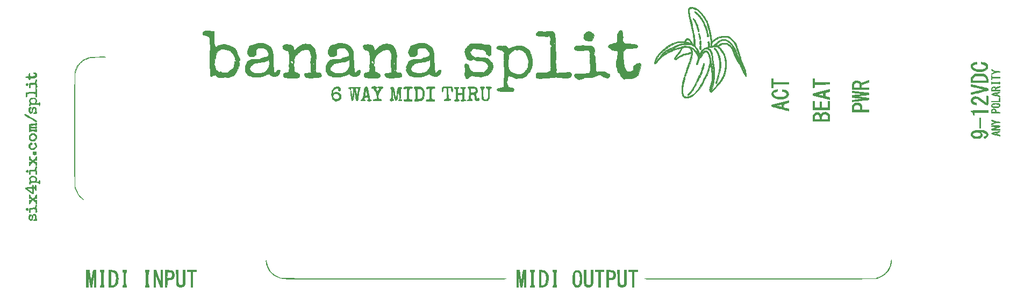
<source format=gbr>
G04 #@! TF.GenerationSoftware,KiCad,Pcbnew,(5.1.2)-2*
G04 #@! TF.CreationDate,2020-06-04T19:35:54+01:00*
G04 #@! TF.ProjectId,noname,6e6f6e61-6d65-42e6-9b69-6361645f7063,rev?*
G04 #@! TF.SameCoordinates,Original*
G04 #@! TF.FileFunction,Legend,Top*
G04 #@! TF.FilePolarity,Positive*
%FSLAX46Y46*%
G04 Gerber Fmt 4.6, Leading zero omitted, Abs format (unit mm)*
G04 Created by KiCad (PCBNEW (5.1.2)-2) date 2020-06-04 19:35:54*
%MOMM*%
%LPD*%
G04 APERTURE LIST*
%ADD10C,0.010000*%
G04 APERTURE END LIST*
D10*
G36*
X-67094970Y-19685000D02*
G01*
X-66886667Y-19685000D01*
X-66886667Y-22352000D01*
X-67140667Y-22352000D01*
X-67140667Y-21350111D01*
X-67141663Y-21070733D01*
X-67144461Y-20823421D01*
X-67148774Y-20619445D01*
X-67154316Y-20470072D01*
X-67160799Y-20386568D01*
X-67165513Y-20373069D01*
X-67179043Y-20420247D01*
X-67203446Y-20539026D01*
X-67236529Y-20717354D01*
X-67276096Y-20943177D01*
X-67319955Y-21204446D01*
X-67345996Y-21364374D01*
X-67501632Y-22330834D01*
X-67617483Y-22344229D01*
X-67701692Y-22343145D01*
X-67734392Y-22323062D01*
X-67741488Y-22273150D01*
X-67760821Y-22151896D01*
X-67790395Y-21971421D01*
X-67828214Y-21743844D01*
X-67872284Y-21481286D01*
X-67900415Y-21314834D01*
X-68065380Y-20341167D01*
X-68068690Y-21346584D01*
X-68072000Y-22352000D01*
X-68368334Y-22352000D01*
X-68368334Y-19685000D01*
X-67920688Y-19685000D01*
X-67777380Y-20561183D01*
X-67723156Y-20880295D01*
X-67677964Y-21119611D01*
X-67642055Y-21278011D01*
X-67615676Y-21354375D01*
X-67601307Y-21354933D01*
X-67583643Y-21286309D01*
X-67556123Y-21150277D01*
X-67521776Y-20963109D01*
X-67483636Y-20741078D01*
X-67459754Y-20595167D01*
X-67412239Y-20296217D01*
X-67375847Y-20070409D01*
X-67346507Y-19907591D01*
X-67320153Y-19797611D01*
X-67292715Y-19730318D01*
X-67260124Y-19695561D01*
X-67218313Y-19683189D01*
X-67163212Y-19683049D01*
X-67094970Y-19685000D01*
X-67094970Y-19685000D01*
G37*
X-67094970Y-19685000D02*
X-66886667Y-19685000D01*
X-66886667Y-22352000D01*
X-67140667Y-22352000D01*
X-67140667Y-21350111D01*
X-67141663Y-21070733D01*
X-67144461Y-20823421D01*
X-67148774Y-20619445D01*
X-67154316Y-20470072D01*
X-67160799Y-20386568D01*
X-67165513Y-20373069D01*
X-67179043Y-20420247D01*
X-67203446Y-20539026D01*
X-67236529Y-20717354D01*
X-67276096Y-20943177D01*
X-67319955Y-21204446D01*
X-67345996Y-21364374D01*
X-67501632Y-22330834D01*
X-67617483Y-22344229D01*
X-67701692Y-22343145D01*
X-67734392Y-22323062D01*
X-67741488Y-22273150D01*
X-67760821Y-22151896D01*
X-67790395Y-21971421D01*
X-67828214Y-21743844D01*
X-67872284Y-21481286D01*
X-67900415Y-21314834D01*
X-68065380Y-20341167D01*
X-68068690Y-21346584D01*
X-68072000Y-22352000D01*
X-68368334Y-22352000D01*
X-68368334Y-19685000D01*
X-67920688Y-19685000D01*
X-67777380Y-20561183D01*
X-67723156Y-20880295D01*
X-67677964Y-21119611D01*
X-67642055Y-21278011D01*
X-67615676Y-21354375D01*
X-67601307Y-21354933D01*
X-67583643Y-21286309D01*
X-67556123Y-21150277D01*
X-67521776Y-20963109D01*
X-67483636Y-20741078D01*
X-67459754Y-20595167D01*
X-67412239Y-20296217D01*
X-67375847Y-20070409D01*
X-67346507Y-19907591D01*
X-67320153Y-19797611D01*
X-67292715Y-19730318D01*
X-67260124Y-19695561D01*
X-67218313Y-19683189D01*
X-67163212Y-19683049D01*
X-67094970Y-19685000D01*
G36*
X-65574334Y-19833167D02*
G01*
X-65588104Y-19942753D01*
X-65632051Y-19981066D01*
X-65637834Y-19981334D01*
X-65657850Y-19990993D01*
X-65673257Y-20026232D01*
X-65684631Y-20096440D01*
X-65692546Y-20211009D01*
X-65697577Y-20379327D01*
X-65700300Y-20610786D01*
X-65701289Y-20914775D01*
X-65701334Y-21018500D01*
X-65700742Y-21345423D01*
X-65698585Y-21597076D01*
X-65694286Y-21782848D01*
X-65687272Y-21912130D01*
X-65676967Y-21994313D01*
X-65662796Y-22038785D01*
X-65644184Y-22054939D01*
X-65637834Y-22055667D01*
X-65590868Y-22087797D01*
X-65574449Y-22190339D01*
X-65574334Y-22203834D01*
X-65574334Y-22352000D01*
X-66167000Y-22352000D01*
X-66167000Y-22203834D01*
X-66157530Y-22101714D01*
X-66120556Y-22060510D01*
X-66082334Y-22055667D01*
X-66056017Y-22052805D01*
X-66035806Y-22037642D01*
X-66020896Y-22000316D01*
X-66010483Y-21930963D01*
X-66003760Y-21819719D01*
X-65999922Y-21656720D01*
X-65998165Y-21432103D01*
X-65997684Y-21136003D01*
X-65997667Y-21018500D01*
X-65997901Y-20696115D01*
X-65999139Y-20448533D01*
X-66002186Y-20265890D01*
X-66007847Y-20138322D01*
X-66016928Y-20055967D01*
X-66030234Y-20008959D01*
X-66048570Y-19987436D01*
X-66072742Y-19981534D01*
X-66082334Y-19981334D01*
X-66140688Y-19964759D01*
X-66164233Y-19900056D01*
X-66167000Y-19833167D01*
X-66167000Y-19685000D01*
X-65574334Y-19685000D01*
X-65574334Y-19833167D01*
X-65574334Y-19833167D01*
G37*
X-65574334Y-19833167D02*
X-65588104Y-19942753D01*
X-65632051Y-19981066D01*
X-65637834Y-19981334D01*
X-65657850Y-19990993D01*
X-65673257Y-20026232D01*
X-65684631Y-20096440D01*
X-65692546Y-20211009D01*
X-65697577Y-20379327D01*
X-65700300Y-20610786D01*
X-65701289Y-20914775D01*
X-65701334Y-21018500D01*
X-65700742Y-21345423D01*
X-65698585Y-21597076D01*
X-65694286Y-21782848D01*
X-65687272Y-21912130D01*
X-65676967Y-21994313D01*
X-65662796Y-22038785D01*
X-65644184Y-22054939D01*
X-65637834Y-22055667D01*
X-65590868Y-22087797D01*
X-65574449Y-22190339D01*
X-65574334Y-22203834D01*
X-65574334Y-22352000D01*
X-66167000Y-22352000D01*
X-66167000Y-22203834D01*
X-66157530Y-22101714D01*
X-66120556Y-22060510D01*
X-66082334Y-22055667D01*
X-66056017Y-22052805D01*
X-66035806Y-22037642D01*
X-66020896Y-22000316D01*
X-66010483Y-21930963D01*
X-66003760Y-21819719D01*
X-65999922Y-21656720D01*
X-65998165Y-21432103D01*
X-65997684Y-21136003D01*
X-65997667Y-21018500D01*
X-65997901Y-20696115D01*
X-65999139Y-20448533D01*
X-66002186Y-20265890D01*
X-66007847Y-20138322D01*
X-66016928Y-20055967D01*
X-66030234Y-20008959D01*
X-66048570Y-19987436D01*
X-66072742Y-19981534D01*
X-66082334Y-19981334D01*
X-66140688Y-19964759D01*
X-66164233Y-19900056D01*
X-66167000Y-19833167D01*
X-66167000Y-19685000D01*
X-65574334Y-19685000D01*
X-65574334Y-19833167D01*
G36*
X-64420750Y-19691497D02*
G01*
X-64192367Y-19706260D01*
X-64024972Y-19733423D01*
X-63895277Y-19777261D01*
X-63859834Y-19794516D01*
X-63668552Y-19938386D01*
X-63524364Y-20146921D01*
X-63426441Y-20422199D01*
X-63373956Y-20766297D01*
X-63363798Y-21039667D01*
X-63383224Y-21419461D01*
X-63443914Y-21727810D01*
X-63549484Y-21969105D01*
X-63703551Y-22147737D01*
X-63909732Y-22268096D01*
X-64171643Y-22334575D01*
X-64444699Y-22352000D01*
X-64812334Y-22352000D01*
X-64812334Y-19939000D01*
X-64473667Y-19939000D01*
X-64473667Y-22098000D01*
X-64314917Y-22097842D01*
X-64165775Y-22074234D01*
X-64024583Y-22017413D01*
X-64020639Y-22015047D01*
X-63901508Y-21918022D01*
X-63814649Y-21784250D01*
X-63752351Y-21597551D01*
X-63709795Y-21362968D01*
X-63690062Y-21101827D01*
X-63697333Y-20827428D01*
X-63728968Y-20567441D01*
X-63782326Y-20349535D01*
X-63814183Y-20269471D01*
X-63920633Y-20129072D01*
X-64078814Y-20015209D01*
X-64256003Y-19948376D01*
X-64341848Y-19939000D01*
X-64473667Y-19939000D01*
X-64812334Y-19939000D01*
X-64812334Y-19676827D01*
X-64420750Y-19691497D01*
X-64420750Y-19691497D01*
G37*
X-64420750Y-19691497D02*
X-64192367Y-19706260D01*
X-64024972Y-19733423D01*
X-63895277Y-19777261D01*
X-63859834Y-19794516D01*
X-63668552Y-19938386D01*
X-63524364Y-20146921D01*
X-63426441Y-20422199D01*
X-63373956Y-20766297D01*
X-63363798Y-21039667D01*
X-63383224Y-21419461D01*
X-63443914Y-21727810D01*
X-63549484Y-21969105D01*
X-63703551Y-22147737D01*
X-63909732Y-22268096D01*
X-64171643Y-22334575D01*
X-64444699Y-22352000D01*
X-64812334Y-22352000D01*
X-64812334Y-19939000D01*
X-64473667Y-19939000D01*
X-64473667Y-22098000D01*
X-64314917Y-22097842D01*
X-64165775Y-22074234D01*
X-64024583Y-22017413D01*
X-64020639Y-22015047D01*
X-63901508Y-21918022D01*
X-63814649Y-21784250D01*
X-63752351Y-21597551D01*
X-63709795Y-21362968D01*
X-63690062Y-21101827D01*
X-63697333Y-20827428D01*
X-63728968Y-20567441D01*
X-63782326Y-20349535D01*
X-63814183Y-20269471D01*
X-63920633Y-20129072D01*
X-64078814Y-20015209D01*
X-64256003Y-19948376D01*
X-64341848Y-19939000D01*
X-64473667Y-19939000D01*
X-64812334Y-19939000D01*
X-64812334Y-19676827D01*
X-64420750Y-19691497D01*
G36*
X-62018334Y-19833167D02*
G01*
X-62027805Y-19935286D01*
X-62064778Y-19976490D01*
X-62103000Y-19981334D01*
X-62129318Y-19984196D01*
X-62149528Y-19999358D01*
X-62164438Y-20036684D01*
X-62174852Y-20106037D01*
X-62181575Y-20217282D01*
X-62185412Y-20380281D01*
X-62187169Y-20604898D01*
X-62187651Y-20900997D01*
X-62187667Y-21018500D01*
X-62187434Y-21340885D01*
X-62186196Y-21588467D01*
X-62183149Y-21771110D01*
X-62177487Y-21898678D01*
X-62168406Y-21981034D01*
X-62155100Y-22028041D01*
X-62136764Y-22049564D01*
X-62112593Y-22055466D01*
X-62103000Y-22055667D01*
X-62044646Y-22072241D01*
X-62021101Y-22136945D01*
X-62018334Y-22203834D01*
X-62018334Y-22352000D01*
X-62653334Y-22352000D01*
X-62653334Y-22221037D01*
X-62634815Y-22116050D01*
X-62571850Y-22068798D01*
X-62568667Y-22067933D01*
X-62542278Y-22057814D01*
X-62522028Y-22036270D01*
X-62507106Y-21993198D01*
X-62496700Y-21918495D01*
X-62489998Y-21802057D01*
X-62486190Y-21633781D01*
X-62484465Y-21403563D01*
X-62484011Y-21101301D01*
X-62484000Y-21013563D01*
X-62484236Y-20692038D01*
X-62485484Y-20445292D01*
X-62488554Y-20263438D01*
X-62494258Y-20136590D01*
X-62503406Y-20054860D01*
X-62516811Y-20008361D01*
X-62535282Y-19987206D01*
X-62559631Y-19981507D01*
X-62568667Y-19981334D01*
X-62627021Y-19964759D01*
X-62650566Y-19900056D01*
X-62653334Y-19833167D01*
X-62653334Y-19685000D01*
X-62018334Y-19685000D01*
X-62018334Y-19833167D01*
X-62018334Y-19833167D01*
G37*
X-62018334Y-19833167D02*
X-62027805Y-19935286D01*
X-62064778Y-19976490D01*
X-62103000Y-19981334D01*
X-62129318Y-19984196D01*
X-62149528Y-19999358D01*
X-62164438Y-20036684D01*
X-62174852Y-20106037D01*
X-62181575Y-20217282D01*
X-62185412Y-20380281D01*
X-62187169Y-20604898D01*
X-62187651Y-20900997D01*
X-62187667Y-21018500D01*
X-62187434Y-21340885D01*
X-62186196Y-21588467D01*
X-62183149Y-21771110D01*
X-62177487Y-21898678D01*
X-62168406Y-21981034D01*
X-62155100Y-22028041D01*
X-62136764Y-22049564D01*
X-62112593Y-22055466D01*
X-62103000Y-22055667D01*
X-62044646Y-22072241D01*
X-62021101Y-22136945D01*
X-62018334Y-22203834D01*
X-62018334Y-22352000D01*
X-62653334Y-22352000D01*
X-62653334Y-22221037D01*
X-62634815Y-22116050D01*
X-62571850Y-22068798D01*
X-62568667Y-22067933D01*
X-62542278Y-22057814D01*
X-62522028Y-22036270D01*
X-62507106Y-21993198D01*
X-62496700Y-21918495D01*
X-62489998Y-21802057D01*
X-62486190Y-21633781D01*
X-62484465Y-21403563D01*
X-62484011Y-21101301D01*
X-62484000Y-21013563D01*
X-62484236Y-20692038D01*
X-62485484Y-20445292D01*
X-62488554Y-20263438D01*
X-62494258Y-20136590D01*
X-62503406Y-20054860D01*
X-62516811Y-20008361D01*
X-62535282Y-19987206D01*
X-62559631Y-19981507D01*
X-62568667Y-19981334D01*
X-62627021Y-19964759D01*
X-62650566Y-19900056D01*
X-62653334Y-19833167D01*
X-62653334Y-19685000D01*
X-62018334Y-19685000D01*
X-62018334Y-19833167D01*
G36*
X-58504667Y-19833167D02*
G01*
X-58518437Y-19942753D01*
X-58562384Y-19981066D01*
X-58568167Y-19981334D01*
X-58588183Y-19990993D01*
X-58603590Y-20026232D01*
X-58614964Y-20096440D01*
X-58622879Y-20211009D01*
X-58627911Y-20379327D01*
X-58630634Y-20610786D01*
X-58631623Y-20914775D01*
X-58631667Y-21018500D01*
X-58631076Y-21345423D01*
X-58628918Y-21597076D01*
X-58624620Y-21782848D01*
X-58617605Y-21912130D01*
X-58607300Y-21994313D01*
X-58593129Y-22038785D01*
X-58574518Y-22054939D01*
X-58568167Y-22055667D01*
X-58521201Y-22087797D01*
X-58504782Y-22190339D01*
X-58504667Y-22203834D01*
X-58504667Y-22352000D01*
X-59097334Y-22352000D01*
X-59097334Y-22203834D01*
X-59083564Y-22094247D01*
X-59039617Y-22055935D01*
X-59033834Y-22055667D01*
X-59013818Y-22046007D01*
X-58998411Y-22010768D01*
X-58987037Y-21940560D01*
X-58979122Y-21825992D01*
X-58974090Y-21657673D01*
X-58971367Y-21426215D01*
X-58970378Y-21122225D01*
X-58970334Y-21018500D01*
X-58970925Y-20691577D01*
X-58973083Y-20439924D01*
X-58977381Y-20254152D01*
X-58984396Y-20124870D01*
X-58994701Y-20042688D01*
X-59008872Y-19998215D01*
X-59027483Y-19982062D01*
X-59033834Y-19981334D01*
X-59080800Y-19949204D01*
X-59097219Y-19846661D01*
X-59097334Y-19833167D01*
X-59097334Y-19685000D01*
X-58504667Y-19685000D01*
X-58504667Y-19833167D01*
X-58504667Y-19833167D01*
G37*
X-58504667Y-19833167D02*
X-58518437Y-19942753D01*
X-58562384Y-19981066D01*
X-58568167Y-19981334D01*
X-58588183Y-19990993D01*
X-58603590Y-20026232D01*
X-58614964Y-20096440D01*
X-58622879Y-20211009D01*
X-58627911Y-20379327D01*
X-58630634Y-20610786D01*
X-58631623Y-20914775D01*
X-58631667Y-21018500D01*
X-58631076Y-21345423D01*
X-58628918Y-21597076D01*
X-58624620Y-21782848D01*
X-58617605Y-21912130D01*
X-58607300Y-21994313D01*
X-58593129Y-22038785D01*
X-58574518Y-22054939D01*
X-58568167Y-22055667D01*
X-58521201Y-22087797D01*
X-58504782Y-22190339D01*
X-58504667Y-22203834D01*
X-58504667Y-22352000D01*
X-59097334Y-22352000D01*
X-59097334Y-22203834D01*
X-59083564Y-22094247D01*
X-59039617Y-22055935D01*
X-59033834Y-22055667D01*
X-59013818Y-22046007D01*
X-58998411Y-22010768D01*
X-58987037Y-21940560D01*
X-58979122Y-21825992D01*
X-58974090Y-21657673D01*
X-58971367Y-21426215D01*
X-58970378Y-21122225D01*
X-58970334Y-21018500D01*
X-58970925Y-20691577D01*
X-58973083Y-20439924D01*
X-58977381Y-20254152D01*
X-58984396Y-20124870D01*
X-58994701Y-20042688D01*
X-59008872Y-19998215D01*
X-59027483Y-19982062D01*
X-59033834Y-19981334D01*
X-59080800Y-19949204D01*
X-59097219Y-19846661D01*
X-59097334Y-19833167D01*
X-59097334Y-19685000D01*
X-58504667Y-19685000D01*
X-58504667Y-19833167D01*
G36*
X-57022560Y-20690417D02*
G01*
X-56663167Y-21695834D01*
X-56651818Y-20690417D01*
X-56640468Y-19685000D01*
X-56345667Y-19685000D01*
X-56345667Y-22352000D01*
X-56718077Y-22352000D01*
X-56828358Y-22045084D01*
X-56880789Y-21899257D01*
X-56954220Y-21695155D01*
X-57040955Y-21454160D01*
X-57133299Y-21197651D01*
X-57190188Y-21039667D01*
X-57441738Y-20341167D01*
X-57444036Y-21346584D01*
X-57446334Y-22352000D01*
X-57742667Y-22352000D01*
X-57742667Y-19685000D01*
X-57381952Y-19685000D01*
X-57022560Y-20690417D01*
X-57022560Y-20690417D01*
G37*
X-57022560Y-20690417D02*
X-56663167Y-21695834D01*
X-56651818Y-20690417D01*
X-56640468Y-19685000D01*
X-56345667Y-19685000D01*
X-56345667Y-22352000D01*
X-56718077Y-22352000D01*
X-56828358Y-22045084D01*
X-56880789Y-21899257D01*
X-56954220Y-21695155D01*
X-57040955Y-21454160D01*
X-57133299Y-21197651D01*
X-57190188Y-21039667D01*
X-57441738Y-20341167D01*
X-57444036Y-21346584D01*
X-57446334Y-22352000D01*
X-57742667Y-22352000D01*
X-57742667Y-19685000D01*
X-57381952Y-19685000D01*
X-57022560Y-20690417D01*
G36*
X-55459606Y-19692038D02*
G01*
X-55211741Y-19702738D01*
X-55030296Y-19723233D01*
X-54897079Y-19760211D01*
X-54793902Y-19820362D01*
X-54702572Y-19910375D01*
X-54635760Y-19994989D01*
X-54564196Y-20148799D01*
X-54530179Y-20349274D01*
X-54534620Y-20566749D01*
X-54578431Y-20771556D01*
X-54609539Y-20848213D01*
X-54700292Y-20995376D01*
X-54816512Y-21097128D01*
X-54975037Y-21162150D01*
X-55192704Y-21199122D01*
X-55308500Y-21208547D01*
X-55647167Y-21230167D01*
X-55658979Y-21791084D01*
X-55670791Y-22352000D01*
X-55964667Y-22352000D01*
X-55964667Y-20955000D01*
X-55671021Y-20955000D01*
X-55413575Y-20955000D01*
X-55253033Y-20945038D01*
X-55109850Y-20919351D01*
X-55039473Y-20894675D01*
X-54911922Y-20784558D01*
X-54839997Y-20613554D01*
X-54821667Y-20424509D01*
X-54838359Y-20272946D01*
X-54901011Y-20151794D01*
X-54945192Y-20098418D01*
X-55017039Y-20024658D01*
X-55084805Y-19983208D01*
X-55176108Y-19964819D01*
X-55318567Y-19960240D01*
X-55357942Y-19960167D01*
X-55647167Y-19960167D01*
X-55659094Y-20457584D01*
X-55671021Y-20955000D01*
X-55964667Y-20955000D01*
X-55964667Y-19677909D01*
X-55459606Y-19692038D01*
X-55459606Y-19692038D01*
G37*
X-55459606Y-19692038D02*
X-55211741Y-19702738D01*
X-55030296Y-19723233D01*
X-54897079Y-19760211D01*
X-54793902Y-19820362D01*
X-54702572Y-19910375D01*
X-54635760Y-19994989D01*
X-54564196Y-20148799D01*
X-54530179Y-20349274D01*
X-54534620Y-20566749D01*
X-54578431Y-20771556D01*
X-54609539Y-20848213D01*
X-54700292Y-20995376D01*
X-54816512Y-21097128D01*
X-54975037Y-21162150D01*
X-55192704Y-21199122D01*
X-55308500Y-21208547D01*
X-55647167Y-21230167D01*
X-55658979Y-21791084D01*
X-55670791Y-22352000D01*
X-55964667Y-22352000D01*
X-55964667Y-20955000D01*
X-55671021Y-20955000D01*
X-55413575Y-20955000D01*
X-55253033Y-20945038D01*
X-55109850Y-20919351D01*
X-55039473Y-20894675D01*
X-54911922Y-20784558D01*
X-54839997Y-20613554D01*
X-54821667Y-20424509D01*
X-54838359Y-20272946D01*
X-54901011Y-20151794D01*
X-54945192Y-20098418D01*
X-55017039Y-20024658D01*
X-55084805Y-19983208D01*
X-55176108Y-19964819D01*
X-55318567Y-19960240D01*
X-55357942Y-19960167D01*
X-55647167Y-19960167D01*
X-55659094Y-20457584D01*
X-55671021Y-20955000D01*
X-55964667Y-20955000D01*
X-55964667Y-19677909D01*
X-55459606Y-19692038D01*
G36*
X-53890334Y-20785667D02*
G01*
X-53890024Y-21120307D01*
X-53888601Y-21380624D01*
X-53885327Y-21576962D01*
X-53879463Y-21719665D01*
X-53870270Y-21819074D01*
X-53857008Y-21885534D01*
X-53838941Y-21929387D01*
X-53815328Y-21960978D01*
X-53805667Y-21971000D01*
X-53682452Y-22040570D01*
X-53524408Y-22060257D01*
X-53364302Y-22031160D01*
X-53234901Y-21954378D01*
X-53232243Y-21951758D01*
X-53128334Y-21847849D01*
X-53128334Y-19685000D01*
X-52782400Y-19685000D01*
X-52796930Y-20796250D01*
X-52802013Y-21139514D01*
X-52807739Y-21408768D01*
X-52814878Y-21614667D01*
X-52824198Y-21767869D01*
X-52836471Y-21879028D01*
X-52852466Y-21958801D01*
X-52872952Y-22017845D01*
X-52887285Y-22046956D01*
X-53008251Y-22204085D01*
X-53173715Y-22302434D01*
X-53394713Y-22347408D01*
X-53509334Y-22351684D01*
X-53712683Y-22339578D01*
X-53860673Y-22299738D01*
X-53920029Y-22269047D01*
X-54000788Y-22215983D01*
X-54064904Y-22159540D01*
X-54114435Y-22089643D01*
X-54151441Y-21996215D01*
X-54177981Y-21869179D01*
X-54196113Y-21698458D01*
X-54207897Y-21473976D01*
X-54215391Y-21185655D01*
X-54220656Y-20823421D01*
X-54220980Y-20796250D01*
X-54234126Y-19685000D01*
X-53890334Y-19685000D01*
X-53890334Y-20785667D01*
X-53890334Y-20785667D01*
G37*
X-53890334Y-20785667D02*
X-53890024Y-21120307D01*
X-53888601Y-21380624D01*
X-53885327Y-21576962D01*
X-53879463Y-21719665D01*
X-53870270Y-21819074D01*
X-53857008Y-21885534D01*
X-53838941Y-21929387D01*
X-53815328Y-21960978D01*
X-53805667Y-21971000D01*
X-53682452Y-22040570D01*
X-53524408Y-22060257D01*
X-53364302Y-22031160D01*
X-53234901Y-21954378D01*
X-53232243Y-21951758D01*
X-53128334Y-21847849D01*
X-53128334Y-19685000D01*
X-52782400Y-19685000D01*
X-52796930Y-20796250D01*
X-52802013Y-21139514D01*
X-52807739Y-21408768D01*
X-52814878Y-21614667D01*
X-52824198Y-21767869D01*
X-52836471Y-21879028D01*
X-52852466Y-21958801D01*
X-52872952Y-22017845D01*
X-52887285Y-22046956D01*
X-53008251Y-22204085D01*
X-53173715Y-22302434D01*
X-53394713Y-22347408D01*
X-53509334Y-22351684D01*
X-53712683Y-22339578D01*
X-53860673Y-22299738D01*
X-53920029Y-22269047D01*
X-54000788Y-22215983D01*
X-54064904Y-22159540D01*
X-54114435Y-22089643D01*
X-54151441Y-21996215D01*
X-54177981Y-21869179D01*
X-54196113Y-21698458D01*
X-54207897Y-21473976D01*
X-54215391Y-21185655D01*
X-54220656Y-20823421D01*
X-54220980Y-20796250D01*
X-54234126Y-19685000D01*
X-53890334Y-19685000D01*
X-53890334Y-20785667D01*
G36*
X-51054000Y-19939000D02*
G01*
X-51604334Y-19939000D01*
X-51604334Y-22352000D01*
X-51900667Y-22352000D01*
X-51900667Y-19939000D01*
X-52451000Y-19939000D01*
X-52451000Y-19685000D01*
X-51054000Y-19685000D01*
X-51054000Y-19939000D01*
X-51054000Y-19939000D01*
G37*
X-51054000Y-19939000D02*
X-51604334Y-19939000D01*
X-51604334Y-22352000D01*
X-51900667Y-22352000D01*
X-51900667Y-19939000D01*
X-52451000Y-19939000D01*
X-52451000Y-19685000D01*
X-51054000Y-19685000D01*
X-51054000Y-19939000D01*
G36*
X-136051Y-19928417D02*
G01*
X-113300Y-20062495D01*
X-81200Y-20255975D01*
X-43735Y-20484652D01*
X-4890Y-20724317D01*
X1579Y-20764500D01*
X37850Y-20979908D01*
X72140Y-21165256D01*
X101248Y-21304501D01*
X121972Y-21381602D01*
X126590Y-21390868D01*
X141719Y-21361406D01*
X167103Y-21259888D01*
X200394Y-21097984D01*
X239241Y-20887359D01*
X281294Y-20639683D01*
X294999Y-20554785D01*
X433696Y-19685000D01*
X889000Y-19685000D01*
X889000Y-22352000D01*
X592666Y-22352000D01*
X588033Y-21346584D01*
X583400Y-20341167D01*
X412223Y-21346584D01*
X241045Y-22352000D01*
X131106Y-22351866D01*
X21166Y-22351732D01*
X-123242Y-21452283D01*
X-167632Y-21180011D01*
X-209538Y-20930761D01*
X-246498Y-20718575D01*
X-276051Y-20557494D01*
X-295734Y-20461561D01*
X-299520Y-20447000D01*
X-308492Y-20457173D01*
X-316784Y-20541962D01*
X-324000Y-20691315D01*
X-329741Y-20895182D01*
X-333613Y-21143512D01*
X-335029Y-21346584D01*
X-338667Y-22352000D01*
X-592667Y-22352000D01*
X-592667Y-19685000D01*
X-178380Y-19685000D01*
X-136051Y-19928417D01*
X-136051Y-19928417D01*
G37*
X-136051Y-19928417D02*
X-113300Y-20062495D01*
X-81200Y-20255975D01*
X-43735Y-20484652D01*
X-4890Y-20724317D01*
X1579Y-20764500D01*
X37850Y-20979908D01*
X72140Y-21165256D01*
X101248Y-21304501D01*
X121972Y-21381602D01*
X126590Y-21390868D01*
X141719Y-21361406D01*
X167103Y-21259888D01*
X200394Y-21097984D01*
X239241Y-20887359D01*
X281294Y-20639683D01*
X294999Y-20554785D01*
X433696Y-19685000D01*
X889000Y-19685000D01*
X889000Y-22352000D01*
X592666Y-22352000D01*
X588033Y-21346584D01*
X583400Y-20341167D01*
X412223Y-21346584D01*
X241045Y-22352000D01*
X131106Y-22351866D01*
X21166Y-22351732D01*
X-123242Y-21452283D01*
X-167632Y-21180011D01*
X-209538Y-20930761D01*
X-246498Y-20718575D01*
X-276051Y-20557494D01*
X-295734Y-20461561D01*
X-299520Y-20447000D01*
X-308492Y-20457173D01*
X-316784Y-20541962D01*
X-324000Y-20691315D01*
X-329741Y-20895182D01*
X-333613Y-21143512D01*
X-335029Y-21346584D01*
X-338667Y-22352000D01*
X-592667Y-22352000D01*
X-592667Y-19685000D01*
X-178380Y-19685000D01*
X-136051Y-19928417D01*
G36*
X2201333Y-19833167D02*
G01*
X2191862Y-19935286D01*
X2154888Y-19976490D01*
X2116666Y-19981334D01*
X2090349Y-19984196D01*
X2070138Y-19999358D01*
X2055229Y-20036684D01*
X2044815Y-20106037D01*
X2038092Y-20217282D01*
X2034255Y-20380281D01*
X2032498Y-20604898D01*
X2032016Y-20900997D01*
X2032000Y-21018500D01*
X2032233Y-21340885D01*
X2033471Y-21588467D01*
X2036518Y-21771110D01*
X2042179Y-21898678D01*
X2051261Y-21981034D01*
X2064567Y-22028041D01*
X2082903Y-22049564D01*
X2107074Y-22055466D01*
X2116666Y-22055667D01*
X2175020Y-22072241D01*
X2198565Y-22136945D01*
X2201333Y-22203834D01*
X2201333Y-22352000D01*
X1566333Y-22352000D01*
X1566333Y-22221037D01*
X1584852Y-22116050D01*
X1647817Y-22068798D01*
X1651000Y-22067933D01*
X1677388Y-22057814D01*
X1697638Y-22036270D01*
X1712561Y-21993198D01*
X1722967Y-21918495D01*
X1729668Y-21802057D01*
X1733476Y-21633781D01*
X1735202Y-21403563D01*
X1735656Y-21101301D01*
X1735666Y-21013563D01*
X1735431Y-20692038D01*
X1734183Y-20445292D01*
X1731113Y-20263438D01*
X1725409Y-20136590D01*
X1716260Y-20054860D01*
X1702856Y-20008361D01*
X1684385Y-19987206D01*
X1660036Y-19981507D01*
X1651000Y-19981334D01*
X1592645Y-19964759D01*
X1569100Y-19900056D01*
X1566333Y-19833167D01*
X1566333Y-19685000D01*
X2201333Y-19685000D01*
X2201333Y-19833167D01*
X2201333Y-19833167D01*
G37*
X2201333Y-19833167D02*
X2191862Y-19935286D01*
X2154888Y-19976490D01*
X2116666Y-19981334D01*
X2090349Y-19984196D01*
X2070138Y-19999358D01*
X2055229Y-20036684D01*
X2044815Y-20106037D01*
X2038092Y-20217282D01*
X2034255Y-20380281D01*
X2032498Y-20604898D01*
X2032016Y-20900997D01*
X2032000Y-21018500D01*
X2032233Y-21340885D01*
X2033471Y-21588467D01*
X2036518Y-21771110D01*
X2042179Y-21898678D01*
X2051261Y-21981034D01*
X2064567Y-22028041D01*
X2082903Y-22049564D01*
X2107074Y-22055466D01*
X2116666Y-22055667D01*
X2175020Y-22072241D01*
X2198565Y-22136945D01*
X2201333Y-22203834D01*
X2201333Y-22352000D01*
X1566333Y-22352000D01*
X1566333Y-22221037D01*
X1584852Y-22116050D01*
X1647817Y-22068798D01*
X1651000Y-22067933D01*
X1677388Y-22057814D01*
X1697638Y-22036270D01*
X1712561Y-21993198D01*
X1722967Y-21918495D01*
X1729668Y-21802057D01*
X1733476Y-21633781D01*
X1735202Y-21403563D01*
X1735656Y-21101301D01*
X1735666Y-21013563D01*
X1735431Y-20692038D01*
X1734183Y-20445292D01*
X1731113Y-20263438D01*
X1725409Y-20136590D01*
X1716260Y-20054860D01*
X1702856Y-20008361D01*
X1684385Y-19987206D01*
X1660036Y-19981507D01*
X1651000Y-19981334D01*
X1592645Y-19964759D01*
X1569100Y-19900056D01*
X1566333Y-19833167D01*
X1566333Y-19685000D01*
X2201333Y-19685000D01*
X2201333Y-19833167D01*
G36*
X3270250Y-19685236D02*
G01*
X3549646Y-19698899D01*
X3766227Y-19742546D01*
X3937987Y-19820896D01*
X4022208Y-19882452D01*
X4184096Y-20072042D01*
X4302071Y-20327357D01*
X4373908Y-20640432D01*
X4397385Y-21003301D01*
X4390268Y-21201317D01*
X4345767Y-21556470D01*
X4261696Y-21839424D01*
X4133456Y-22055086D01*
X3956446Y-22208365D01*
X3726065Y-22304168D01*
X3437713Y-22347404D01*
X3312583Y-22351070D01*
X2963333Y-22352000D01*
X2963333Y-22098000D01*
X3259666Y-22098000D01*
X3422739Y-22098000D01*
X3602191Y-22064689D01*
X3729656Y-22002192D01*
X3849495Y-21905619D01*
X3935857Y-21790242D01*
X3993476Y-21641517D01*
X4027084Y-21444900D01*
X4041412Y-21185844D01*
X4042833Y-21039667D01*
X4040805Y-20805101D01*
X4033031Y-20634967D01*
X4016978Y-20509094D01*
X3990111Y-20407307D01*
X3951543Y-20312987D01*
X3836182Y-20127410D01*
X3686196Y-20011955D01*
X3483858Y-19953785D01*
X3449555Y-19949392D01*
X3259666Y-19927989D01*
X3259666Y-22098000D01*
X2963333Y-22098000D01*
X2963333Y-19685000D01*
X3270250Y-19685236D01*
X3270250Y-19685236D01*
G37*
X3270250Y-19685236D02*
X3549646Y-19698899D01*
X3766227Y-19742546D01*
X3937987Y-19820896D01*
X4022208Y-19882452D01*
X4184096Y-20072042D01*
X4302071Y-20327357D01*
X4373908Y-20640432D01*
X4397385Y-21003301D01*
X4390268Y-21201317D01*
X4345767Y-21556470D01*
X4261696Y-21839424D01*
X4133456Y-22055086D01*
X3956446Y-22208365D01*
X3726065Y-22304168D01*
X3437713Y-22347404D01*
X3312583Y-22351070D01*
X2963333Y-22352000D01*
X2963333Y-22098000D01*
X3259666Y-22098000D01*
X3422739Y-22098000D01*
X3602191Y-22064689D01*
X3729656Y-22002192D01*
X3849495Y-21905619D01*
X3935857Y-21790242D01*
X3993476Y-21641517D01*
X4027084Y-21444900D01*
X4041412Y-21185844D01*
X4042833Y-21039667D01*
X4040805Y-20805101D01*
X4033031Y-20634967D01*
X4016978Y-20509094D01*
X3990111Y-20407307D01*
X3951543Y-20312987D01*
X3836182Y-20127410D01*
X3686196Y-20011955D01*
X3483858Y-19953785D01*
X3449555Y-19949392D01*
X3259666Y-19927989D01*
X3259666Y-22098000D01*
X2963333Y-22098000D01*
X2963333Y-19685000D01*
X3270250Y-19685236D01*
G36*
X5715000Y-19833167D02*
G01*
X5701230Y-19942753D01*
X5657283Y-19981066D01*
X5651500Y-19981334D01*
X5631484Y-19990993D01*
X5616076Y-20026232D01*
X5604703Y-20096440D01*
X5596787Y-20211009D01*
X5591756Y-20379327D01*
X5589033Y-20610786D01*
X5588044Y-20914775D01*
X5588000Y-21018500D01*
X5588591Y-21345423D01*
X5590748Y-21597076D01*
X5595047Y-21782848D01*
X5602061Y-21912130D01*
X5612366Y-21994313D01*
X5626537Y-22038785D01*
X5645149Y-22054939D01*
X5651500Y-22055667D01*
X5698465Y-22087797D01*
X5714885Y-22190339D01*
X5715000Y-22203834D01*
X5715000Y-22352000D01*
X5122333Y-22352000D01*
X5122333Y-22203834D01*
X5136103Y-22094247D01*
X5180050Y-22055935D01*
X5185833Y-22055667D01*
X5205849Y-22046007D01*
X5221256Y-22010768D01*
X5232630Y-21940560D01*
X5240545Y-21825992D01*
X5245576Y-21657673D01*
X5248299Y-21426215D01*
X5249288Y-21122225D01*
X5249333Y-21018500D01*
X5248741Y-20691577D01*
X5246584Y-20439924D01*
X5242285Y-20254152D01*
X5235271Y-20124870D01*
X5224966Y-20042688D01*
X5210795Y-19998215D01*
X5192183Y-19982062D01*
X5185833Y-19981334D01*
X5138867Y-19949204D01*
X5122448Y-19846661D01*
X5122333Y-19833167D01*
X5122333Y-19685000D01*
X5715000Y-19685000D01*
X5715000Y-19833167D01*
X5715000Y-19833167D01*
G37*
X5715000Y-19833167D02*
X5701230Y-19942753D01*
X5657283Y-19981066D01*
X5651500Y-19981334D01*
X5631484Y-19990993D01*
X5616076Y-20026232D01*
X5604703Y-20096440D01*
X5596787Y-20211009D01*
X5591756Y-20379327D01*
X5589033Y-20610786D01*
X5588044Y-20914775D01*
X5588000Y-21018500D01*
X5588591Y-21345423D01*
X5590748Y-21597076D01*
X5595047Y-21782848D01*
X5602061Y-21912130D01*
X5612366Y-21994313D01*
X5626537Y-22038785D01*
X5645149Y-22054939D01*
X5651500Y-22055667D01*
X5698465Y-22087797D01*
X5714885Y-22190339D01*
X5715000Y-22203834D01*
X5715000Y-22352000D01*
X5122333Y-22352000D01*
X5122333Y-22203834D01*
X5136103Y-22094247D01*
X5180050Y-22055935D01*
X5185833Y-22055667D01*
X5205849Y-22046007D01*
X5221256Y-22010768D01*
X5232630Y-21940560D01*
X5240545Y-21825992D01*
X5245576Y-21657673D01*
X5248299Y-21426215D01*
X5249288Y-21122225D01*
X5249333Y-21018500D01*
X5248741Y-20691577D01*
X5246584Y-20439924D01*
X5242285Y-20254152D01*
X5235271Y-20124870D01*
X5224966Y-20042688D01*
X5210795Y-19998215D01*
X5192183Y-19982062D01*
X5185833Y-19981334D01*
X5138867Y-19949204D01*
X5122448Y-19846661D01*
X5122333Y-19833167D01*
X5122333Y-19685000D01*
X5715000Y-19685000D01*
X5715000Y-19833167D01*
G36*
X9167574Y-19737323D02*
G01*
X9352799Y-19832261D01*
X9496572Y-19993191D01*
X9599975Y-20222318D01*
X9664090Y-20521852D01*
X9690001Y-20893997D01*
X9684893Y-21224848D01*
X9672269Y-21452563D01*
X9654977Y-21618931D01*
X9628648Y-21747270D01*
X9588915Y-21860900D01*
X9549774Y-21946250D01*
X9420468Y-22151425D01*
X9264850Y-22281177D01*
X9070948Y-22343529D01*
X8944180Y-22352000D01*
X8739883Y-22326861D01*
X8589343Y-22256689D01*
X8444341Y-22113311D01*
X8328484Y-21901303D01*
X8244559Y-21632492D01*
X8195353Y-21318706D01*
X8185228Y-21018500D01*
X8530166Y-21018500D01*
X8531426Y-21293254D01*
X8536013Y-21497358D01*
X8545140Y-21644803D01*
X8560018Y-21749579D01*
X8581859Y-21825676D01*
X8604249Y-21873646D01*
X8674451Y-21977281D01*
X8746352Y-22048458D01*
X8752415Y-22052275D01*
X8877877Y-22089953D01*
X9023756Y-22087465D01*
X9144317Y-22046278D01*
X9154134Y-22039399D01*
X9246862Y-21928791D01*
X9315599Y-21752954D01*
X9361921Y-21506122D01*
X9387178Y-21187834D01*
X9388848Y-20805179D01*
X9358235Y-20489728D01*
X9296461Y-20243815D01*
X9204649Y-20069780D01*
X9083921Y-19969957D01*
X8935400Y-19946686D01*
X8807301Y-19980518D01*
X8714848Y-20027778D01*
X8645206Y-20090434D01*
X8595260Y-20180146D01*
X8561897Y-20308574D01*
X8542004Y-20487380D01*
X8532469Y-20728222D01*
X8530166Y-21018500D01*
X8185228Y-21018500D01*
X8183652Y-20971773D01*
X8207899Y-20637634D01*
X8266234Y-20310908D01*
X8354231Y-20059889D01*
X8475772Y-19879640D01*
X8634735Y-19765223D01*
X8835000Y-19711701D01*
X8939812Y-19706167D01*
X9167574Y-19737323D01*
X9167574Y-19737323D01*
G37*
X9167574Y-19737323D02*
X9352799Y-19832261D01*
X9496572Y-19993191D01*
X9599975Y-20222318D01*
X9664090Y-20521852D01*
X9690001Y-20893997D01*
X9684893Y-21224848D01*
X9672269Y-21452563D01*
X9654977Y-21618931D01*
X9628648Y-21747270D01*
X9588915Y-21860900D01*
X9549774Y-21946250D01*
X9420468Y-22151425D01*
X9264850Y-22281177D01*
X9070948Y-22343529D01*
X8944180Y-22352000D01*
X8739883Y-22326861D01*
X8589343Y-22256689D01*
X8444341Y-22113311D01*
X8328484Y-21901303D01*
X8244559Y-21632492D01*
X8195353Y-21318706D01*
X8185228Y-21018500D01*
X8530166Y-21018500D01*
X8531426Y-21293254D01*
X8536013Y-21497358D01*
X8545140Y-21644803D01*
X8560018Y-21749579D01*
X8581859Y-21825676D01*
X8604249Y-21873646D01*
X8674451Y-21977281D01*
X8746352Y-22048458D01*
X8752415Y-22052275D01*
X8877877Y-22089953D01*
X9023756Y-22087465D01*
X9144317Y-22046278D01*
X9154134Y-22039399D01*
X9246862Y-21928791D01*
X9315599Y-21752954D01*
X9361921Y-21506122D01*
X9387178Y-21187834D01*
X9388848Y-20805179D01*
X9358235Y-20489728D01*
X9296461Y-20243815D01*
X9204649Y-20069780D01*
X9083921Y-19969957D01*
X8935400Y-19946686D01*
X8807301Y-19980518D01*
X8714848Y-20027778D01*
X8645206Y-20090434D01*
X8595260Y-20180146D01*
X8561897Y-20308574D01*
X8542004Y-20487380D01*
X8532469Y-20728222D01*
X8530166Y-21018500D01*
X8185228Y-21018500D01*
X8183652Y-20971773D01*
X8207899Y-20637634D01*
X8266234Y-20310908D01*
X8354231Y-20059889D01*
X8475772Y-19879640D01*
X8634735Y-19765223D01*
X8835000Y-19711701D01*
X8939812Y-19706167D01*
X9167574Y-19737323D01*
G36*
X10329333Y-20778288D02*
G01*
X10329495Y-21110396D01*
X10330556Y-21368272D01*
X10333379Y-21562351D01*
X10338826Y-21703068D01*
X10347760Y-21800857D01*
X10361043Y-21866153D01*
X10379537Y-21909390D01*
X10404106Y-21941005D01*
X10427311Y-21963621D01*
X10565559Y-22040633D01*
X10731262Y-22058471D01*
X10892000Y-22017820D01*
X10987424Y-21951758D01*
X11091333Y-21847849D01*
X11091333Y-19685000D01*
X11436232Y-19685000D01*
X11422533Y-20796250D01*
X11417721Y-21139193D01*
X11412230Y-21408139D01*
X11405294Y-21613758D01*
X11396146Y-21766720D01*
X11384020Y-21877694D01*
X11368150Y-21957351D01*
X11347769Y-22016359D01*
X11332694Y-22046956D01*
X11211393Y-22204146D01*
X11045823Y-22302481D01*
X10824839Y-22347419D01*
X10710333Y-22351684D01*
X10506984Y-22339578D01*
X10358993Y-22299738D01*
X10299638Y-22269047D01*
X10218879Y-22215983D01*
X10154763Y-22159540D01*
X10105231Y-22089643D01*
X10068225Y-21996215D01*
X10041686Y-21869179D01*
X10023554Y-21698458D01*
X10011770Y-21473976D01*
X10004275Y-21185655D01*
X9999011Y-20823421D01*
X9998687Y-20796250D01*
X9985541Y-19685000D01*
X10329333Y-19685000D01*
X10329333Y-20778288D01*
X10329333Y-20778288D01*
G37*
X10329333Y-20778288D02*
X10329495Y-21110396D01*
X10330556Y-21368272D01*
X10333379Y-21562351D01*
X10338826Y-21703068D01*
X10347760Y-21800857D01*
X10361043Y-21866153D01*
X10379537Y-21909390D01*
X10404106Y-21941005D01*
X10427311Y-21963621D01*
X10565559Y-22040633D01*
X10731262Y-22058471D01*
X10892000Y-22017820D01*
X10987424Y-21951758D01*
X11091333Y-21847849D01*
X11091333Y-19685000D01*
X11436232Y-19685000D01*
X11422533Y-20796250D01*
X11417721Y-21139193D01*
X11412230Y-21408139D01*
X11405294Y-21613758D01*
X11396146Y-21766720D01*
X11384020Y-21877694D01*
X11368150Y-21957351D01*
X11347769Y-22016359D01*
X11332694Y-22046956D01*
X11211393Y-22204146D01*
X11045823Y-22302481D01*
X10824839Y-22347419D01*
X10710333Y-22351684D01*
X10506984Y-22339578D01*
X10358993Y-22299738D01*
X10299638Y-22269047D01*
X10218879Y-22215983D01*
X10154763Y-22159540D01*
X10105231Y-22089643D01*
X10068225Y-21996215D01*
X10041686Y-21869179D01*
X10023554Y-21698458D01*
X10011770Y-21473976D01*
X10004275Y-21185655D01*
X9999011Y-20823421D01*
X9998687Y-20796250D01*
X9985541Y-19685000D01*
X10329333Y-19685000D01*
X10329333Y-20778288D01*
G36*
X13165666Y-19939000D02*
G01*
X12615333Y-19939000D01*
X12615333Y-22352000D01*
X12319000Y-22352000D01*
X12319000Y-19939000D01*
X11768666Y-19939000D01*
X11768666Y-19685000D01*
X13165666Y-19685000D01*
X13165666Y-19939000D01*
X13165666Y-19939000D01*
G37*
X13165666Y-19939000D02*
X12615333Y-19939000D01*
X12615333Y-22352000D01*
X12319000Y-22352000D01*
X12319000Y-19939000D01*
X11768666Y-19939000D01*
X11768666Y-19685000D01*
X13165666Y-19685000D01*
X13165666Y-19939000D01*
G36*
X14051727Y-19692038D02*
G01*
X14299540Y-19702728D01*
X14480948Y-19723209D01*
X14614158Y-19760189D01*
X14717377Y-19820379D01*
X14808810Y-19910488D01*
X14876243Y-19995886D01*
X14946519Y-20147675D01*
X14980116Y-20346441D01*
X14976449Y-20562576D01*
X14934936Y-20766469D01*
X14893417Y-20867201D01*
X14784409Y-21026753D01*
X14644828Y-21131773D01*
X14458934Y-21189942D01*
X14210988Y-21208938D01*
X14192910Y-21209000D01*
X13885333Y-21209000D01*
X13885333Y-22352000D01*
X13546666Y-22352000D01*
X13546666Y-20955000D01*
X13885333Y-20955000D01*
X14120268Y-20955000D01*
X14276161Y-20944030D01*
X14415331Y-20916013D01*
X14471860Y-20894675D01*
X14599411Y-20784558D01*
X14671337Y-20613554D01*
X14689666Y-20424509D01*
X14672795Y-20272299D01*
X14609911Y-20151047D01*
X14568249Y-20100780D01*
X14492416Y-20025583D01*
X14414818Y-19981985D01*
X14306500Y-19958916D01*
X14166082Y-19947014D01*
X13885333Y-19929137D01*
X13885333Y-20955000D01*
X13546666Y-20955000D01*
X13546666Y-19677909D01*
X14051727Y-19692038D01*
X14051727Y-19692038D01*
G37*
X14051727Y-19692038D02*
X14299540Y-19702728D01*
X14480948Y-19723209D01*
X14614158Y-19760189D01*
X14717377Y-19820379D01*
X14808810Y-19910488D01*
X14876243Y-19995886D01*
X14946519Y-20147675D01*
X14980116Y-20346441D01*
X14976449Y-20562576D01*
X14934936Y-20766469D01*
X14893417Y-20867201D01*
X14784409Y-21026753D01*
X14644828Y-21131773D01*
X14458934Y-21189942D01*
X14210988Y-21208938D01*
X14192910Y-21209000D01*
X13885333Y-21209000D01*
X13885333Y-22352000D01*
X13546666Y-22352000D01*
X13546666Y-20955000D01*
X13885333Y-20955000D01*
X14120268Y-20955000D01*
X14276161Y-20944030D01*
X14415331Y-20916013D01*
X14471860Y-20894675D01*
X14599411Y-20784558D01*
X14671337Y-20613554D01*
X14689666Y-20424509D01*
X14672795Y-20272299D01*
X14609911Y-20151047D01*
X14568249Y-20100780D01*
X14492416Y-20025583D01*
X14414818Y-19981985D01*
X14306500Y-19958916D01*
X14166082Y-19947014D01*
X13885333Y-19929137D01*
X13885333Y-20955000D01*
X13546666Y-20955000D01*
X13546666Y-19677909D01*
X14051727Y-19692038D01*
G36*
X15621000Y-20778288D02*
G01*
X15621162Y-21110396D01*
X15622223Y-21368272D01*
X15625046Y-21562351D01*
X15630493Y-21703068D01*
X15639426Y-21800857D01*
X15652709Y-21866153D01*
X15671204Y-21909390D01*
X15695773Y-21941005D01*
X15718978Y-21963621D01*
X15857226Y-22040633D01*
X16022929Y-22058471D01*
X16183667Y-22017820D01*
X16279090Y-21951758D01*
X16383000Y-21847849D01*
X16383000Y-19685000D01*
X16727899Y-19685000D01*
X16714199Y-20796250D01*
X16709387Y-21139193D01*
X16703897Y-21408139D01*
X16696961Y-21613758D01*
X16687813Y-21766720D01*
X16675687Y-21877694D01*
X16659817Y-21957351D01*
X16639435Y-22016359D01*
X16624361Y-22046956D01*
X16503060Y-22204146D01*
X16337490Y-22302481D01*
X16116506Y-22347419D01*
X16002000Y-22351684D01*
X15798651Y-22339578D01*
X15650660Y-22299738D01*
X15591305Y-22269047D01*
X15510545Y-22215983D01*
X15446429Y-22159540D01*
X15396898Y-22089643D01*
X15359892Y-21996215D01*
X15333353Y-21869179D01*
X15315220Y-21698458D01*
X15303437Y-21473976D01*
X15295942Y-21185655D01*
X15290677Y-20823421D01*
X15290353Y-20796250D01*
X15277207Y-19685000D01*
X15621000Y-19685000D01*
X15621000Y-20778288D01*
X15621000Y-20778288D01*
G37*
X15621000Y-20778288D02*
X15621162Y-21110396D01*
X15622223Y-21368272D01*
X15625046Y-21562351D01*
X15630493Y-21703068D01*
X15639426Y-21800857D01*
X15652709Y-21866153D01*
X15671204Y-21909390D01*
X15695773Y-21941005D01*
X15718978Y-21963621D01*
X15857226Y-22040633D01*
X16022929Y-22058471D01*
X16183667Y-22017820D01*
X16279090Y-21951758D01*
X16383000Y-21847849D01*
X16383000Y-19685000D01*
X16727899Y-19685000D01*
X16714199Y-20796250D01*
X16709387Y-21139193D01*
X16703897Y-21408139D01*
X16696961Y-21613758D01*
X16687813Y-21766720D01*
X16675687Y-21877694D01*
X16659817Y-21957351D01*
X16639435Y-22016359D01*
X16624361Y-22046956D01*
X16503060Y-22204146D01*
X16337490Y-22302481D01*
X16116506Y-22347419D01*
X16002000Y-22351684D01*
X15798651Y-22339578D01*
X15650660Y-22299738D01*
X15591305Y-22269047D01*
X15510545Y-22215983D01*
X15446429Y-22159540D01*
X15396898Y-22089643D01*
X15359892Y-21996215D01*
X15333353Y-21869179D01*
X15315220Y-21698458D01*
X15303437Y-21473976D01*
X15295942Y-21185655D01*
X15290677Y-20823421D01*
X15290353Y-20796250D01*
X15277207Y-19685000D01*
X15621000Y-19685000D01*
X15621000Y-20778288D01*
G36*
X18457333Y-19939000D02*
G01*
X17907000Y-19939000D01*
X17907000Y-22352000D01*
X17610666Y-22352000D01*
X17610666Y-19939000D01*
X17060333Y-19939000D01*
X17060333Y-19685000D01*
X18457333Y-19685000D01*
X18457333Y-19939000D01*
X18457333Y-19939000D01*
G37*
X18457333Y-19939000D02*
X17907000Y-19939000D01*
X17907000Y-22352000D01*
X17610666Y-22352000D01*
X17610666Y-19939000D01*
X17060333Y-19939000D01*
X17060333Y-19685000D01*
X18457333Y-19685000D01*
X18457333Y-19939000D01*
G36*
X-40047334Y-18139834D02*
G01*
X-40019344Y-18245345D01*
X-40007976Y-18353189D01*
X-39977153Y-18588279D01*
X-39900240Y-18865496D01*
X-39786236Y-19162675D01*
X-39644139Y-19457652D01*
X-39482949Y-19728262D01*
X-39405050Y-19838216D01*
X-39117784Y-20155918D01*
X-38765960Y-20440207D01*
X-38366822Y-20679510D01*
X-37937612Y-20862259D01*
X-37824834Y-20898597D01*
X-37801422Y-20904911D01*
X-37772731Y-20910872D01*
X-37736338Y-20916493D01*
X-37689820Y-20921785D01*
X-37630753Y-20926760D01*
X-37556715Y-20931430D01*
X-37465281Y-20935807D01*
X-37354029Y-20939903D01*
X-37220535Y-20943730D01*
X-37062375Y-20947300D01*
X-36877128Y-20950624D01*
X-36662368Y-20953714D01*
X-36415674Y-20956583D01*
X-36134621Y-20959243D01*
X-35816786Y-20961704D01*
X-35459746Y-20963980D01*
X-35061078Y-20966081D01*
X-34618358Y-20968021D01*
X-34129164Y-20969810D01*
X-33591071Y-20971461D01*
X-33001656Y-20972985D01*
X-32358497Y-20974395D01*
X-31659169Y-20975703D01*
X-30901250Y-20976919D01*
X-30082316Y-20978057D01*
X-29199943Y-20979128D01*
X-28251710Y-20980144D01*
X-27235191Y-20981117D01*
X-26147965Y-20982059D01*
X-24987607Y-20982981D01*
X-23751694Y-20983896D01*
X-22437803Y-20984815D01*
X-21043511Y-20985751D01*
X-19928417Y-20986481D01*
X-18274540Y-20987655D01*
X-16700514Y-20988978D01*
X-15206583Y-20990451D01*
X-13792994Y-20992070D01*
X-12459993Y-20993837D01*
X-11207824Y-20995751D01*
X-10036732Y-20997810D01*
X-8946964Y-21000013D01*
X-7938765Y-21002361D01*
X-7012380Y-21004853D01*
X-6168055Y-21007486D01*
X-5406035Y-21010262D01*
X-4726566Y-21013179D01*
X-4129892Y-21016236D01*
X-3616260Y-21019433D01*
X-3185915Y-21022769D01*
X-2839103Y-21026243D01*
X-2576068Y-21029854D01*
X-2397057Y-21033602D01*
X-2302314Y-21037486D01*
X-2286000Y-21039966D01*
X-2327768Y-21042920D01*
X-2450806Y-21045750D01*
X-2651718Y-21048456D01*
X-2927108Y-21051038D01*
X-3273581Y-21053495D01*
X-3687740Y-21055828D01*
X-4166188Y-21058037D01*
X-4705531Y-21060123D01*
X-5302372Y-21062084D01*
X-5953314Y-21063922D01*
X-6654962Y-21065637D01*
X-7403919Y-21067228D01*
X-8196790Y-21068696D01*
X-9030179Y-21070041D01*
X-9900688Y-21071262D01*
X-10804923Y-21072361D01*
X-11739487Y-21073337D01*
X-12700984Y-21074190D01*
X-13686018Y-21074921D01*
X-14691192Y-21075529D01*
X-15713112Y-21076014D01*
X-16748380Y-21076378D01*
X-17793600Y-21076619D01*
X-18845377Y-21076738D01*
X-19900315Y-21076735D01*
X-20955016Y-21076610D01*
X-22006086Y-21076364D01*
X-23050128Y-21075996D01*
X-24083746Y-21075507D01*
X-25103544Y-21074896D01*
X-26106125Y-21074164D01*
X-27088094Y-21073310D01*
X-28046055Y-21072336D01*
X-28976612Y-21071241D01*
X-29876368Y-21070024D01*
X-30741927Y-21068688D01*
X-31569893Y-21067230D01*
X-32356871Y-21065652D01*
X-33099463Y-21063954D01*
X-33794275Y-21062135D01*
X-34437910Y-21060196D01*
X-35026971Y-21058137D01*
X-35558063Y-21055959D01*
X-36027790Y-21053660D01*
X-36432755Y-21051242D01*
X-36769562Y-21048704D01*
X-37034816Y-21046046D01*
X-37225120Y-21043269D01*
X-37337078Y-21040373D01*
X-37363234Y-21038817D01*
X-37853903Y-20950115D01*
X-38303969Y-20789951D01*
X-38720832Y-20554761D01*
X-39111892Y-20240980D01*
X-39204208Y-20152112D01*
X-39382733Y-19967800D01*
X-39516021Y-19810208D01*
X-39624100Y-19652121D01*
X-39726995Y-19466321D01*
X-39766057Y-19388558D01*
X-39912553Y-19048776D01*
X-40017980Y-18712692D01*
X-40076254Y-18402444D01*
X-40085957Y-18224500D01*
X-40081114Y-18125714D01*
X-40067917Y-18103680D01*
X-40047334Y-18139834D01*
X-40047334Y-18139834D01*
G37*
X-40047334Y-18139834D02*
X-40019344Y-18245345D01*
X-40007976Y-18353189D01*
X-39977153Y-18588279D01*
X-39900240Y-18865496D01*
X-39786236Y-19162675D01*
X-39644139Y-19457652D01*
X-39482949Y-19728262D01*
X-39405050Y-19838216D01*
X-39117784Y-20155918D01*
X-38765960Y-20440207D01*
X-38366822Y-20679510D01*
X-37937612Y-20862259D01*
X-37824834Y-20898597D01*
X-37801422Y-20904911D01*
X-37772731Y-20910872D01*
X-37736338Y-20916493D01*
X-37689820Y-20921785D01*
X-37630753Y-20926760D01*
X-37556715Y-20931430D01*
X-37465281Y-20935807D01*
X-37354029Y-20939903D01*
X-37220535Y-20943730D01*
X-37062375Y-20947300D01*
X-36877128Y-20950624D01*
X-36662368Y-20953714D01*
X-36415674Y-20956583D01*
X-36134621Y-20959243D01*
X-35816786Y-20961704D01*
X-35459746Y-20963980D01*
X-35061078Y-20966081D01*
X-34618358Y-20968021D01*
X-34129164Y-20969810D01*
X-33591071Y-20971461D01*
X-33001656Y-20972985D01*
X-32358497Y-20974395D01*
X-31659169Y-20975703D01*
X-30901250Y-20976919D01*
X-30082316Y-20978057D01*
X-29199943Y-20979128D01*
X-28251710Y-20980144D01*
X-27235191Y-20981117D01*
X-26147965Y-20982059D01*
X-24987607Y-20982981D01*
X-23751694Y-20983896D01*
X-22437803Y-20984815D01*
X-21043511Y-20985751D01*
X-19928417Y-20986481D01*
X-18274540Y-20987655D01*
X-16700514Y-20988978D01*
X-15206583Y-20990451D01*
X-13792994Y-20992070D01*
X-12459993Y-20993837D01*
X-11207824Y-20995751D01*
X-10036732Y-20997810D01*
X-8946964Y-21000013D01*
X-7938765Y-21002361D01*
X-7012380Y-21004853D01*
X-6168055Y-21007486D01*
X-5406035Y-21010262D01*
X-4726566Y-21013179D01*
X-4129892Y-21016236D01*
X-3616260Y-21019433D01*
X-3185915Y-21022769D01*
X-2839103Y-21026243D01*
X-2576068Y-21029854D01*
X-2397057Y-21033602D01*
X-2302314Y-21037486D01*
X-2286000Y-21039966D01*
X-2327768Y-21042920D01*
X-2450806Y-21045750D01*
X-2651718Y-21048456D01*
X-2927108Y-21051038D01*
X-3273581Y-21053495D01*
X-3687740Y-21055828D01*
X-4166188Y-21058037D01*
X-4705531Y-21060123D01*
X-5302372Y-21062084D01*
X-5953314Y-21063922D01*
X-6654962Y-21065637D01*
X-7403919Y-21067228D01*
X-8196790Y-21068696D01*
X-9030179Y-21070041D01*
X-9900688Y-21071262D01*
X-10804923Y-21072361D01*
X-11739487Y-21073337D01*
X-12700984Y-21074190D01*
X-13686018Y-21074921D01*
X-14691192Y-21075529D01*
X-15713112Y-21076014D01*
X-16748380Y-21076378D01*
X-17793600Y-21076619D01*
X-18845377Y-21076738D01*
X-19900315Y-21076735D01*
X-20955016Y-21076610D01*
X-22006086Y-21076364D01*
X-23050128Y-21075996D01*
X-24083746Y-21075507D01*
X-25103544Y-21074896D01*
X-26106125Y-21074164D01*
X-27088094Y-21073310D01*
X-28046055Y-21072336D01*
X-28976612Y-21071241D01*
X-29876368Y-21070024D01*
X-30741927Y-21068688D01*
X-31569893Y-21067230D01*
X-32356871Y-21065652D01*
X-33099463Y-21063954D01*
X-33794275Y-21062135D01*
X-34437910Y-21060196D01*
X-35026971Y-21058137D01*
X-35558063Y-21055959D01*
X-36027790Y-21053660D01*
X-36432755Y-21051242D01*
X-36769562Y-21048704D01*
X-37034816Y-21046046D01*
X-37225120Y-21043269D01*
X-37337078Y-21040373D01*
X-37363234Y-21038817D01*
X-37853903Y-20950115D01*
X-38303969Y-20789951D01*
X-38720832Y-20554761D01*
X-39111892Y-20240980D01*
X-39204208Y-20152112D01*
X-39382733Y-19967800D01*
X-39516021Y-19810208D01*
X-39624100Y-19652121D01*
X-39726995Y-19466321D01*
X-39766057Y-19388558D01*
X-39912553Y-19048776D01*
X-40017980Y-18712692D01*
X-40076254Y-18402444D01*
X-40085957Y-18224500D01*
X-40081114Y-18125714D01*
X-40067917Y-18103680D01*
X-40047334Y-18139834D01*
G36*
X58449822Y-18114358D02*
G01*
X58451072Y-18216310D01*
X58436383Y-18364007D01*
X58408109Y-18539264D01*
X58368605Y-18723901D01*
X58326126Y-18880667D01*
X58139311Y-19353382D01*
X57883061Y-19781518D01*
X57562974Y-20159716D01*
X57184650Y-20482617D01*
X56753686Y-20744864D01*
X56275683Y-20941097D01*
X56126872Y-20985492D01*
X56101757Y-20991488D01*
X56069804Y-20997155D01*
X56028630Y-21002505D01*
X55975848Y-21007549D01*
X55909073Y-21012297D01*
X55825920Y-21016761D01*
X55724005Y-21020952D01*
X55600941Y-21024881D01*
X55454344Y-21028559D01*
X55281828Y-21031998D01*
X55081008Y-21035207D01*
X54849500Y-21038200D01*
X54584917Y-21040985D01*
X54284875Y-21043575D01*
X53946989Y-21045981D01*
X53568872Y-21048214D01*
X53148141Y-21050284D01*
X52682410Y-21052204D01*
X52169293Y-21053983D01*
X51606406Y-21055634D01*
X50991363Y-21057167D01*
X50321780Y-21058593D01*
X49595270Y-21059924D01*
X48809449Y-21061170D01*
X47961931Y-21062343D01*
X47050332Y-21063454D01*
X46072267Y-21064513D01*
X45025349Y-21065532D01*
X43907194Y-21066523D01*
X42715416Y-21067495D01*
X41447631Y-21068461D01*
X40101453Y-21069430D01*
X38674497Y-21070416D01*
X37732437Y-21071050D01*
X36026537Y-21072091D01*
X34405234Y-21072879D01*
X32868457Y-21073415D01*
X31416137Y-21073699D01*
X30048203Y-21073729D01*
X28764588Y-21073507D01*
X27565219Y-21073031D01*
X26450028Y-21072303D01*
X25418945Y-21071321D01*
X24471900Y-21070086D01*
X23608822Y-21068597D01*
X22829643Y-21066854D01*
X22134293Y-21064858D01*
X21522701Y-21062608D01*
X20994798Y-21060104D01*
X20550514Y-21057346D01*
X20189779Y-21054334D01*
X19912523Y-21051068D01*
X19718677Y-21047547D01*
X19608171Y-21043771D01*
X19579731Y-21040581D01*
X19618444Y-21036569D01*
X19739706Y-21032705D01*
X19943622Y-21028989D01*
X20230299Y-21025421D01*
X20599843Y-21021999D01*
X21052360Y-21018725D01*
X21587957Y-21015597D01*
X22206740Y-21012615D01*
X22908815Y-21009779D01*
X23694289Y-21007089D01*
X24563267Y-21004544D01*
X25515857Y-21002144D01*
X26552164Y-20999889D01*
X27672294Y-20997778D01*
X28876354Y-20995811D01*
X30164451Y-20993988D01*
X31536690Y-20992308D01*
X32993177Y-20990771D01*
X34534020Y-20989377D01*
X36159324Y-20988126D01*
X37748460Y-20987088D01*
X55943500Y-20976167D01*
X56239833Y-20876740D01*
X56719842Y-20674900D01*
X57150378Y-20410470D01*
X57525784Y-20088921D01*
X57840409Y-19715724D01*
X58088597Y-19296350D01*
X58228511Y-18952498D01*
X58286938Y-18751399D01*
X58335457Y-18537119D01*
X58363884Y-18354862D01*
X58364424Y-18349248D01*
X58383143Y-18209847D01*
X58407238Y-18111486D01*
X58430278Y-18076334D01*
X58449822Y-18114358D01*
X58449822Y-18114358D01*
G37*
X58449822Y-18114358D02*
X58451072Y-18216310D01*
X58436383Y-18364007D01*
X58408109Y-18539264D01*
X58368605Y-18723901D01*
X58326126Y-18880667D01*
X58139311Y-19353382D01*
X57883061Y-19781518D01*
X57562974Y-20159716D01*
X57184650Y-20482617D01*
X56753686Y-20744864D01*
X56275683Y-20941097D01*
X56126872Y-20985492D01*
X56101757Y-20991488D01*
X56069804Y-20997155D01*
X56028630Y-21002505D01*
X55975848Y-21007549D01*
X55909073Y-21012297D01*
X55825920Y-21016761D01*
X55724005Y-21020952D01*
X55600941Y-21024881D01*
X55454344Y-21028559D01*
X55281828Y-21031998D01*
X55081008Y-21035207D01*
X54849500Y-21038200D01*
X54584917Y-21040985D01*
X54284875Y-21043575D01*
X53946989Y-21045981D01*
X53568872Y-21048214D01*
X53148141Y-21050284D01*
X52682410Y-21052204D01*
X52169293Y-21053983D01*
X51606406Y-21055634D01*
X50991363Y-21057167D01*
X50321780Y-21058593D01*
X49595270Y-21059924D01*
X48809449Y-21061170D01*
X47961931Y-21062343D01*
X47050332Y-21063454D01*
X46072267Y-21064513D01*
X45025349Y-21065532D01*
X43907194Y-21066523D01*
X42715416Y-21067495D01*
X41447631Y-21068461D01*
X40101453Y-21069430D01*
X38674497Y-21070416D01*
X37732437Y-21071050D01*
X36026537Y-21072091D01*
X34405234Y-21072879D01*
X32868457Y-21073415D01*
X31416137Y-21073699D01*
X30048203Y-21073729D01*
X28764588Y-21073507D01*
X27565219Y-21073031D01*
X26450028Y-21072303D01*
X25418945Y-21071321D01*
X24471900Y-21070086D01*
X23608822Y-21068597D01*
X22829643Y-21066854D01*
X22134293Y-21064858D01*
X21522701Y-21062608D01*
X20994798Y-21060104D01*
X20550514Y-21057346D01*
X20189779Y-21054334D01*
X19912523Y-21051068D01*
X19718677Y-21047547D01*
X19608171Y-21043771D01*
X19579731Y-21040581D01*
X19618444Y-21036569D01*
X19739706Y-21032705D01*
X19943622Y-21028989D01*
X20230299Y-21025421D01*
X20599843Y-21021999D01*
X21052360Y-21018725D01*
X21587957Y-21015597D01*
X22206740Y-21012615D01*
X22908815Y-21009779D01*
X23694289Y-21007089D01*
X24563267Y-21004544D01*
X25515857Y-21002144D01*
X26552164Y-20999889D01*
X27672294Y-20997778D01*
X28876354Y-20995811D01*
X30164451Y-20993988D01*
X31536690Y-20992308D01*
X32993177Y-20990771D01*
X34534020Y-20989377D01*
X36159324Y-20988126D01*
X37748460Y-20987088D01*
X55943500Y-20976167D01*
X56239833Y-20876740D01*
X56719842Y-20674900D01*
X57150378Y-20410470D01*
X57525784Y-20088921D01*
X57840409Y-19715724D01*
X58088597Y-19296350D01*
X58228511Y-18952498D01*
X58286938Y-18751399D01*
X58335457Y-18537119D01*
X58363884Y-18354862D01*
X58364424Y-18349248D01*
X58383143Y-18209847D01*
X58407238Y-18111486D01*
X58430278Y-18076334D01*
X58449822Y-18114358D01*
G36*
X-76503518Y-10864476D02*
G01*
X-76392855Y-10930701D01*
X-76382278Y-10939462D01*
X-76321095Y-10999038D01*
X-76284909Y-11063089D01*
X-76266630Y-11155759D01*
X-76259170Y-11301189D01*
X-76257906Y-11363030D01*
X-76248240Y-11535587D01*
X-76227987Y-11671360D01*
X-76200707Y-11746637D01*
X-76200222Y-11747234D01*
X-76170206Y-11801951D01*
X-76205816Y-11829165D01*
X-76284885Y-11844622D01*
X-76403132Y-11857016D01*
X-76530162Y-11864572D01*
X-76635584Y-11865519D01*
X-76689003Y-11858082D01*
X-76689819Y-11857404D01*
X-76704987Y-11799862D01*
X-76639820Y-11744381D01*
X-76582730Y-11720593D01*
X-76483926Y-11661440D01*
X-76427598Y-11585212D01*
X-76404100Y-11438400D01*
X-76414001Y-11278043D01*
X-76452703Y-11139757D01*
X-76493309Y-11076318D01*
X-76589708Y-11018621D01*
X-76679312Y-11037049D01*
X-76755629Y-11123062D01*
X-76812169Y-11268117D01*
X-76842441Y-11463674D01*
X-76845592Y-11539875D01*
X-76860476Y-11681188D01*
X-76906039Y-11766915D01*
X-76935827Y-11792154D01*
X-77082622Y-11847383D01*
X-77239049Y-11829146D01*
X-77331550Y-11778309D01*
X-77392022Y-11693347D01*
X-77425317Y-11548763D01*
X-77432371Y-11337101D01*
X-77417781Y-11091334D01*
X-77405465Y-11002432D01*
X-77373113Y-10957018D01*
X-77297171Y-10937719D01*
X-77199095Y-10930039D01*
X-77076981Y-10926045D01*
X-77021485Y-10938275D01*
X-77015244Y-10972195D01*
X-77019995Y-10986418D01*
X-77042989Y-11055100D01*
X-77046667Y-11073629D01*
X-77081134Y-11089480D01*
X-77108678Y-11091334D01*
X-77177595Y-11128720D01*
X-77228099Y-11223585D01*
X-77256249Y-11349986D01*
X-77258109Y-11481981D01*
X-77229737Y-11593630D01*
X-77192526Y-11643583D01*
X-77135069Y-11672318D01*
X-77074620Y-11643381D01*
X-77034791Y-11606272D01*
X-76965432Y-11500750D01*
X-76937772Y-11398090D01*
X-76931227Y-11260403D01*
X-76926173Y-11163493D01*
X-76884893Y-11036162D01*
X-76792379Y-10922776D01*
X-76674943Y-10850177D01*
X-76606452Y-10837334D01*
X-76503518Y-10864476D01*
X-76503518Y-10864476D01*
G37*
X-76503518Y-10864476D02*
X-76392855Y-10930701D01*
X-76382278Y-10939462D01*
X-76321095Y-10999038D01*
X-76284909Y-11063089D01*
X-76266630Y-11155759D01*
X-76259170Y-11301189D01*
X-76257906Y-11363030D01*
X-76248240Y-11535587D01*
X-76227987Y-11671360D01*
X-76200707Y-11746637D01*
X-76200222Y-11747234D01*
X-76170206Y-11801951D01*
X-76205816Y-11829165D01*
X-76284885Y-11844622D01*
X-76403132Y-11857016D01*
X-76530162Y-11864572D01*
X-76635584Y-11865519D01*
X-76689003Y-11858082D01*
X-76689819Y-11857404D01*
X-76704987Y-11799862D01*
X-76639820Y-11744381D01*
X-76582730Y-11720593D01*
X-76483926Y-11661440D01*
X-76427598Y-11585212D01*
X-76404100Y-11438400D01*
X-76414001Y-11278043D01*
X-76452703Y-11139757D01*
X-76493309Y-11076318D01*
X-76589708Y-11018621D01*
X-76679312Y-11037049D01*
X-76755629Y-11123062D01*
X-76812169Y-11268117D01*
X-76842441Y-11463674D01*
X-76845592Y-11539875D01*
X-76860476Y-11681188D01*
X-76906039Y-11766915D01*
X-76935827Y-11792154D01*
X-77082622Y-11847383D01*
X-77239049Y-11829146D01*
X-77331550Y-11778309D01*
X-77392022Y-11693347D01*
X-77425317Y-11548763D01*
X-77432371Y-11337101D01*
X-77417781Y-11091334D01*
X-77405465Y-11002432D01*
X-77373113Y-10957018D01*
X-77297171Y-10937719D01*
X-77199095Y-10930039D01*
X-77076981Y-10926045D01*
X-77021485Y-10938275D01*
X-77015244Y-10972195D01*
X-77019995Y-10986418D01*
X-77042989Y-11055100D01*
X-77046667Y-11073629D01*
X-77081134Y-11089480D01*
X-77108678Y-11091334D01*
X-77177595Y-11128720D01*
X-77228099Y-11223585D01*
X-77256249Y-11349986D01*
X-77258109Y-11481981D01*
X-77229737Y-11593630D01*
X-77192526Y-11643583D01*
X-77135069Y-11672318D01*
X-77074620Y-11643381D01*
X-77034791Y-11606272D01*
X-76965432Y-11500750D01*
X-76937772Y-11398090D01*
X-76931227Y-11260403D01*
X-76926173Y-11163493D01*
X-76884893Y-11036162D01*
X-76792379Y-10922776D01*
X-76674943Y-10850177D01*
X-76606452Y-10837334D01*
X-76503518Y-10864476D01*
G36*
X-76238207Y-9375386D02*
G01*
X-76234471Y-9465633D01*
X-76243688Y-9646810D01*
X-76238171Y-9852561D01*
X-76220371Y-10058286D01*
X-76192736Y-10239388D01*
X-76157717Y-10371270D01*
X-76140703Y-10407200D01*
X-76145087Y-10461678D01*
X-76187692Y-10534249D01*
X-76245854Y-10596776D01*
X-76296909Y-10621126D01*
X-76308650Y-10615679D01*
X-76327443Y-10558719D01*
X-76341724Y-10446489D01*
X-76346456Y-10360275D01*
X-76356018Y-10223076D01*
X-76373320Y-10117698D01*
X-76385552Y-10083340D01*
X-76447097Y-10052665D01*
X-76585885Y-10038225D01*
X-76742973Y-10037792D01*
X-76951731Y-10043742D01*
X-77089237Y-10054812D01*
X-77168898Y-10077236D01*
X-77204121Y-10117247D01*
X-77208313Y-10181077D01*
X-77198929Y-10249761D01*
X-77188024Y-10386845D01*
X-77195854Y-10506906D01*
X-77198804Y-10520579D01*
X-77243335Y-10604105D01*
X-77303639Y-10621473D01*
X-77356174Y-10567103D01*
X-77359638Y-10558704D01*
X-77380881Y-10449365D01*
X-77385287Y-10301323D01*
X-77374651Y-10147971D01*
X-77350768Y-10022706D01*
X-77328037Y-9970824D01*
X-77283325Y-9930921D01*
X-77207311Y-9904409D01*
X-77082102Y-9887383D01*
X-76894120Y-9876123D01*
X-76719347Y-9866868D01*
X-76574420Y-9856115D01*
X-76482046Y-9845674D01*
X-76464584Y-9841886D01*
X-76429179Y-9791798D01*
X-76411980Y-9692619D01*
X-76411667Y-9676487D01*
X-76397568Y-9542299D01*
X-76361727Y-9423950D01*
X-76313832Y-9344814D01*
X-76266789Y-9326953D01*
X-76238207Y-9375386D01*
X-76238207Y-9375386D01*
G37*
X-76238207Y-9375386D02*
X-76234471Y-9465633D01*
X-76243688Y-9646810D01*
X-76238171Y-9852561D01*
X-76220371Y-10058286D01*
X-76192736Y-10239388D01*
X-76157717Y-10371270D01*
X-76140703Y-10407200D01*
X-76145087Y-10461678D01*
X-76187692Y-10534249D01*
X-76245854Y-10596776D01*
X-76296909Y-10621126D01*
X-76308650Y-10615679D01*
X-76327443Y-10558719D01*
X-76341724Y-10446489D01*
X-76346456Y-10360275D01*
X-76356018Y-10223076D01*
X-76373320Y-10117698D01*
X-76385552Y-10083340D01*
X-76447097Y-10052665D01*
X-76585885Y-10038225D01*
X-76742973Y-10037792D01*
X-76951731Y-10043742D01*
X-77089237Y-10054812D01*
X-77168898Y-10077236D01*
X-77204121Y-10117247D01*
X-77208313Y-10181077D01*
X-77198929Y-10249761D01*
X-77188024Y-10386845D01*
X-77195854Y-10506906D01*
X-77198804Y-10520579D01*
X-77243335Y-10604105D01*
X-77303639Y-10621473D01*
X-77356174Y-10567103D01*
X-77359638Y-10558704D01*
X-77380881Y-10449365D01*
X-77385287Y-10301323D01*
X-77374651Y-10147971D01*
X-77350768Y-10022706D01*
X-77328037Y-9970824D01*
X-77283325Y-9930921D01*
X-77207311Y-9904409D01*
X-77082102Y-9887383D01*
X-76894120Y-9876123D01*
X-76719347Y-9866868D01*
X-76574420Y-9856115D01*
X-76482046Y-9845674D01*
X-76464584Y-9841886D01*
X-76429179Y-9791798D01*
X-76411980Y-9692619D01*
X-76411667Y-9676487D01*
X-76397568Y-9542299D01*
X-76361727Y-9423950D01*
X-76313832Y-9344814D01*
X-76266789Y-9326953D01*
X-76238207Y-9375386D01*
G36*
X-77711437Y-9919409D02*
G01*
X-77665138Y-9938518D01*
X-77574331Y-10017355D01*
X-77557571Y-10136708D01*
X-77580363Y-10220038D01*
X-77639433Y-10273168D01*
X-77734386Y-10283937D01*
X-77826470Y-10249958D01*
X-77842534Y-10236200D01*
X-77890304Y-10134771D01*
X-77862354Y-10013266D01*
X-77834471Y-9968683D01*
X-77779439Y-9915372D01*
X-77711437Y-9919409D01*
X-77711437Y-9919409D01*
G37*
X-77711437Y-9919409D02*
X-77665138Y-9938518D01*
X-77574331Y-10017355D01*
X-77557571Y-10136708D01*
X-77580363Y-10220038D01*
X-77639433Y-10273168D01*
X-77734386Y-10283937D01*
X-77826470Y-10249958D01*
X-77842534Y-10236200D01*
X-77890304Y-10134771D01*
X-77862354Y-10013266D01*
X-77834471Y-9968683D01*
X-77779439Y-9915372D01*
X-77711437Y-9919409D01*
G36*
X-77260312Y-7793130D02*
G01*
X-77222545Y-7870819D01*
X-77216000Y-7925753D01*
X-77195622Y-8025642D01*
X-77125293Y-8128804D01*
X-77036103Y-8217557D01*
X-76920215Y-8319031D01*
X-76839777Y-8367394D01*
X-76769270Y-8368283D01*
X-76683177Y-8327338D01*
X-76644500Y-8304082D01*
X-76537197Y-8218147D01*
X-76452595Y-8096229D01*
X-76374542Y-7914780D01*
X-76371255Y-7905750D01*
X-76307799Y-7811230D01*
X-76243382Y-7789334D01*
X-76195285Y-7798453D01*
X-76169442Y-7838828D01*
X-76159171Y-7929987D01*
X-76157667Y-8039871D01*
X-76161944Y-8224494D01*
X-76179527Y-8338402D01*
X-76217547Y-8395324D01*
X-76283133Y-8408985D01*
X-76345210Y-8400928D01*
X-76467820Y-8398642D01*
X-76535982Y-8442265D01*
X-76565104Y-8523092D01*
X-76524594Y-8589339D01*
X-76429489Y-8625886D01*
X-76352063Y-8627229D01*
X-76221167Y-8614834D01*
X-76208659Y-8925225D01*
X-76204213Y-9084725D01*
X-76209290Y-9176401D01*
X-76227457Y-9216884D01*
X-76262284Y-9222807D01*
X-76272159Y-9221196D01*
X-76337622Y-9169091D01*
X-76361683Y-9089476D01*
X-76397241Y-9002515D01*
X-76474820Y-8891670D01*
X-76574136Y-8779247D01*
X-76674907Y-8687549D01*
X-76756848Y-8638881D01*
X-76774068Y-8636000D01*
X-76848269Y-8667133D01*
X-76951116Y-8746907D01*
X-77062301Y-8854880D01*
X-77161514Y-8970614D01*
X-77228450Y-9073669D01*
X-77241572Y-9106535D01*
X-77282710Y-9204928D01*
X-77329692Y-9259266D01*
X-77333050Y-9260628D01*
X-77360588Y-9245524D01*
X-77377224Y-9171057D01*
X-77384599Y-9027031D01*
X-77385334Y-8935861D01*
X-77381807Y-8754691D01*
X-77367125Y-8647255D01*
X-77335135Y-8602768D01*
X-77279686Y-8610446D01*
X-77218864Y-8644037D01*
X-77137780Y-8672408D01*
X-77071271Y-8638853D01*
X-77010510Y-8555492D01*
X-77031133Y-8467514D01*
X-77088206Y-8403885D01*
X-77159203Y-8354293D01*
X-77216417Y-8366571D01*
X-77240954Y-8385143D01*
X-77314857Y-8412612D01*
X-77370312Y-8365580D01*
X-77402754Y-8253070D01*
X-77407617Y-8084101D01*
X-77406026Y-8059019D01*
X-77392424Y-7923729D01*
X-77375464Y-7823010D01*
X-77364822Y-7790393D01*
X-77314420Y-7760244D01*
X-77260312Y-7793130D01*
X-77260312Y-7793130D01*
G37*
X-77260312Y-7793130D02*
X-77222545Y-7870819D01*
X-77216000Y-7925753D01*
X-77195622Y-8025642D01*
X-77125293Y-8128804D01*
X-77036103Y-8217557D01*
X-76920215Y-8319031D01*
X-76839777Y-8367394D01*
X-76769270Y-8368283D01*
X-76683177Y-8327338D01*
X-76644500Y-8304082D01*
X-76537197Y-8218147D01*
X-76452595Y-8096229D01*
X-76374542Y-7914780D01*
X-76371255Y-7905750D01*
X-76307799Y-7811230D01*
X-76243382Y-7789334D01*
X-76195285Y-7798453D01*
X-76169442Y-7838828D01*
X-76159171Y-7929987D01*
X-76157667Y-8039871D01*
X-76161944Y-8224494D01*
X-76179527Y-8338402D01*
X-76217547Y-8395324D01*
X-76283133Y-8408985D01*
X-76345210Y-8400928D01*
X-76467820Y-8398642D01*
X-76535982Y-8442265D01*
X-76565104Y-8523092D01*
X-76524594Y-8589339D01*
X-76429489Y-8625886D01*
X-76352063Y-8627229D01*
X-76221167Y-8614834D01*
X-76208659Y-8925225D01*
X-76204213Y-9084725D01*
X-76209290Y-9176401D01*
X-76227457Y-9216884D01*
X-76262284Y-9222807D01*
X-76272159Y-9221196D01*
X-76337622Y-9169091D01*
X-76361683Y-9089476D01*
X-76397241Y-9002515D01*
X-76474820Y-8891670D01*
X-76574136Y-8779247D01*
X-76674907Y-8687549D01*
X-76756848Y-8638881D01*
X-76774068Y-8636000D01*
X-76848269Y-8667133D01*
X-76951116Y-8746907D01*
X-77062301Y-8854880D01*
X-77161514Y-8970614D01*
X-77228450Y-9073669D01*
X-77241572Y-9106535D01*
X-77282710Y-9204928D01*
X-77329692Y-9259266D01*
X-77333050Y-9260628D01*
X-77360588Y-9245524D01*
X-77377224Y-9171057D01*
X-77384599Y-9027031D01*
X-77385334Y-8935861D01*
X-77381807Y-8754691D01*
X-77367125Y-8647255D01*
X-77335135Y-8602768D01*
X-77279686Y-8610446D01*
X-77218864Y-8644037D01*
X-77137780Y-8672408D01*
X-77071271Y-8638853D01*
X-77010510Y-8555492D01*
X-77031133Y-8467514D01*
X-77088206Y-8403885D01*
X-77159203Y-8354293D01*
X-77216417Y-8366571D01*
X-77240954Y-8385143D01*
X-77314857Y-8412612D01*
X-77370312Y-8365580D01*
X-77402754Y-8253070D01*
X-77407617Y-8084101D01*
X-77406026Y-8059019D01*
X-77392424Y-7923729D01*
X-77375464Y-7823010D01*
X-77364822Y-7790393D01*
X-77314420Y-7760244D01*
X-77260312Y-7793130D01*
G36*
X-65634399Y13920907D02*
G01*
X-65480099Y13914643D01*
X-65391126Y13904266D01*
X-65362667Y13889724D01*
X-65394242Y13873868D01*
X-65491695Y13861489D01*
X-65659114Y13852413D01*
X-65900592Y13846462D01*
X-66220217Y13843460D01*
X-66444394Y13843000D01*
X-66845871Y13841246D01*
X-67176091Y13834589D01*
X-67448418Y13820935D01*
X-67676216Y13798193D01*
X-67872848Y13764268D01*
X-68051677Y13717069D01*
X-68226067Y13654503D01*
X-68409382Y13574476D01*
X-68531360Y13516159D01*
X-68944275Y13268416D01*
X-69308373Y12956492D01*
X-69617131Y12589549D01*
X-69864028Y12176752D01*
X-70042542Y11727264D01*
X-70146149Y11250249D01*
X-70146610Y11246719D01*
X-70151146Y11169235D01*
X-70155406Y11012052D01*
X-70159388Y10780135D01*
X-70163094Y10478452D01*
X-70166524Y10111969D01*
X-70169677Y9685652D01*
X-70172554Y9204469D01*
X-70175155Y8673385D01*
X-70177480Y8097367D01*
X-70179530Y7481383D01*
X-70181304Y6830398D01*
X-70182802Y6149378D01*
X-70184026Y5443291D01*
X-70184974Y4717104D01*
X-70185648Y3975781D01*
X-70186047Y3224291D01*
X-70186172Y2467600D01*
X-70186022Y1710674D01*
X-70185598Y958480D01*
X-70184900Y215984D01*
X-70183929Y-511846D01*
X-70182683Y-1220046D01*
X-70181164Y-1903647D01*
X-70179372Y-2557683D01*
X-70177307Y-3177189D01*
X-70174969Y-3757196D01*
X-70172358Y-4292739D01*
X-70169474Y-4778852D01*
X-70166318Y-5210567D01*
X-70162889Y-5582917D01*
X-70159189Y-5890938D01*
X-70155216Y-6129661D01*
X-70150971Y-6294121D01*
X-70146455Y-6379350D01*
X-70146017Y-6383112D01*
X-70068328Y-6765234D01*
X-69939749Y-7150906D01*
X-69774126Y-7499317D01*
X-69757747Y-7527672D01*
X-69652106Y-7680708D01*
X-69501353Y-7865525D01*
X-69325801Y-8060198D01*
X-69145764Y-8242799D01*
X-68981554Y-8391401D01*
X-68897578Y-8456166D01*
X-68820817Y-8518822D01*
X-68791439Y-8562195D01*
X-68793466Y-8567243D01*
X-68840275Y-8562347D01*
X-68921316Y-8518778D01*
X-68922798Y-8517777D01*
X-69182805Y-8321379D01*
X-69409174Y-8101809D01*
X-69578187Y-7901740D01*
X-69852387Y-7494405D01*
X-70053241Y-7054896D01*
X-70147569Y-6747339D01*
X-70157172Y-6708315D01*
X-70166010Y-6667088D01*
X-70174113Y-6620151D01*
X-70181513Y-6563999D01*
X-70188242Y-6495125D01*
X-70194332Y-6410024D01*
X-70199815Y-6305188D01*
X-70204722Y-6177113D01*
X-70209086Y-6022291D01*
X-70212939Y-5837218D01*
X-70216312Y-5618386D01*
X-70219236Y-5362290D01*
X-70221745Y-5065423D01*
X-70223870Y-4724281D01*
X-70225642Y-4335355D01*
X-70227094Y-3895141D01*
X-70228258Y-3400133D01*
X-70229164Y-2846824D01*
X-70229846Y-2231707D01*
X-70230335Y-1551278D01*
X-70230663Y-802030D01*
X-70230861Y19543D01*
X-70230962Y916947D01*
X-70230997Y1893689D01*
X-70231000Y2434166D01*
X-70230986Y3453571D01*
X-70230923Y4391814D01*
X-70230779Y5252403D01*
X-70230521Y6038843D01*
X-70230119Y6754640D01*
X-70229541Y7403299D01*
X-70228753Y7988328D01*
X-70227726Y8513231D01*
X-70226427Y8981515D01*
X-70224824Y9396686D01*
X-70222885Y9762249D01*
X-70220578Y10081710D01*
X-70217873Y10358576D01*
X-70214736Y10596352D01*
X-70211136Y10798544D01*
X-70207041Y10968658D01*
X-70202420Y11110200D01*
X-70197240Y11226676D01*
X-70191471Y11321592D01*
X-70185079Y11398453D01*
X-70178033Y11460766D01*
X-70170301Y11512037D01*
X-70161852Y11555771D01*
X-70152653Y11595475D01*
X-70147668Y11615282D01*
X-70010554Y12031722D01*
X-69818469Y12408072D01*
X-69560749Y12762504D01*
X-69323791Y13019085D01*
X-69131613Y13204048D01*
X-68970024Y13341614D01*
X-68815462Y13449473D01*
X-68644362Y13545313D01*
X-68580000Y13577441D01*
X-68397981Y13664361D01*
X-68237664Y13733916D01*
X-68086147Y13788245D01*
X-67930524Y13829488D01*
X-67757894Y13859784D01*
X-67555351Y13881274D01*
X-67309993Y13896095D01*
X-67008916Y13906388D01*
X-66639216Y13914291D01*
X-66537417Y13916095D01*
X-66158244Y13921525D01*
X-65858843Y13923165D01*
X-65634399Y13920907D01*
X-65634399Y13920907D01*
G37*
X-65634399Y13920907D02*
X-65480099Y13914643D01*
X-65391126Y13904266D01*
X-65362667Y13889724D01*
X-65394242Y13873868D01*
X-65491695Y13861489D01*
X-65659114Y13852413D01*
X-65900592Y13846462D01*
X-66220217Y13843460D01*
X-66444394Y13843000D01*
X-66845871Y13841246D01*
X-67176091Y13834589D01*
X-67448418Y13820935D01*
X-67676216Y13798193D01*
X-67872848Y13764268D01*
X-68051677Y13717069D01*
X-68226067Y13654503D01*
X-68409382Y13574476D01*
X-68531360Y13516159D01*
X-68944275Y13268416D01*
X-69308373Y12956492D01*
X-69617131Y12589549D01*
X-69864028Y12176752D01*
X-70042542Y11727264D01*
X-70146149Y11250249D01*
X-70146610Y11246719D01*
X-70151146Y11169235D01*
X-70155406Y11012052D01*
X-70159388Y10780135D01*
X-70163094Y10478452D01*
X-70166524Y10111969D01*
X-70169677Y9685652D01*
X-70172554Y9204469D01*
X-70175155Y8673385D01*
X-70177480Y8097367D01*
X-70179530Y7481383D01*
X-70181304Y6830398D01*
X-70182802Y6149378D01*
X-70184026Y5443291D01*
X-70184974Y4717104D01*
X-70185648Y3975781D01*
X-70186047Y3224291D01*
X-70186172Y2467600D01*
X-70186022Y1710674D01*
X-70185598Y958480D01*
X-70184900Y215984D01*
X-70183929Y-511846D01*
X-70182683Y-1220046D01*
X-70181164Y-1903647D01*
X-70179372Y-2557683D01*
X-70177307Y-3177189D01*
X-70174969Y-3757196D01*
X-70172358Y-4292739D01*
X-70169474Y-4778852D01*
X-70166318Y-5210567D01*
X-70162889Y-5582917D01*
X-70159189Y-5890938D01*
X-70155216Y-6129661D01*
X-70150971Y-6294121D01*
X-70146455Y-6379350D01*
X-70146017Y-6383112D01*
X-70068328Y-6765234D01*
X-69939749Y-7150906D01*
X-69774126Y-7499317D01*
X-69757747Y-7527672D01*
X-69652106Y-7680708D01*
X-69501353Y-7865525D01*
X-69325801Y-8060198D01*
X-69145764Y-8242799D01*
X-68981554Y-8391401D01*
X-68897578Y-8456166D01*
X-68820817Y-8518822D01*
X-68791439Y-8562195D01*
X-68793466Y-8567243D01*
X-68840275Y-8562347D01*
X-68921316Y-8518778D01*
X-68922798Y-8517777D01*
X-69182805Y-8321379D01*
X-69409174Y-8101809D01*
X-69578187Y-7901740D01*
X-69852387Y-7494405D01*
X-70053241Y-7054896D01*
X-70147569Y-6747339D01*
X-70157172Y-6708315D01*
X-70166010Y-6667088D01*
X-70174113Y-6620151D01*
X-70181513Y-6563999D01*
X-70188242Y-6495125D01*
X-70194332Y-6410024D01*
X-70199815Y-6305188D01*
X-70204722Y-6177113D01*
X-70209086Y-6022291D01*
X-70212939Y-5837218D01*
X-70216312Y-5618386D01*
X-70219236Y-5362290D01*
X-70221745Y-5065423D01*
X-70223870Y-4724281D01*
X-70225642Y-4335355D01*
X-70227094Y-3895141D01*
X-70228258Y-3400133D01*
X-70229164Y-2846824D01*
X-70229846Y-2231707D01*
X-70230335Y-1551278D01*
X-70230663Y-802030D01*
X-70230861Y19543D01*
X-70230962Y916947D01*
X-70230997Y1893689D01*
X-70231000Y2434166D01*
X-70230986Y3453571D01*
X-70230923Y4391814D01*
X-70230779Y5252403D01*
X-70230521Y6038843D01*
X-70230119Y6754640D01*
X-70229541Y7403299D01*
X-70228753Y7988328D01*
X-70227726Y8513231D01*
X-70226427Y8981515D01*
X-70224824Y9396686D01*
X-70222885Y9762249D01*
X-70220578Y10081710D01*
X-70217873Y10358576D01*
X-70214736Y10596352D01*
X-70211136Y10798544D01*
X-70207041Y10968658D01*
X-70202420Y11110200D01*
X-70197240Y11226676D01*
X-70191471Y11321592D01*
X-70185079Y11398453D01*
X-70178033Y11460766D01*
X-70170301Y11512037D01*
X-70161852Y11555771D01*
X-70152653Y11595475D01*
X-70147668Y11615282D01*
X-70010554Y12031722D01*
X-69818469Y12408072D01*
X-69560749Y12762504D01*
X-69323791Y13019085D01*
X-69131613Y13204048D01*
X-68970024Y13341614D01*
X-68815462Y13449473D01*
X-68644362Y13545313D01*
X-68580000Y13577441D01*
X-68397981Y13664361D01*
X-68237664Y13733916D01*
X-68086147Y13788245D01*
X-67930524Y13829488D01*
X-67757894Y13859784D01*
X-67555351Y13881274D01*
X-67309993Y13896095D01*
X-67008916Y13906388D01*
X-66639216Y13914291D01*
X-66537417Y13916095D01*
X-66158244Y13921525D01*
X-65858843Y13923165D01*
X-65634399Y13920907D01*
G36*
X-76768333Y-6304394D02*
G01*
X-76728775Y-6405458D01*
X-76724979Y-6424084D01*
X-76695108Y-6534604D01*
X-76658548Y-6605211D01*
X-76651259Y-6611630D01*
X-76573312Y-6620717D01*
X-76500295Y-6565257D01*
X-76452675Y-6463931D01*
X-76446095Y-6424374D01*
X-76414358Y-6313544D01*
X-76362319Y-6273847D01*
X-76324611Y-6279186D01*
X-76300835Y-6323392D01*
X-76286305Y-6422489D01*
X-76277652Y-6563416D01*
X-76274085Y-6713987D01*
X-76277917Y-6827446D01*
X-76288302Y-6881164D01*
X-76289573Y-6882322D01*
X-76302179Y-6930804D01*
X-76295221Y-7005156D01*
X-76297255Y-7090893D01*
X-76334650Y-7116858D01*
X-76387246Y-7087196D01*
X-76434882Y-7006057D01*
X-76444653Y-6974417D01*
X-76488470Y-6871769D01*
X-76564116Y-6828360D01*
X-76594030Y-6823438D01*
X-76708000Y-6810043D01*
X-76708000Y-7210492D01*
X-76710533Y-7404478D01*
X-76719748Y-7529345D01*
X-76738071Y-7600532D01*
X-76767929Y-7633481D01*
X-76774963Y-7636638D01*
X-76836308Y-7657487D01*
X-76849046Y-7659650D01*
X-76888719Y-7643918D01*
X-76959032Y-7615864D01*
X-77062823Y-7551155D01*
X-77120183Y-7491547D01*
X-77181142Y-7426802D01*
X-77220249Y-7408334D01*
X-77275878Y-7381484D01*
X-77359428Y-7315296D01*
X-77376598Y-7299395D01*
X-77484648Y-7205557D01*
X-77617102Y-7101900D01*
X-77660500Y-7070321D01*
X-77825249Y-6939051D01*
X-77929672Y-6824055D01*
X-77941308Y-6795699D01*
X-77673018Y-6795699D01*
X-77660247Y-6865522D01*
X-77568003Y-6957677D01*
X-77543560Y-6975526D01*
X-77362708Y-7104311D01*
X-77243304Y-7193922D01*
X-77176193Y-7251921D01*
X-77152223Y-7285867D01*
X-77154195Y-7297139D01*
X-77151628Y-7307227D01*
X-77146940Y-7303995D01*
X-77096411Y-7310427D01*
X-77032247Y-7345936D01*
X-76956109Y-7382555D01*
X-76907490Y-7358588D01*
X-76880872Y-7266062D01*
X-76871061Y-7112891D01*
X-76882672Y-6942630D01*
X-76935792Y-6837857D01*
X-77043806Y-6784200D01*
X-77192342Y-6767931D01*
X-77332458Y-6761726D01*
X-77454433Y-6753468D01*
X-77469728Y-6752050D01*
X-77608714Y-6755459D01*
X-77673018Y-6795699D01*
X-77941308Y-6795699D01*
X-77966756Y-6733688D01*
X-77962836Y-6710210D01*
X-77918022Y-6681430D01*
X-77803843Y-6657191D01*
X-77614590Y-6636551D01*
X-77441254Y-6624162D01*
X-77229556Y-6607354D01*
X-77060202Y-6586546D01*
X-76948203Y-6563956D01*
X-76909732Y-6545715D01*
X-76886112Y-6470020D01*
X-76877982Y-6381750D01*
X-76859721Y-6287896D01*
X-76817576Y-6263659D01*
X-76768333Y-6304394D01*
X-76768333Y-6304394D01*
G37*
X-76768333Y-6304394D02*
X-76728775Y-6405458D01*
X-76724979Y-6424084D01*
X-76695108Y-6534604D01*
X-76658548Y-6605211D01*
X-76651259Y-6611630D01*
X-76573312Y-6620717D01*
X-76500295Y-6565257D01*
X-76452675Y-6463931D01*
X-76446095Y-6424374D01*
X-76414358Y-6313544D01*
X-76362319Y-6273847D01*
X-76324611Y-6279186D01*
X-76300835Y-6323392D01*
X-76286305Y-6422489D01*
X-76277652Y-6563416D01*
X-76274085Y-6713987D01*
X-76277917Y-6827446D01*
X-76288302Y-6881164D01*
X-76289573Y-6882322D01*
X-76302179Y-6930804D01*
X-76295221Y-7005156D01*
X-76297255Y-7090893D01*
X-76334650Y-7116858D01*
X-76387246Y-7087196D01*
X-76434882Y-7006057D01*
X-76444653Y-6974417D01*
X-76488470Y-6871769D01*
X-76564116Y-6828360D01*
X-76594030Y-6823438D01*
X-76708000Y-6810043D01*
X-76708000Y-7210492D01*
X-76710533Y-7404478D01*
X-76719748Y-7529345D01*
X-76738071Y-7600532D01*
X-76767929Y-7633481D01*
X-76774963Y-7636638D01*
X-76836308Y-7657487D01*
X-76849046Y-7659650D01*
X-76888719Y-7643918D01*
X-76959032Y-7615864D01*
X-77062823Y-7551155D01*
X-77120183Y-7491547D01*
X-77181142Y-7426802D01*
X-77220249Y-7408334D01*
X-77275878Y-7381484D01*
X-77359428Y-7315296D01*
X-77376598Y-7299395D01*
X-77484648Y-7205557D01*
X-77617102Y-7101900D01*
X-77660500Y-7070321D01*
X-77825249Y-6939051D01*
X-77929672Y-6824055D01*
X-77941308Y-6795699D01*
X-77673018Y-6795699D01*
X-77660247Y-6865522D01*
X-77568003Y-6957677D01*
X-77543560Y-6975526D01*
X-77362708Y-7104311D01*
X-77243304Y-7193922D01*
X-77176193Y-7251921D01*
X-77152223Y-7285867D01*
X-77154195Y-7297139D01*
X-77151628Y-7307227D01*
X-77146940Y-7303995D01*
X-77096411Y-7310427D01*
X-77032247Y-7345936D01*
X-76956109Y-7382555D01*
X-76907490Y-7358588D01*
X-76880872Y-7266062D01*
X-76871061Y-7112891D01*
X-76882672Y-6942630D01*
X-76935792Y-6837857D01*
X-77043806Y-6784200D01*
X-77192342Y-6767931D01*
X-77332458Y-6761726D01*
X-77454433Y-6753468D01*
X-77469728Y-6752050D01*
X-77608714Y-6755459D01*
X-77673018Y-6795699D01*
X-77941308Y-6795699D01*
X-77966756Y-6733688D01*
X-77962836Y-6710210D01*
X-77918022Y-6681430D01*
X-77803843Y-6657191D01*
X-77614590Y-6636551D01*
X-77441254Y-6624162D01*
X-77229556Y-6607354D01*
X-77060202Y-6586546D01*
X-76948203Y-6563956D01*
X-76909732Y-6545715D01*
X-76886112Y-6470020D01*
X-76877982Y-6381750D01*
X-76859721Y-6287896D01*
X-76817576Y-6263659D01*
X-76768333Y-6304394D01*
G36*
X-76548873Y-4884790D02*
G01*
X-76379670Y-4975150D01*
X-76257167Y-5108754D01*
X-76191934Y-5275742D01*
X-76194541Y-5466257D01*
X-76229084Y-5578374D01*
X-76262428Y-5675556D01*
X-76254623Y-5721465D01*
X-76232719Y-5733063D01*
X-76145878Y-5760001D01*
X-76104383Y-5773251D01*
X-75994627Y-5778420D01*
X-75891626Y-5738189D01*
X-75827067Y-5668310D01*
X-75819000Y-5631381D01*
X-75791922Y-5560893D01*
X-75753566Y-5545667D01*
X-75718150Y-5560419D01*
X-75700525Y-5616025D01*
X-75697422Y-5729512D01*
X-75700650Y-5821217D01*
X-75715769Y-5976215D01*
X-75741425Y-6071594D01*
X-75772927Y-6100243D01*
X-75805587Y-6055053D01*
X-75820721Y-6003249D01*
X-75841358Y-5950896D01*
X-75886073Y-5918698D01*
X-75974665Y-5899234D01*
X-76126931Y-5885086D01*
X-76138221Y-5884266D01*
X-76326578Y-5876693D01*
X-76554719Y-5876117D01*
X-76778054Y-5882537D01*
X-76811307Y-5884266D01*
X-77189781Y-5905500D01*
X-77225268Y-6043084D01*
X-77261536Y-6151299D01*
X-77293551Y-6176016D01*
X-77319627Y-6127750D01*
X-77359825Y-5953741D01*
X-77353440Y-5833003D01*
X-77325426Y-5776254D01*
X-77289309Y-5673897D01*
X-77306899Y-5592776D01*
X-77329782Y-5494473D01*
X-77325940Y-5435268D01*
X-77334527Y-5377605D01*
X-77352065Y-5366257D01*
X-77358236Y-5355167D01*
X-77218468Y-5355167D01*
X-77217934Y-5468820D01*
X-77158496Y-5573224D01*
X-77136464Y-5598584D01*
X-77065086Y-5665380D01*
X-76986773Y-5700472D01*
X-76871421Y-5713604D01*
X-76776892Y-5715000D01*
X-76615751Y-5707781D01*
X-76509656Y-5681107D01*
X-76429834Y-5627452D01*
X-76424979Y-5622954D01*
X-76346345Y-5496470D01*
X-76326945Y-5342296D01*
X-76367713Y-5194142D01*
X-76411392Y-5132382D01*
X-76565384Y-5024922D01*
X-76749355Y-4984319D01*
X-76934935Y-5016075D01*
X-76958609Y-5026226D01*
X-77098446Y-5109674D01*
X-77178102Y-5215070D01*
X-77218468Y-5355167D01*
X-77358236Y-5355167D01*
X-77379219Y-5317462D01*
X-77371773Y-5243400D01*
X-77285513Y-5062323D01*
X-77134774Y-4932248D01*
X-76985097Y-4873235D01*
X-76754205Y-4847532D01*
X-76548873Y-4884790D01*
X-76548873Y-4884790D01*
G37*
X-76548873Y-4884790D02*
X-76379670Y-4975150D01*
X-76257167Y-5108754D01*
X-76191934Y-5275742D01*
X-76194541Y-5466257D01*
X-76229084Y-5578374D01*
X-76262428Y-5675556D01*
X-76254623Y-5721465D01*
X-76232719Y-5733063D01*
X-76145878Y-5760001D01*
X-76104383Y-5773251D01*
X-75994627Y-5778420D01*
X-75891626Y-5738189D01*
X-75827067Y-5668310D01*
X-75819000Y-5631381D01*
X-75791922Y-5560893D01*
X-75753566Y-5545667D01*
X-75718150Y-5560419D01*
X-75700525Y-5616025D01*
X-75697422Y-5729512D01*
X-75700650Y-5821217D01*
X-75715769Y-5976215D01*
X-75741425Y-6071594D01*
X-75772927Y-6100243D01*
X-75805587Y-6055053D01*
X-75820721Y-6003249D01*
X-75841358Y-5950896D01*
X-75886073Y-5918698D01*
X-75974665Y-5899234D01*
X-76126931Y-5885086D01*
X-76138221Y-5884266D01*
X-76326578Y-5876693D01*
X-76554719Y-5876117D01*
X-76778054Y-5882537D01*
X-76811307Y-5884266D01*
X-77189781Y-5905500D01*
X-77225268Y-6043084D01*
X-77261536Y-6151299D01*
X-77293551Y-6176016D01*
X-77319627Y-6127750D01*
X-77359825Y-5953741D01*
X-77353440Y-5833003D01*
X-77325426Y-5776254D01*
X-77289309Y-5673897D01*
X-77306899Y-5592776D01*
X-77329782Y-5494473D01*
X-77325940Y-5435268D01*
X-77334527Y-5377605D01*
X-77352065Y-5366257D01*
X-77358236Y-5355167D01*
X-77218468Y-5355167D01*
X-77217934Y-5468820D01*
X-77158496Y-5573224D01*
X-77136464Y-5598584D01*
X-77065086Y-5665380D01*
X-76986773Y-5700472D01*
X-76871421Y-5713604D01*
X-76776892Y-5715000D01*
X-76615751Y-5707781D01*
X-76509656Y-5681107D01*
X-76429834Y-5627452D01*
X-76424979Y-5622954D01*
X-76346345Y-5496470D01*
X-76326945Y-5342296D01*
X-76367713Y-5194142D01*
X-76411392Y-5132382D01*
X-76565384Y-5024922D01*
X-76749355Y-4984319D01*
X-76934935Y-5016075D01*
X-76958609Y-5026226D01*
X-77098446Y-5109674D01*
X-77178102Y-5215070D01*
X-77218468Y-5355167D01*
X-77358236Y-5355167D01*
X-77379219Y-5317462D01*
X-77371773Y-5243400D01*
X-77285513Y-5062323D01*
X-77134774Y-4932248D01*
X-76985097Y-4873235D01*
X-76754205Y-4847532D01*
X-76548873Y-4884790D01*
G36*
X-76217738Y-3378606D02*
G01*
X-76199890Y-3455640D01*
X-76211734Y-3536755D01*
X-76242334Y-3577167D01*
X-76279038Y-3646620D01*
X-76276987Y-3774317D01*
X-76245570Y-3912828D01*
X-76187280Y-4140752D01*
X-76157898Y-4333860D01*
X-76158731Y-4477462D01*
X-76188459Y-4554411D01*
X-76256072Y-4604362D01*
X-76287691Y-4614334D01*
X-76311557Y-4609034D01*
X-76326211Y-4580419D01*
X-76335702Y-4509413D01*
X-76344077Y-4376943D01*
X-76346092Y-4339167D01*
X-76353566Y-4216901D01*
X-76360811Y-4127374D01*
X-76362185Y-4115384D01*
X-76387994Y-4089401D01*
X-76464797Y-4074653D01*
X-76604258Y-4069966D01*
X-76782084Y-4073051D01*
X-77194834Y-4085167D01*
X-77187011Y-4212167D01*
X-77187899Y-4377222D01*
X-77208930Y-4511955D01*
X-77245596Y-4596190D01*
X-77276890Y-4614334D01*
X-77339766Y-4580083D01*
X-77359638Y-4547371D01*
X-77380555Y-4434227D01*
X-77383830Y-4278423D01*
X-77370641Y-4119848D01*
X-77343531Y-4001894D01*
X-77292538Y-3921383D01*
X-77203668Y-3892560D01*
X-77163614Y-3890955D01*
X-77050684Y-3887345D01*
X-76888933Y-3878852D01*
X-76718584Y-3867676D01*
X-76411667Y-3845386D01*
X-76411667Y-3676743D01*
X-76394084Y-3509954D01*
X-76345795Y-3394459D01*
X-76273491Y-3345117D01*
X-76262011Y-3344334D01*
X-76217738Y-3378606D01*
X-76217738Y-3378606D01*
G37*
X-76217738Y-3378606D02*
X-76199890Y-3455640D01*
X-76211734Y-3536755D01*
X-76242334Y-3577167D01*
X-76279038Y-3646620D01*
X-76276987Y-3774317D01*
X-76245570Y-3912828D01*
X-76187280Y-4140752D01*
X-76157898Y-4333860D01*
X-76158731Y-4477462D01*
X-76188459Y-4554411D01*
X-76256072Y-4604362D01*
X-76287691Y-4614334D01*
X-76311557Y-4609034D01*
X-76326211Y-4580419D01*
X-76335702Y-4509413D01*
X-76344077Y-4376943D01*
X-76346092Y-4339167D01*
X-76353566Y-4216901D01*
X-76360811Y-4127374D01*
X-76362185Y-4115384D01*
X-76387994Y-4089401D01*
X-76464797Y-4074653D01*
X-76604258Y-4069966D01*
X-76782084Y-4073051D01*
X-77194834Y-4085167D01*
X-77187011Y-4212167D01*
X-77187899Y-4377222D01*
X-77208930Y-4511955D01*
X-77245596Y-4596190D01*
X-77276890Y-4614334D01*
X-77339766Y-4580083D01*
X-77359638Y-4547371D01*
X-77380555Y-4434227D01*
X-77383830Y-4278423D01*
X-77370641Y-4119848D01*
X-77343531Y-4001894D01*
X-77292538Y-3921383D01*
X-77203668Y-3892560D01*
X-77163614Y-3890955D01*
X-77050684Y-3887345D01*
X-76888933Y-3878852D01*
X-76718584Y-3867676D01*
X-76411667Y-3845386D01*
X-76411667Y-3676743D01*
X-76394084Y-3509954D01*
X-76345795Y-3394459D01*
X-76273491Y-3345117D01*
X-76262011Y-3344334D01*
X-76217738Y-3378606D01*
G36*
X-77647208Y-3941327D02*
G01*
X-77578743Y-3985604D01*
X-77559554Y-4064825D01*
X-77562541Y-4116555D01*
X-77585540Y-4216608D01*
X-77642090Y-4259457D01*
X-77681965Y-4266903D01*
X-77783765Y-4257027D01*
X-77840715Y-4226686D01*
X-77889370Y-4131506D01*
X-77873336Y-4034409D01*
X-77808641Y-3959033D01*
X-77711315Y-3929015D01*
X-77647208Y-3941327D01*
X-77647208Y-3941327D01*
G37*
X-77647208Y-3941327D02*
X-77578743Y-3985604D01*
X-77559554Y-4064825D01*
X-77562541Y-4116555D01*
X-77585540Y-4216608D01*
X-77642090Y-4259457D01*
X-77681965Y-4266903D01*
X-77783765Y-4257027D01*
X-77840715Y-4226686D01*
X-77889370Y-4131506D01*
X-77873336Y-4034409D01*
X-77808641Y-3959033D01*
X-77711315Y-3929015D01*
X-77647208Y-3941327D01*
G36*
X-77230553Y-1814893D02*
G01*
X-77216000Y-1922868D01*
X-77202355Y-2023791D01*
X-77150291Y-2112087D01*
X-77043117Y-2215711D01*
X-77039047Y-2219201D01*
X-76926534Y-2304175D01*
X-76828348Y-2359132D01*
X-76785715Y-2370667D01*
X-76684971Y-2335558D01*
X-76572550Y-2245288D01*
X-76470305Y-2122436D01*
X-76400090Y-1989586D01*
X-76391747Y-1963566D01*
X-76343022Y-1844407D01*
X-76275493Y-1791205D01*
X-76249809Y-1785388D01*
X-76200754Y-1782609D01*
X-76173104Y-1803340D01*
X-76162022Y-1864748D01*
X-76162674Y-1983999D01*
X-76166331Y-2081721D01*
X-76178834Y-2391834D01*
X-76330521Y-2391834D01*
X-76454482Y-2408418D01*
X-76550977Y-2448736D01*
X-76556065Y-2452667D01*
X-76602675Y-2500474D01*
X-76588760Y-2540832D01*
X-76532739Y-2586805D01*
X-76435020Y-2634960D01*
X-76359238Y-2619264D01*
X-76284217Y-2594846D01*
X-76235956Y-2624212D01*
X-76209591Y-2716753D01*
X-76200253Y-2881862D01*
X-76200000Y-2926603D01*
X-76202466Y-3082427D01*
X-76212781Y-3170358D01*
X-76235318Y-3207098D01*
X-76274084Y-3209422D01*
X-76336722Y-3160219D01*
X-76361644Y-3089901D01*
X-76398627Y-3004710D01*
X-76480534Y-2892536D01*
X-76563632Y-2803578D01*
X-76672108Y-2704600D01*
X-76744217Y-2657735D01*
X-76801188Y-2653040D01*
X-76846489Y-2671075D01*
X-76995061Y-2772714D01*
X-77126181Y-2906597D01*
X-77216735Y-3046487D01*
X-77241438Y-3119378D01*
X-77275203Y-3215810D01*
X-77322296Y-3259335D01*
X-77326545Y-3259667D01*
X-77358486Y-3238305D01*
X-77377021Y-3165181D01*
X-77384716Y-3026734D01*
X-77385334Y-2949222D01*
X-77382057Y-2794810D01*
X-77373416Y-2675712D01*
X-77361193Y-2615228D01*
X-77359603Y-2613047D01*
X-77307984Y-2611479D01*
X-77259378Y-2633839D01*
X-77159350Y-2660862D01*
X-77073434Y-2629722D01*
X-77021837Y-2560108D01*
X-77024769Y-2471710D01*
X-77050143Y-2429978D01*
X-77142812Y-2382037D01*
X-77223379Y-2386959D01*
X-77324865Y-2384599D01*
X-77385409Y-2323093D01*
X-77409369Y-2194851D01*
X-77407080Y-2067073D01*
X-77389513Y-1907194D01*
X-77357447Y-1816675D01*
X-77304156Y-1780565D01*
X-77277002Y-1778000D01*
X-77230553Y-1814893D01*
X-77230553Y-1814893D01*
G37*
X-77230553Y-1814893D02*
X-77216000Y-1922868D01*
X-77202355Y-2023791D01*
X-77150291Y-2112087D01*
X-77043117Y-2215711D01*
X-77039047Y-2219201D01*
X-76926534Y-2304175D01*
X-76828348Y-2359132D01*
X-76785715Y-2370667D01*
X-76684971Y-2335558D01*
X-76572550Y-2245288D01*
X-76470305Y-2122436D01*
X-76400090Y-1989586D01*
X-76391747Y-1963566D01*
X-76343022Y-1844407D01*
X-76275493Y-1791205D01*
X-76249809Y-1785388D01*
X-76200754Y-1782609D01*
X-76173104Y-1803340D01*
X-76162022Y-1864748D01*
X-76162674Y-1983999D01*
X-76166331Y-2081721D01*
X-76178834Y-2391834D01*
X-76330521Y-2391834D01*
X-76454482Y-2408418D01*
X-76550977Y-2448736D01*
X-76556065Y-2452667D01*
X-76602675Y-2500474D01*
X-76588760Y-2540832D01*
X-76532739Y-2586805D01*
X-76435020Y-2634960D01*
X-76359238Y-2619264D01*
X-76284217Y-2594846D01*
X-76235956Y-2624212D01*
X-76209591Y-2716753D01*
X-76200253Y-2881862D01*
X-76200000Y-2926603D01*
X-76202466Y-3082427D01*
X-76212781Y-3170358D01*
X-76235318Y-3207098D01*
X-76274084Y-3209422D01*
X-76336722Y-3160219D01*
X-76361644Y-3089901D01*
X-76398627Y-3004710D01*
X-76480534Y-2892536D01*
X-76563632Y-2803578D01*
X-76672108Y-2704600D01*
X-76744217Y-2657735D01*
X-76801188Y-2653040D01*
X-76846489Y-2671075D01*
X-76995061Y-2772714D01*
X-77126181Y-2906597D01*
X-77216735Y-3046487D01*
X-77241438Y-3119378D01*
X-77275203Y-3215810D01*
X-77322296Y-3259335D01*
X-77326545Y-3259667D01*
X-77358486Y-3238305D01*
X-77377021Y-3165181D01*
X-77384716Y-3026734D01*
X-77385334Y-2949222D01*
X-77382057Y-2794810D01*
X-77373416Y-2675712D01*
X-77361193Y-2615228D01*
X-77359603Y-2613047D01*
X-77307984Y-2611479D01*
X-77259378Y-2633839D01*
X-77159350Y-2660862D01*
X-77073434Y-2629722D01*
X-77021837Y-2560108D01*
X-77024769Y-2471710D01*
X-77050143Y-2429978D01*
X-77142812Y-2382037D01*
X-77223379Y-2386959D01*
X-77324865Y-2384599D01*
X-77385409Y-2323093D01*
X-77409369Y-2194851D01*
X-77407080Y-2067073D01*
X-77389513Y-1907194D01*
X-77357447Y-1816675D01*
X-77304156Y-1780565D01*
X-77277002Y-1778000D01*
X-77230553Y-1814893D01*
G36*
X-76421938Y-1036993D02*
G01*
X-76415058Y-1047750D01*
X-76380298Y-1089795D01*
X-76370621Y-1063733D01*
X-76357470Y-1027583D01*
X-76308138Y-1056429D01*
X-76305834Y-1058334D01*
X-76261600Y-1138792D01*
X-76243618Y-1259006D01*
X-76255323Y-1377199D01*
X-76275594Y-1426102D01*
X-76335566Y-1474422D01*
X-76436709Y-1525565D01*
X-76538348Y-1560674D01*
X-76578047Y-1566334D01*
X-76631332Y-1542411D01*
X-76716456Y-1483992D01*
X-76727061Y-1475760D01*
X-76786530Y-1418167D01*
X-76411667Y-1418167D01*
X-76390500Y-1439334D01*
X-76369334Y-1418167D01*
X-76390500Y-1397000D01*
X-76411667Y-1418167D01*
X-76786530Y-1418167D01*
X-76803436Y-1401795D01*
X-76824894Y-1322898D01*
X-76823572Y-1312334D01*
X-76517500Y-1312334D01*
X-76514144Y-1351343D01*
X-76498832Y-1354667D01*
X-76455723Y-1323937D01*
X-76454000Y-1312334D01*
X-76468444Y-1271101D01*
X-76472669Y-1270000D01*
X-76508812Y-1299665D01*
X-76517500Y-1312334D01*
X-76823572Y-1312334D01*
X-76813594Y-1232666D01*
X-76797693Y-1164167D01*
X-76496334Y-1164167D01*
X-76475167Y-1185334D01*
X-76454000Y-1164167D01*
X-76475167Y-1143000D01*
X-76496334Y-1164167D01*
X-76797693Y-1164167D01*
X-76781595Y-1094821D01*
X-76750177Y-1035387D01*
X-76715406Y-1048232D01*
X-76704986Y-1063211D01*
X-76671136Y-1092909D01*
X-76642249Y-1046564D01*
X-76582744Y-985028D01*
X-76497511Y-981900D01*
X-76421938Y-1036993D01*
X-76421938Y-1036993D01*
G37*
X-76421938Y-1036993D02*
X-76415058Y-1047750D01*
X-76380298Y-1089795D01*
X-76370621Y-1063733D01*
X-76357470Y-1027583D01*
X-76308138Y-1056429D01*
X-76305834Y-1058334D01*
X-76261600Y-1138792D01*
X-76243618Y-1259006D01*
X-76255323Y-1377199D01*
X-76275594Y-1426102D01*
X-76335566Y-1474422D01*
X-76436709Y-1525565D01*
X-76538348Y-1560674D01*
X-76578047Y-1566334D01*
X-76631332Y-1542411D01*
X-76716456Y-1483992D01*
X-76727061Y-1475760D01*
X-76786530Y-1418167D01*
X-76411667Y-1418167D01*
X-76390500Y-1439334D01*
X-76369334Y-1418167D01*
X-76390500Y-1397000D01*
X-76411667Y-1418167D01*
X-76786530Y-1418167D01*
X-76803436Y-1401795D01*
X-76824894Y-1322898D01*
X-76823572Y-1312334D01*
X-76517500Y-1312334D01*
X-76514144Y-1351343D01*
X-76498832Y-1354667D01*
X-76455723Y-1323937D01*
X-76454000Y-1312334D01*
X-76468444Y-1271101D01*
X-76472669Y-1270000D01*
X-76508812Y-1299665D01*
X-76517500Y-1312334D01*
X-76823572Y-1312334D01*
X-76813594Y-1232666D01*
X-76797693Y-1164167D01*
X-76496334Y-1164167D01*
X-76475167Y-1185334D01*
X-76454000Y-1164167D01*
X-76475167Y-1143000D01*
X-76496334Y-1164167D01*
X-76797693Y-1164167D01*
X-76781595Y-1094821D01*
X-76750177Y-1035387D01*
X-76715406Y-1048232D01*
X-76704986Y-1063211D01*
X-76671136Y-1092909D01*
X-76642249Y-1046564D01*
X-76582744Y-985028D01*
X-76497511Y-981900D01*
X-76421938Y-1036993D01*
G36*
X-77021718Y412945D02*
G01*
X-76939384Y346713D01*
X-76902496Y268182D01*
X-76912814Y177140D01*
X-76983365Y96198D01*
X-77090603Y47676D01*
X-77140753Y42333D01*
X-77190496Y38549D01*
X-77216737Y12298D01*
X-77230486Y-58770D01*
X-77239487Y-158107D01*
X-77230961Y-267940D01*
X-77171464Y-358257D01*
X-77121191Y-404205D01*
X-77020309Y-473884D01*
X-76915777Y-500587D01*
X-76789900Y-498199D01*
X-76583615Y-455318D01*
X-76446872Y-368216D01*
X-76382675Y-245030D01*
X-76394028Y-93895D01*
X-76483936Y77053D01*
X-76548460Y155687D01*
X-76604439Y224630D01*
X-76603222Y272778D01*
X-76550162Y336081D01*
X-76487554Y394802D01*
X-76444838Y392313D01*
X-76402598Y349727D01*
X-76267481Y143448D01*
X-76210355Y-69305D01*
X-76230063Y-276345D01*
X-76325444Y-465481D01*
X-76495182Y-624417D01*
X-76659964Y-698702D01*
X-76851105Y-709300D01*
X-77045509Y-669863D01*
X-77235428Y-576363D01*
X-77365768Y-425665D01*
X-77432334Y-224611D01*
X-77436812Y-31656D01*
X-77398502Y135354D01*
X-77324288Y270923D01*
X-77227720Y367446D01*
X-77122346Y417322D01*
X-77021718Y412945D01*
X-77021718Y412945D01*
G37*
X-77021718Y412945D02*
X-76939384Y346713D01*
X-76902496Y268182D01*
X-76912814Y177140D01*
X-76983365Y96198D01*
X-77090603Y47676D01*
X-77140753Y42333D01*
X-77190496Y38549D01*
X-77216737Y12298D01*
X-77230486Y-58770D01*
X-77239487Y-158107D01*
X-77230961Y-267940D01*
X-77171464Y-358257D01*
X-77121191Y-404205D01*
X-77020309Y-473884D01*
X-76915777Y-500587D01*
X-76789900Y-498199D01*
X-76583615Y-455318D01*
X-76446872Y-368216D01*
X-76382675Y-245030D01*
X-76394028Y-93895D01*
X-76483936Y77053D01*
X-76548460Y155687D01*
X-76604439Y224630D01*
X-76603222Y272778D01*
X-76550162Y336081D01*
X-76487554Y394802D01*
X-76444838Y392313D01*
X-76402598Y349727D01*
X-76267481Y143448D01*
X-76210355Y-69305D01*
X-76230063Y-276345D01*
X-76325444Y-465481D01*
X-76495182Y-624417D01*
X-76659964Y-698702D01*
X-76851105Y-709300D01*
X-77045509Y-669863D01*
X-77235428Y-576363D01*
X-77365768Y-425665D01*
X-77432334Y-224611D01*
X-77436812Y-31656D01*
X-77398502Y135354D01*
X-77324288Y270923D01*
X-77227720Y367446D01*
X-77122346Y417322D01*
X-77021718Y412945D01*
G36*
X-76725797Y1838065D02*
G01*
X-76576411Y1821067D01*
X-76476118Y1787647D01*
X-76389348Y1721211D01*
X-76319921Y1648711D01*
X-76227490Y1537784D01*
X-76183865Y1447553D01*
X-76174735Y1342279D01*
X-76177237Y1292337D01*
X-76229710Y1071814D01*
X-76345952Y863897D01*
X-76483900Y720361D01*
X-76620803Y657775D01*
X-76798777Y636167D01*
X-76984240Y656569D01*
X-77110167Y701121D01*
X-77266315Y811074D01*
X-77361133Y959228D01*
X-77402504Y1160297D01*
X-77404004Y1201820D01*
X-77216000Y1201820D01*
X-77180591Y1043962D01*
X-77086562Y927230D01*
X-76952218Y857367D01*
X-76795859Y840120D01*
X-76635787Y881234D01*
X-76499590Y976923D01*
X-76393754Y1123056D01*
X-76369334Y1233185D01*
X-76395680Y1346133D01*
X-76461992Y1469249D01*
X-76549181Y1576548D01*
X-76638156Y1642041D01*
X-76676250Y1650999D01*
X-76739328Y1675900D01*
X-76750982Y1703916D01*
X-76763200Y1732161D01*
X-76782732Y1710051D01*
X-76840439Y1667745D01*
X-76944789Y1621205D01*
X-76975209Y1610652D01*
X-77107818Y1540789D01*
X-77184759Y1427815D01*
X-77214794Y1256853D01*
X-77216000Y1201820D01*
X-77404004Y1201820D01*
X-77405850Y1252895D01*
X-77400296Y1410033D01*
X-77376831Y1513941D01*
X-77326713Y1595557D01*
X-77300667Y1625220D01*
X-77156201Y1755246D01*
X-77007406Y1824061D01*
X-76824264Y1842779D01*
X-76725797Y1838065D01*
X-76725797Y1838065D01*
G37*
X-76725797Y1838065D02*
X-76576411Y1821067D01*
X-76476118Y1787647D01*
X-76389348Y1721211D01*
X-76319921Y1648711D01*
X-76227490Y1537784D01*
X-76183865Y1447553D01*
X-76174735Y1342279D01*
X-76177237Y1292337D01*
X-76229710Y1071814D01*
X-76345952Y863897D01*
X-76483900Y720361D01*
X-76620803Y657775D01*
X-76798777Y636167D01*
X-76984240Y656569D01*
X-77110167Y701121D01*
X-77266315Y811074D01*
X-77361133Y959228D01*
X-77402504Y1160297D01*
X-77404004Y1201820D01*
X-77216000Y1201820D01*
X-77180591Y1043962D01*
X-77086562Y927230D01*
X-76952218Y857367D01*
X-76795859Y840120D01*
X-76635787Y881234D01*
X-76499590Y976923D01*
X-76393754Y1123056D01*
X-76369334Y1233185D01*
X-76395680Y1346133D01*
X-76461992Y1469249D01*
X-76549181Y1576548D01*
X-76638156Y1642041D01*
X-76676250Y1650999D01*
X-76739328Y1675900D01*
X-76750982Y1703916D01*
X-76763200Y1732161D01*
X-76782732Y1710051D01*
X-76840439Y1667745D01*
X-76944789Y1621205D01*
X-76975209Y1610652D01*
X-77107818Y1540789D01*
X-77184759Y1427815D01*
X-77214794Y1256853D01*
X-77216000Y1201820D01*
X-77404004Y1201820D01*
X-77405850Y1252895D01*
X-77400296Y1410033D01*
X-77376831Y1513941D01*
X-77326713Y1595557D01*
X-77300667Y1625220D01*
X-77156201Y1755246D01*
X-77007406Y1824061D01*
X-76824264Y1842779D01*
X-76725797Y1838065D01*
G36*
X72527902Y2386991D02*
G01*
X72708031Y2378267D01*
X72845550Y2361221D01*
X72961456Y2333307D01*
X73069937Y2294697D01*
X73308869Y2168871D01*
X73483415Y2013925D01*
X73592866Y1841007D01*
X73636510Y1661261D01*
X73613638Y1485833D01*
X73523541Y1325869D01*
X73365509Y1192515D01*
X73146099Y1098974D01*
X73067380Y1081627D01*
X73033287Y1104080D01*
X73025162Y1185803D01*
X73025000Y1225330D01*
X73032544Y1333098D01*
X73068140Y1385566D01*
X73150078Y1411432D01*
X73265542Y1464518D01*
X73343334Y1540498D01*
X73386067Y1621093D01*
X73382425Y1691295D01*
X73345857Y1771507D01*
X73252004Y1874469D01*
X73091655Y1966854D01*
X72882947Y2040428D01*
X72653621Y2085758D01*
X72472743Y2108868D01*
X72600704Y1963128D01*
X72689016Y1839916D01*
X72724687Y1712508D01*
X72728666Y1624127D01*
X72717181Y1485800D01*
X72670151Y1383146D01*
X72589096Y1291297D01*
X72462573Y1192302D01*
X72319501Y1117777D01*
X72282180Y1105266D01*
X72071514Y1068309D01*
X71835438Y1060362D01*
X71607331Y1080200D01*
X71420573Y1126597D01*
X71393415Y1137906D01*
X71191889Y1264668D01*
X71051161Y1427265D01*
X70977470Y1612374D01*
X70977253Y1714500D01*
X71204666Y1714500D01*
X71241645Y1609036D01*
X71337534Y1502875D01*
X71469761Y1418324D01*
X71527217Y1395729D01*
X71656623Y1373668D01*
X71830251Y1368977D01*
X72019421Y1379538D01*
X72195455Y1403237D01*
X72329677Y1437957D01*
X72370929Y1457980D01*
X72472792Y1565146D01*
X72502964Y1692943D01*
X72465495Y1824169D01*
X72364436Y1941622D01*
X72239900Y2014369D01*
X72080611Y2055251D01*
X71880926Y2072199D01*
X71680598Y2064401D01*
X71519381Y2031045D01*
X71514339Y2029180D01*
X71368841Y1950137D01*
X71259367Y1845704D01*
X71206608Y1736905D01*
X71204666Y1714500D01*
X70977253Y1714500D01*
X70977056Y1806673D01*
X71020384Y1934350D01*
X71125051Y2093690D01*
X71269245Y2215233D01*
X71461965Y2302223D01*
X71712212Y2357904D01*
X72028986Y2385523D01*
X72284166Y2389938D01*
X72527902Y2386991D01*
X72527902Y2386991D01*
G37*
X72527902Y2386991D02*
X72708031Y2378267D01*
X72845550Y2361221D01*
X72961456Y2333307D01*
X73069937Y2294697D01*
X73308869Y2168871D01*
X73483415Y2013925D01*
X73592866Y1841007D01*
X73636510Y1661261D01*
X73613638Y1485833D01*
X73523541Y1325869D01*
X73365509Y1192515D01*
X73146099Y1098974D01*
X73067380Y1081627D01*
X73033287Y1104080D01*
X73025162Y1185803D01*
X73025000Y1225330D01*
X73032544Y1333098D01*
X73068140Y1385566D01*
X73150078Y1411432D01*
X73265542Y1464518D01*
X73343334Y1540498D01*
X73386067Y1621093D01*
X73382425Y1691295D01*
X73345857Y1771507D01*
X73252004Y1874469D01*
X73091655Y1966854D01*
X72882947Y2040428D01*
X72653621Y2085758D01*
X72472743Y2108868D01*
X72600704Y1963128D01*
X72689016Y1839916D01*
X72724687Y1712508D01*
X72728666Y1624127D01*
X72717181Y1485800D01*
X72670151Y1383146D01*
X72589096Y1291297D01*
X72462573Y1192302D01*
X72319501Y1117777D01*
X72282180Y1105266D01*
X72071514Y1068309D01*
X71835438Y1060362D01*
X71607331Y1080200D01*
X71420573Y1126597D01*
X71393415Y1137906D01*
X71191889Y1264668D01*
X71051161Y1427265D01*
X70977470Y1612374D01*
X70977253Y1714500D01*
X71204666Y1714500D01*
X71241645Y1609036D01*
X71337534Y1502875D01*
X71469761Y1418324D01*
X71527217Y1395729D01*
X71656623Y1373668D01*
X71830251Y1368977D01*
X72019421Y1379538D01*
X72195455Y1403237D01*
X72329677Y1437957D01*
X72370929Y1457980D01*
X72472792Y1565146D01*
X72502964Y1692943D01*
X72465495Y1824169D01*
X72364436Y1941622D01*
X72239900Y2014369D01*
X72080611Y2055251D01*
X71880926Y2072199D01*
X71680598Y2064401D01*
X71519381Y2031045D01*
X71514339Y2029180D01*
X71368841Y1950137D01*
X71259367Y1845704D01*
X71206608Y1736905D01*
X71204666Y1714500D01*
X70977253Y1714500D01*
X70977056Y1806673D01*
X71020384Y1934350D01*
X71125051Y2093690D01*
X71269245Y2215233D01*
X71461965Y2302223D01*
X71712212Y2357904D01*
X72028986Y2385523D01*
X72284166Y2389938D01*
X72527902Y2386991D01*
G36*
X75502539Y2226607D02*
G01*
X75517264Y2202470D01*
X75514621Y2169653D01*
X75459815Y2105613D01*
X75325927Y2058855D01*
X75321017Y2057805D01*
X75208924Y2029153D01*
X75157096Y1989571D01*
X75142365Y1913726D01*
X75141666Y1861677D01*
X75147068Y1763755D01*
X75178074Y1709680D01*
X75256887Y1675414D01*
X75332166Y1655416D01*
X75456155Y1614627D01*
X75513177Y1566395D01*
X75522666Y1523390D01*
X75518220Y1456514D01*
X75512083Y1442905D01*
X75469687Y1454178D01*
X75359204Y1483073D01*
X75194509Y1525974D01*
X74989473Y1579264D01*
X74833110Y1619845D01*
X74548188Y1695816D01*
X74345308Y1757648D01*
X74223958Y1809985D01*
X74183625Y1857471D01*
X74197876Y1874245D01*
X74585822Y1874245D01*
X74594335Y1842136D01*
X74686233Y1806986D01*
X74739500Y1793482D01*
X74866367Y1764314D01*
X74957657Y1744453D01*
X74982916Y1739730D01*
X75006268Y1772921D01*
X75014666Y1847254D01*
X75009581Y1914433D01*
X74979396Y1942933D01*
X74901719Y1942566D01*
X74820655Y1932249D01*
X74661120Y1904040D01*
X74585822Y1874245D01*
X74197876Y1874245D01*
X74223793Y1904750D01*
X74343951Y1956467D01*
X74543584Y2017265D01*
X74782080Y2081309D01*
X75047447Y2150058D01*
X75241667Y2197694D01*
X75375250Y2225487D01*
X75458704Y2234702D01*
X75502539Y2226607D01*
X75502539Y2226607D01*
G37*
X75502539Y2226607D02*
X75517264Y2202470D01*
X75514621Y2169653D01*
X75459815Y2105613D01*
X75325927Y2058855D01*
X75321017Y2057805D01*
X75208924Y2029153D01*
X75157096Y1989571D01*
X75142365Y1913726D01*
X75141666Y1861677D01*
X75147068Y1763755D01*
X75178074Y1709680D01*
X75256887Y1675414D01*
X75332166Y1655416D01*
X75456155Y1614627D01*
X75513177Y1566395D01*
X75522666Y1523390D01*
X75518220Y1456514D01*
X75512083Y1442905D01*
X75469687Y1454178D01*
X75359204Y1483073D01*
X75194509Y1525974D01*
X74989473Y1579264D01*
X74833110Y1619845D01*
X74548188Y1695816D01*
X74345308Y1757648D01*
X74223958Y1809985D01*
X74183625Y1857471D01*
X74197876Y1874245D01*
X74585822Y1874245D01*
X74594335Y1842136D01*
X74686233Y1806986D01*
X74739500Y1793482D01*
X74866367Y1764314D01*
X74957657Y1744453D01*
X74982916Y1739730D01*
X75006268Y1772921D01*
X75014666Y1847254D01*
X75009581Y1914433D01*
X74979396Y1942933D01*
X74901719Y1942566D01*
X74820655Y1932249D01*
X74661120Y1904040D01*
X74585822Y1874245D01*
X74197876Y1874245D01*
X74223793Y1904750D01*
X74343951Y1956467D01*
X74543584Y2017265D01*
X74782080Y2081309D01*
X75047447Y2150058D01*
X75241667Y2197694D01*
X75375250Y2225487D01*
X75458704Y2234702D01*
X75502539Y2226607D01*
G36*
X-76230640Y3500503D02*
G01*
X-76206052Y3446400D01*
X-76200649Y3333750D01*
X-76210952Y3172686D01*
X-76244046Y3088034D01*
X-76305380Y3073332D01*
X-76386874Y3113016D01*
X-76464189Y3151744D01*
X-76560115Y3169898D01*
X-76699344Y3170301D01*
X-76821160Y3162654D01*
X-76980376Y3146291D01*
X-77106619Y3125324D01*
X-77176026Y3103873D01*
X-77180295Y3100638D01*
X-77197557Y3044433D01*
X-77147250Y2991533D01*
X-77046476Y2945281D01*
X-76912333Y2909016D01*
X-76761920Y2886081D01*
X-76612337Y2879816D01*
X-76480682Y2893563D01*
X-76384056Y2930663D01*
X-76369323Y2942177D01*
X-76317048Y2986666D01*
X-76285744Y2988219D01*
X-76259445Y2933800D01*
X-76226730Y2825750D01*
X-76228474Y2747679D01*
X-76248693Y2671743D01*
X-76281959Y2602428D01*
X-76321733Y2605630D01*
X-76362880Y2639993D01*
X-76427129Y2676857D01*
X-76531511Y2698685D01*
X-76693682Y2708265D01*
X-76802055Y2709333D01*
X-77010873Y2702344D01*
X-77140435Y2679445D01*
X-77195143Y2637739D01*
X-77179401Y2574326D01*
X-77115747Y2502909D01*
X-77055229Y2456670D01*
X-76982380Y2432501D01*
X-76872850Y2426162D01*
X-76712955Y2432776D01*
X-76553105Y2448107D01*
X-76422860Y2471228D01*
X-76348786Y2497327D01*
X-76346338Y2499185D01*
X-76272868Y2529335D01*
X-76223811Y2480612D01*
X-76201275Y2355820D01*
X-76200000Y2304668D01*
X-76215362Y2172412D01*
X-76258602Y2115134D01*
X-76325452Y2135971D01*
X-76369334Y2180166D01*
X-76421582Y2213413D01*
X-76520835Y2233478D01*
X-76681866Y2242557D01*
X-76796361Y2243666D01*
X-76979003Y2241582D01*
X-77095369Y2232861D01*
X-77163796Y2213804D01*
X-77202623Y2180712D01*
X-77216000Y2159000D01*
X-77272084Y2090575D01*
X-77324400Y2077290D01*
X-77348292Y2116666D01*
X-77365983Y2305094D01*
X-77379143Y2532653D01*
X-77385543Y2753841D01*
X-77385131Y2868083D01*
X-77390943Y2959325D01*
X-77407399Y3082298D01*
X-77409388Y3094188D01*
X-77419594Y3198672D01*
X-77391325Y3255545D01*
X-77309541Y3298324D01*
X-77198941Y3324205D01*
X-77036222Y3338672D01*
X-76871778Y3339440D01*
X-76656271Y3343812D01*
X-76493787Y3371837D01*
X-76395103Y3420653D01*
X-76369334Y3472823D01*
X-76333864Y3506012D01*
X-76284667Y3513666D01*
X-76230640Y3500503D01*
X-76230640Y3500503D01*
G37*
X-76230640Y3500503D02*
X-76206052Y3446400D01*
X-76200649Y3333750D01*
X-76210952Y3172686D01*
X-76244046Y3088034D01*
X-76305380Y3073332D01*
X-76386874Y3113016D01*
X-76464189Y3151744D01*
X-76560115Y3169898D01*
X-76699344Y3170301D01*
X-76821160Y3162654D01*
X-76980376Y3146291D01*
X-77106619Y3125324D01*
X-77176026Y3103873D01*
X-77180295Y3100638D01*
X-77197557Y3044433D01*
X-77147250Y2991533D01*
X-77046476Y2945281D01*
X-76912333Y2909016D01*
X-76761920Y2886081D01*
X-76612337Y2879816D01*
X-76480682Y2893563D01*
X-76384056Y2930663D01*
X-76369323Y2942177D01*
X-76317048Y2986666D01*
X-76285744Y2988219D01*
X-76259445Y2933800D01*
X-76226730Y2825750D01*
X-76228474Y2747679D01*
X-76248693Y2671743D01*
X-76281959Y2602428D01*
X-76321733Y2605630D01*
X-76362880Y2639993D01*
X-76427129Y2676857D01*
X-76531511Y2698685D01*
X-76693682Y2708265D01*
X-76802055Y2709333D01*
X-77010873Y2702344D01*
X-77140435Y2679445D01*
X-77195143Y2637739D01*
X-77179401Y2574326D01*
X-77115747Y2502909D01*
X-77055229Y2456670D01*
X-76982380Y2432501D01*
X-76872850Y2426162D01*
X-76712955Y2432776D01*
X-76553105Y2448107D01*
X-76422860Y2471228D01*
X-76348786Y2497327D01*
X-76346338Y2499185D01*
X-76272868Y2529335D01*
X-76223811Y2480612D01*
X-76201275Y2355820D01*
X-76200000Y2304668D01*
X-76215362Y2172412D01*
X-76258602Y2115134D01*
X-76325452Y2135971D01*
X-76369334Y2180166D01*
X-76421582Y2213413D01*
X-76520835Y2233478D01*
X-76681866Y2242557D01*
X-76796361Y2243666D01*
X-76979003Y2241582D01*
X-77095369Y2232861D01*
X-77163796Y2213804D01*
X-77202623Y2180712D01*
X-77216000Y2159000D01*
X-77272084Y2090575D01*
X-77324400Y2077290D01*
X-77348292Y2116666D01*
X-77365983Y2305094D01*
X-77379143Y2532653D01*
X-77385543Y2753841D01*
X-77385131Y2868083D01*
X-77390943Y2959325D01*
X-77407399Y3082298D01*
X-77409388Y3094188D01*
X-77419594Y3198672D01*
X-77391325Y3255545D01*
X-77309541Y3298324D01*
X-77198941Y3324205D01*
X-77036222Y3338672D01*
X-76871778Y3339440D01*
X-76656271Y3343812D01*
X-76493787Y3371837D01*
X-76395103Y3420653D01*
X-76369334Y3472823D01*
X-76333864Y3506012D01*
X-76284667Y3513666D01*
X-76230640Y3500503D01*
G36*
X75098332Y3090022D02*
G01*
X75278886Y3087941D01*
X75399213Y3082368D01*
X75471534Y3071579D01*
X75508070Y3053854D01*
X75521041Y3027470D01*
X75522666Y2994874D01*
X75513881Y2951542D01*
X75479035Y2911944D01*
X75405388Y2869099D01*
X75280205Y2816029D01*
X75090746Y2745754D01*
X75025250Y2722330D01*
X74527833Y2545245D01*
X75025250Y2542623D01*
X75237103Y2540626D01*
X75378462Y2535635D01*
X75463495Y2525162D01*
X75506373Y2506721D01*
X75521267Y2477825D01*
X75522666Y2455333D01*
X75518711Y2423675D01*
X75498725Y2401077D01*
X75450522Y2386016D01*
X75361921Y2376969D01*
X75220738Y2372414D01*
X75014788Y2370827D01*
X74845333Y2370666D01*
X74592333Y2370980D01*
X74411779Y2373067D01*
X74291451Y2378646D01*
X74219130Y2389437D01*
X74182594Y2407159D01*
X74169624Y2433532D01*
X74168000Y2465961D01*
X74177054Y2510084D01*
X74212886Y2550198D01*
X74288499Y2593527D01*
X74416894Y2647294D01*
X74611075Y2718724D01*
X74644250Y2730544D01*
X75120500Y2899833D01*
X74644250Y2911803D01*
X74437476Y2918056D01*
X74300944Y2926338D01*
X74220236Y2939531D01*
X74180930Y2960521D01*
X74168607Y2992191D01*
X74168000Y3007053D01*
X74172235Y3038203D01*
X74193058Y3060440D01*
X74242638Y3075260D01*
X74333150Y3084160D01*
X74476763Y3088636D01*
X74685651Y3090186D01*
X74845333Y3090333D01*
X75098332Y3090022D01*
X75098332Y3090022D01*
G37*
X75098332Y3090022D02*
X75278886Y3087941D01*
X75399213Y3082368D01*
X75471534Y3071579D01*
X75508070Y3053854D01*
X75521041Y3027470D01*
X75522666Y2994874D01*
X75513881Y2951542D01*
X75479035Y2911944D01*
X75405388Y2869099D01*
X75280205Y2816029D01*
X75090746Y2745754D01*
X75025250Y2722330D01*
X74527833Y2545245D01*
X75025250Y2542623D01*
X75237103Y2540626D01*
X75378462Y2535635D01*
X75463495Y2525162D01*
X75506373Y2506721D01*
X75521267Y2477825D01*
X75522666Y2455333D01*
X75518711Y2423675D01*
X75498725Y2401077D01*
X75450522Y2386016D01*
X75361921Y2376969D01*
X75220738Y2372414D01*
X75014788Y2370827D01*
X74845333Y2370666D01*
X74592333Y2370980D01*
X74411779Y2373067D01*
X74291451Y2378646D01*
X74219130Y2389437D01*
X74182594Y2407159D01*
X74169624Y2433532D01*
X74168000Y2465961D01*
X74177054Y2510084D01*
X74212886Y2550198D01*
X74288499Y2593527D01*
X74416894Y2647294D01*
X74611075Y2718724D01*
X74644250Y2730544D01*
X75120500Y2899833D01*
X74644250Y2911803D01*
X74437476Y2918056D01*
X74300944Y2926338D01*
X74220236Y2939531D01*
X74180930Y2960521D01*
X74168607Y2992191D01*
X74168000Y3007053D01*
X74172235Y3038203D01*
X74193058Y3060440D01*
X74242638Y3075260D01*
X74333150Y3084160D01*
X74476763Y3088636D01*
X74685651Y3090186D01*
X74845333Y3090333D01*
X75098332Y3090022D01*
G36*
X72517000Y2709333D02*
G01*
X72305333Y2709333D01*
X72305333Y4275666D01*
X72517000Y4275666D01*
X72517000Y2709333D01*
X72517000Y2709333D01*
G37*
X72517000Y2709333D02*
X72305333Y2709333D01*
X72305333Y4275666D01*
X72517000Y4275666D01*
X72517000Y2709333D01*
G36*
X74279171Y3969410D02*
G01*
X74358500Y3935495D01*
X74523025Y3863678D01*
X74698548Y3787070D01*
X74743009Y3767666D01*
X74969243Y3702273D01*
X75229842Y3683000D01*
X75389755Y3679189D01*
X75480862Y3665500D01*
X75518776Y3638547D01*
X75522666Y3619500D01*
X75505075Y3584800D01*
X75441892Y3565042D01*
X75317499Y3556833D01*
X75230279Y3556000D01*
X75038976Y3547078D01*
X74875362Y3513674D01*
X74695200Y3445828D01*
X74648196Y3424950D01*
X74449007Y3335346D01*
X74314270Y3277408D01*
X74231394Y3247691D01*
X74187784Y3242751D01*
X74170850Y3259146D01*
X74168000Y3293431D01*
X74168000Y3293627D01*
X74203047Y3353227D01*
X74311599Y3424681D01*
X74453364Y3492144D01*
X74738728Y3616462D01*
X74453364Y3742185D01*
X74284486Y3825376D01*
X74191724Y3893725D01*
X74168000Y3943283D01*
X74173746Y3985620D01*
X74204197Y3994599D01*
X74279171Y3969410D01*
X74279171Y3969410D01*
G37*
X74279171Y3969410D02*
X74358500Y3935495D01*
X74523025Y3863678D01*
X74698548Y3787070D01*
X74743009Y3767666D01*
X74969243Y3702273D01*
X75229842Y3683000D01*
X75389755Y3679189D01*
X75480862Y3665500D01*
X75518776Y3638547D01*
X75522666Y3619500D01*
X75505075Y3584800D01*
X75441892Y3565042D01*
X75317499Y3556833D01*
X75230279Y3556000D01*
X75038976Y3547078D01*
X74875362Y3513674D01*
X74695200Y3445828D01*
X74648196Y3424950D01*
X74449007Y3335346D01*
X74314270Y3277408D01*
X74231394Y3247691D01*
X74187784Y3242751D01*
X74170850Y3259146D01*
X74168000Y3293431D01*
X74168000Y3293627D01*
X74203047Y3353227D01*
X74311599Y3424681D01*
X74453364Y3492144D01*
X74738728Y3616462D01*
X74453364Y3742185D01*
X74284486Y3825376D01*
X74191724Y3893725D01*
X74168000Y3943283D01*
X74173746Y3985620D01*
X74204197Y3994599D01*
X74279171Y3969410D01*
G36*
X-77885091Y4831801D02*
G01*
X-77701653Y4735036D01*
X-77512152Y4618865D01*
X-77402409Y4549805D01*
X-77321652Y4500529D01*
X-77024817Y4325460D01*
X-76780009Y4185072D01*
X-76567937Y4068417D01*
X-76454000Y4008186D01*
X-76284999Y3909610D01*
X-76190859Y3827583D01*
X-76165306Y3773936D01*
X-76178016Y3699957D01*
X-76245418Y3687523D01*
X-76364593Y3736134D01*
X-76517636Y3834468D01*
X-76620713Y3904679D01*
X-76748680Y3984551D01*
X-76911325Y4079654D01*
X-77118441Y4195553D01*
X-77379818Y4337816D01*
X-77705245Y4512011D01*
X-77765529Y4544078D01*
X-77952720Y4652656D01*
X-78063721Y4740439D01*
X-78103074Y4812153D01*
X-78078270Y4869663D01*
X-78011954Y4877263D01*
X-77885091Y4831801D01*
X-77885091Y4831801D01*
G37*
X-77885091Y4831801D02*
X-77701653Y4735036D01*
X-77512152Y4618865D01*
X-77402409Y4549805D01*
X-77321652Y4500529D01*
X-77024817Y4325460D01*
X-76780009Y4185072D01*
X-76567937Y4068417D01*
X-76454000Y4008186D01*
X-76284999Y3909610D01*
X-76190859Y3827583D01*
X-76165306Y3773936D01*
X-76178016Y3699957D01*
X-76245418Y3687523D01*
X-76364593Y3736134D01*
X-76517636Y3834468D01*
X-76620713Y3904679D01*
X-76748680Y3984551D01*
X-76911325Y4079654D01*
X-77118441Y4195553D01*
X-77379818Y4337816D01*
X-77705245Y4512011D01*
X-77765529Y4544078D01*
X-77952720Y4652656D01*
X-78063721Y4740439D01*
X-78103074Y4812153D01*
X-78078270Y4869663D01*
X-78011954Y4877263D01*
X-77885091Y4831801D01*
G36*
X48215352Y5193456D02*
G01*
X48304626Y5163223D01*
X48386355Y5114109D01*
X48525925Y4999676D01*
X48623342Y4866308D01*
X48684831Y4697622D01*
X48716617Y4477231D01*
X48724970Y4222750D01*
X48725666Y3767666D01*
X46058666Y3767666D01*
X46058666Y4192360D01*
X46062859Y4340890D01*
X46312666Y4340890D01*
X46312666Y4060934D01*
X47138166Y4085166D01*
X47137327Y4323742D01*
X47136738Y4329747D01*
X47413333Y4329747D01*
X47413333Y4064000D01*
X48471666Y4064000D01*
X48471666Y4343400D01*
X48468264Y4498623D01*
X48451190Y4599539D01*
X48410147Y4676438D01*
X48334834Y4759614D01*
X48327733Y4766733D01*
X48220891Y4859314D01*
X48119515Y4901167D01*
X47986964Y4910666D01*
X47754010Y4883758D01*
X47583880Y4800966D01*
X47473515Y4659192D01*
X47419855Y4455338D01*
X47413333Y4329747D01*
X47136738Y4329747D01*
X47114770Y4553422D01*
X47047349Y4715385D01*
X46932640Y4815176D01*
X46919857Y4821324D01*
X46732032Y4868607D01*
X46560808Y4833748D01*
X46436410Y4744590D01*
X46368589Y4668082D01*
X46331303Y4591296D01*
X46315640Y4485158D01*
X46312666Y4340890D01*
X46062859Y4340890D01*
X46066109Y4455957D01*
X46092060Y4653630D01*
X46141953Y4803105D01*
X46221223Y4922111D01*
X46308156Y5006209D01*
X46494978Y5114383D01*
X46701672Y5154006D01*
X46907046Y5126413D01*
X47089908Y5032939D01*
X47175218Y4951557D01*
X47282009Y4824643D01*
X47449511Y5004214D01*
X47539931Y5096948D01*
X47614510Y5151771D01*
X47701508Y5180188D01*
X47829183Y5193705D01*
X47927923Y5199003D01*
X48099353Y5203611D01*
X48215352Y5193456D01*
X48215352Y5193456D01*
G37*
X48215352Y5193456D02*
X48304626Y5163223D01*
X48386355Y5114109D01*
X48525925Y4999676D01*
X48623342Y4866308D01*
X48684831Y4697622D01*
X48716617Y4477231D01*
X48724970Y4222750D01*
X48725666Y3767666D01*
X46058666Y3767666D01*
X46058666Y4192360D01*
X46062859Y4340890D01*
X46312666Y4340890D01*
X46312666Y4060934D01*
X47138166Y4085166D01*
X47137327Y4323742D01*
X47136738Y4329747D01*
X47413333Y4329747D01*
X47413333Y4064000D01*
X48471666Y4064000D01*
X48471666Y4343400D01*
X48468264Y4498623D01*
X48451190Y4599539D01*
X48410147Y4676438D01*
X48334834Y4759614D01*
X48327733Y4766733D01*
X48220891Y4859314D01*
X48119515Y4901167D01*
X47986964Y4910666D01*
X47754010Y4883758D01*
X47583880Y4800966D01*
X47473515Y4659192D01*
X47419855Y4455338D01*
X47413333Y4329747D01*
X47136738Y4329747D01*
X47114770Y4553422D01*
X47047349Y4715385D01*
X46932640Y4815176D01*
X46919857Y4821324D01*
X46732032Y4868607D01*
X46560808Y4833748D01*
X46436410Y4744590D01*
X46368589Y4668082D01*
X46331303Y4591296D01*
X46315640Y4485158D01*
X46312666Y4340890D01*
X46062859Y4340890D01*
X46066109Y4455957D01*
X46092060Y4653630D01*
X46141953Y4803105D01*
X46221223Y4922111D01*
X46308156Y5006209D01*
X46494978Y5114383D01*
X46701672Y5154006D01*
X46907046Y5126413D01*
X47089908Y5032939D01*
X47175218Y4951557D01*
X47282009Y4824643D01*
X47449511Y5004214D01*
X47539931Y5096948D01*
X47614510Y5151771D01*
X47701508Y5180188D01*
X47829183Y5193705D01*
X47927923Y5199003D01*
X48099353Y5203611D01*
X48215352Y5193456D01*
G36*
X73660000Y5164666D02*
G01*
X71501000Y5164666D01*
X71501000Y4953000D01*
X71496542Y4826041D01*
X71477621Y4762722D01*
X71435916Y4742239D01*
X71416333Y4741333D01*
X71352195Y4763578D01*
X71331721Y4843621D01*
X71331508Y4857750D01*
X71302266Y4998694D01*
X71228092Y5135752D01*
X71128776Y5238830D01*
X71057813Y5273953D01*
X70970289Y5324658D01*
X70950666Y5380922D01*
X70953940Y5403045D01*
X70969506Y5420672D01*
X71005982Y5434312D01*
X71071984Y5444477D01*
X71176132Y5451674D01*
X71327042Y5456413D01*
X71533331Y5459203D01*
X71803618Y5460555D01*
X72146519Y5460977D01*
X72305333Y5461000D01*
X73660000Y5461000D01*
X73660000Y5164666D01*
X73660000Y5164666D01*
G37*
X73660000Y5164666D02*
X71501000Y5164666D01*
X71501000Y4953000D01*
X71496542Y4826041D01*
X71477621Y4762722D01*
X71435916Y4742239D01*
X71416333Y4741333D01*
X71352195Y4763578D01*
X71331721Y4843621D01*
X71331508Y4857750D01*
X71302266Y4998694D01*
X71228092Y5135752D01*
X71128776Y5238830D01*
X71057813Y5273953D01*
X70970289Y5324658D01*
X70950666Y5380922D01*
X70953940Y5403045D01*
X70969506Y5420672D01*
X71005982Y5434312D01*
X71071984Y5444477D01*
X71176132Y5451674D01*
X71327042Y5456413D01*
X71533331Y5459203D01*
X71803618Y5460555D01*
X72146519Y5460977D01*
X72305333Y5461000D01*
X73660000Y5461000D01*
X73660000Y5164666D01*
G36*
X-76421852Y5988190D02*
G01*
X-76331615Y5905770D01*
X-76280963Y5772313D01*
X-76261586Y5573737D01*
X-76260746Y5526518D01*
X-76250796Y5334153D01*
X-76226386Y5198535D01*
X-76201797Y5145665D01*
X-76166840Y5080902D01*
X-76170757Y5052799D01*
X-76225887Y5034587D01*
X-76330992Y5022450D01*
X-76458907Y5016875D01*
X-76582466Y5018350D01*
X-76674502Y5027363D01*
X-76708000Y5043157D01*
X-76675148Y5087733D01*
X-76593828Y5150002D01*
X-76570417Y5164771D01*
X-76464419Y5250404D01*
X-76410379Y5358974D01*
X-76399347Y5513783D01*
X-76405100Y5595221D01*
X-76440916Y5737939D01*
X-76523273Y5828501D01*
X-76524886Y5829565D01*
X-76604408Y5872548D01*
X-76661135Y5859896D01*
X-76717078Y5809404D01*
X-76783435Y5701726D01*
X-76814177Y5575559D01*
X-76828456Y5462308D01*
X-76851150Y5384674D01*
X-76852907Y5381608D01*
X-76867286Y5302642D01*
X-76859866Y5259538D01*
X-76860078Y5158277D01*
X-76935788Y5079462D01*
X-77018535Y5040315D01*
X-77130696Y5003662D01*
X-77205741Y5007823D01*
X-77284053Y5059528D01*
X-77320259Y5090583D01*
X-77386191Y5162538D01*
X-77419382Y5249300D01*
X-77430425Y5382272D01*
X-77430919Y5418666D01*
X-77430414Y5638596D01*
X-77422246Y5788075D01*
X-77402067Y5881254D01*
X-77365527Y5932284D01*
X-77308276Y5955316D01*
X-77264105Y5961399D01*
X-77148947Y5964426D01*
X-77065947Y5952948D01*
X-77064518Y5952418D01*
X-77028021Y5905632D01*
X-77042657Y5842292D01*
X-77095907Y5801671D01*
X-77113207Y5799666D01*
X-77184662Y5760656D01*
X-77235313Y5654757D01*
X-77257831Y5498670D01*
X-77258334Y5468966D01*
X-77237315Y5325587D01*
X-77179953Y5240531D01*
X-77094794Y5224993D01*
X-77076473Y5230709D01*
X-77018036Y5266505D01*
X-76977937Y5331370D01*
X-76951327Y5441209D01*
X-76933361Y5611925D01*
X-76926173Y5723870D01*
X-76883133Y5856332D01*
X-76786402Y5965129D01*
X-76661223Y6028909D01*
X-76559981Y6033651D01*
X-76421852Y5988190D01*
X-76421852Y5988190D01*
G37*
X-76421852Y5988190D02*
X-76331615Y5905770D01*
X-76280963Y5772313D01*
X-76261586Y5573737D01*
X-76260746Y5526518D01*
X-76250796Y5334153D01*
X-76226386Y5198535D01*
X-76201797Y5145665D01*
X-76166840Y5080902D01*
X-76170757Y5052799D01*
X-76225887Y5034587D01*
X-76330992Y5022450D01*
X-76458907Y5016875D01*
X-76582466Y5018350D01*
X-76674502Y5027363D01*
X-76708000Y5043157D01*
X-76675148Y5087733D01*
X-76593828Y5150002D01*
X-76570417Y5164771D01*
X-76464419Y5250404D01*
X-76410379Y5358974D01*
X-76399347Y5513783D01*
X-76405100Y5595221D01*
X-76440916Y5737939D01*
X-76523273Y5828501D01*
X-76524886Y5829565D01*
X-76604408Y5872548D01*
X-76661135Y5859896D01*
X-76717078Y5809404D01*
X-76783435Y5701726D01*
X-76814177Y5575559D01*
X-76828456Y5462308D01*
X-76851150Y5384674D01*
X-76852907Y5381608D01*
X-76867286Y5302642D01*
X-76859866Y5259538D01*
X-76860078Y5158277D01*
X-76935788Y5079462D01*
X-77018535Y5040315D01*
X-77130696Y5003662D01*
X-77205741Y5007823D01*
X-77284053Y5059528D01*
X-77320259Y5090583D01*
X-77386191Y5162538D01*
X-77419382Y5249300D01*
X-77430425Y5382272D01*
X-77430919Y5418666D01*
X-77430414Y5638596D01*
X-77422246Y5788075D01*
X-77402067Y5881254D01*
X-77365527Y5932284D01*
X-77308276Y5955316D01*
X-77264105Y5961399D01*
X-77148947Y5964426D01*
X-77065947Y5952948D01*
X-77064518Y5952418D01*
X-77028021Y5905632D01*
X-77042657Y5842292D01*
X-77095907Y5801671D01*
X-77113207Y5799666D01*
X-77184662Y5760656D01*
X-77235313Y5654757D01*
X-77257831Y5498670D01*
X-77258334Y5468966D01*
X-77237315Y5325587D01*
X-77179953Y5240531D01*
X-77094794Y5224993D01*
X-77076473Y5230709D01*
X-77018036Y5266505D01*
X-76977937Y5331370D01*
X-76951327Y5441209D01*
X-76933361Y5611925D01*
X-76926173Y5723870D01*
X-76883133Y5856332D01*
X-76786402Y5965129D01*
X-76661223Y6028909D01*
X-76559981Y6033651D01*
X-76421852Y5988190D01*
G36*
X74767258Y5703421D02*
G01*
X74818457Y5669594D01*
X74893022Y5592144D01*
X74924996Y5493941D01*
X74930000Y5394427D01*
X74930000Y5207000D01*
X75226333Y5207000D01*
X75382065Y5204716D01*
X75471282Y5194415D01*
X75512087Y5170924D01*
X75522584Y5129073D01*
X75522666Y5122333D01*
X75518711Y5090675D01*
X75498725Y5068077D01*
X75450522Y5053016D01*
X75361921Y5043969D01*
X75220738Y5039414D01*
X75014788Y5037827D01*
X74845333Y5037666D01*
X74168000Y5037666D01*
X74168000Y5247341D01*
X74173607Y5334000D01*
X74295000Y5334000D01*
X74298326Y5263701D01*
X74321608Y5225757D01*
X74384802Y5210191D01*
X74507865Y5207024D01*
X74549000Y5207000D01*
X74803000Y5207000D01*
X74803000Y5352766D01*
X74767181Y5493486D01*
X74672708Y5592848D01*
X74539580Y5630333D01*
X74435045Y5592742D01*
X74347046Y5498460D01*
X74298476Y5375223D01*
X74295000Y5334000D01*
X74173607Y5334000D01*
X74177508Y5394283D01*
X74201517Y5521731D01*
X74215001Y5560173D01*
X74309730Y5675522D01*
X74450407Y5740939D01*
X74611445Y5751785D01*
X74767258Y5703421D01*
X74767258Y5703421D01*
G37*
X74767258Y5703421D02*
X74818457Y5669594D01*
X74893022Y5592144D01*
X74924996Y5493941D01*
X74930000Y5394427D01*
X74930000Y5207000D01*
X75226333Y5207000D01*
X75382065Y5204716D01*
X75471282Y5194415D01*
X75512087Y5170924D01*
X75522584Y5129073D01*
X75522666Y5122333D01*
X75518711Y5090675D01*
X75498725Y5068077D01*
X75450522Y5053016D01*
X75361921Y5043969D01*
X75220738Y5039414D01*
X75014788Y5037827D01*
X74845333Y5037666D01*
X74168000Y5037666D01*
X74168000Y5247341D01*
X74173607Y5334000D01*
X74295000Y5334000D01*
X74298326Y5263701D01*
X74321608Y5225757D01*
X74384802Y5210191D01*
X74507865Y5207024D01*
X74549000Y5207000D01*
X74803000Y5207000D01*
X74803000Y5352766D01*
X74767181Y5493486D01*
X74672708Y5592848D01*
X74539580Y5630333D01*
X74435045Y5592742D01*
X74347046Y5498460D01*
X74298476Y5375223D01*
X74295000Y5334000D01*
X74173607Y5334000D01*
X74177508Y5394283D01*
X74201517Y5521731D01*
X74215001Y5560173D01*
X74309730Y5675522D01*
X74450407Y5740939D01*
X74611445Y5751785D01*
X74767258Y5703421D01*
G36*
X53144939Y6686143D02*
G01*
X53341744Y6647430D01*
X53423822Y6614517D01*
X53583599Y6506119D01*
X53688866Y6361809D01*
X53746483Y6167562D01*
X53763333Y5920406D01*
X53763333Y5588000D01*
X54906333Y5588000D01*
X54906333Y5249333D01*
X52230415Y5249333D01*
X52245457Y5754240D01*
X52247746Y5803852D01*
X52493333Y5803852D01*
X52493333Y5588000D01*
X53509333Y5588000D01*
X53509333Y5866423D01*
X53505430Y6023325D01*
X53487726Y6124929D01*
X53447226Y6200467D01*
X53385589Y6268590D01*
X53291726Y6346955D01*
X53192288Y6383412D01*
X53048914Y6392333D01*
X52900530Y6382712D01*
X52771027Y6358383D01*
X52730198Y6344134D01*
X52615961Y6248038D01*
X52535518Y6088048D01*
X52496104Y5880663D01*
X52493333Y5803852D01*
X52247746Y5803852D01*
X52257065Y6005804D01*
X52279259Y6190598D01*
X52319092Y6326445D01*
X52383617Y6431167D01*
X52479889Y6522587D01*
X52577569Y6593416D01*
X52731075Y6658344D01*
X52930791Y6689517D01*
X53144939Y6686143D01*
X53144939Y6686143D01*
G37*
X53144939Y6686143D02*
X53341744Y6647430D01*
X53423822Y6614517D01*
X53583599Y6506119D01*
X53688866Y6361809D01*
X53746483Y6167562D01*
X53763333Y5920406D01*
X53763333Y5588000D01*
X54906333Y5588000D01*
X54906333Y5249333D01*
X52230415Y5249333D01*
X52245457Y5754240D01*
X52247746Y5803852D01*
X52493333Y5803852D01*
X52493333Y5588000D01*
X53509333Y5588000D01*
X53509333Y5866423D01*
X53505430Y6023325D01*
X53487726Y6124929D01*
X53447226Y6200467D01*
X53385589Y6268590D01*
X53291726Y6346955D01*
X53192288Y6383412D01*
X53048914Y6392333D01*
X52900530Y6382712D01*
X52771027Y6358383D01*
X52730198Y6344134D01*
X52615961Y6248038D01*
X52535518Y6088048D01*
X52496104Y5880663D01*
X52493333Y5803852D01*
X52247746Y5803852D01*
X52257065Y6005804D01*
X52279259Y6190598D01*
X52319092Y6326445D01*
X52383617Y6431167D01*
X52479889Y6522587D01*
X52577569Y6593416D01*
X52731075Y6658344D01*
X52930791Y6689517D01*
X53144939Y6686143D01*
G36*
X42241207Y6904364D02*
G01*
X42247128Y6833490D01*
X42240308Y6784197D01*
X42207040Y6747783D01*
X42133617Y6715549D01*
X42006329Y6678792D01*
X41811471Y6628813D01*
X41804166Y6626949D01*
X41465500Y6540500D01*
X41440800Y5935426D01*
X42248666Y5740668D01*
X42248666Y5579667D01*
X42241308Y5477593D01*
X42223026Y5424116D01*
X42216916Y5421684D01*
X42169574Y5432676D01*
X42050386Y5462402D01*
X41869443Y5508286D01*
X41636842Y5567752D01*
X41362674Y5638224D01*
X41057035Y5717126D01*
X40894000Y5759339D01*
X40577490Y5841317D01*
X40288432Y5916083D01*
X40036707Y5981091D01*
X39832194Y6033791D01*
X39684774Y6071637D01*
X39604326Y6092081D01*
X39592250Y6094988D01*
X39585110Y6132883D01*
X39581712Y6224118D01*
X39581676Y6234534D01*
X40318021Y6234534D01*
X40364747Y6216178D01*
X40471592Y6183641D01*
X40616430Y6142846D01*
X40777133Y6099719D01*
X40931575Y6060182D01*
X41057630Y6030159D01*
X41133171Y6015574D01*
X41137416Y6015168D01*
X41171296Y6047493D01*
X41188002Y6154424D01*
X41190333Y6247019D01*
X41186992Y6381102D01*
X41172927Y6448121D01*
X41142072Y6465550D01*
X41116250Y6460480D01*
X41043266Y6440674D01*
X40911540Y6406737D01*
X40744565Y6364686D01*
X40670264Y6346224D01*
X40509502Y6303953D01*
X40388264Y6267279D01*
X40323655Y6241627D01*
X40318021Y6234534D01*
X39581676Y6234534D01*
X39581666Y6237274D01*
X39581666Y6378548D01*
X40904583Y6716514D01*
X42227500Y7054479D01*
X42241207Y6904364D01*
X42241207Y6904364D01*
G37*
X42241207Y6904364D02*
X42247128Y6833490D01*
X42240308Y6784197D01*
X42207040Y6747783D01*
X42133617Y6715549D01*
X42006329Y6678792D01*
X41811471Y6628813D01*
X41804166Y6626949D01*
X41465500Y6540500D01*
X41440800Y5935426D01*
X42248666Y5740668D01*
X42248666Y5579667D01*
X42241308Y5477593D01*
X42223026Y5424116D01*
X42216916Y5421684D01*
X42169574Y5432676D01*
X42050386Y5462402D01*
X41869443Y5508286D01*
X41636842Y5567752D01*
X41362674Y5638224D01*
X41057035Y5717126D01*
X40894000Y5759339D01*
X40577490Y5841317D01*
X40288432Y5916083D01*
X40036707Y5981091D01*
X39832194Y6033791D01*
X39684774Y6071637D01*
X39604326Y6092081D01*
X39592250Y6094988D01*
X39585110Y6132883D01*
X39581712Y6224118D01*
X39581676Y6234534D01*
X40318021Y6234534D01*
X40364747Y6216178D01*
X40471592Y6183641D01*
X40616430Y6142846D01*
X40777133Y6099719D01*
X40931575Y6060182D01*
X41057630Y6030159D01*
X41133171Y6015574D01*
X41137416Y6015168D01*
X41171296Y6047493D01*
X41188002Y6154424D01*
X41190333Y6247019D01*
X41186992Y6381102D01*
X41172927Y6448121D01*
X41142072Y6465550D01*
X41116250Y6460480D01*
X41043266Y6440674D01*
X40911540Y6406737D01*
X40744565Y6364686D01*
X40670264Y6346224D01*
X40509502Y6303953D01*
X40388264Y6267279D01*
X40323655Y6241627D01*
X40318021Y6234534D01*
X39581676Y6234534D01*
X39581666Y6237274D01*
X39581666Y6378548D01*
X40904583Y6716514D01*
X42227500Y7054479D01*
X42241207Y6904364D01*
G36*
X48725666Y5545666D02*
G01*
X46058666Y5545666D01*
X46058666Y6900333D01*
X46312666Y6900333D01*
X46312666Y5884333D01*
X47201666Y5884333D01*
X47201666Y6815666D01*
X47455666Y6815666D01*
X47455666Y5884333D01*
X48471666Y5884333D01*
X48471666Y6942666D01*
X48725666Y6942666D01*
X48725666Y5545666D01*
X48725666Y5545666D01*
G37*
X48725666Y5545666D02*
X46058666Y5545666D01*
X46058666Y6900333D01*
X46312666Y6900333D01*
X46312666Y5884333D01*
X47201666Y5884333D01*
X47201666Y6815666D01*
X47455666Y6815666D01*
X47455666Y5884333D01*
X48471666Y5884333D01*
X48471666Y6942666D01*
X48725666Y6942666D01*
X48725666Y5545666D01*
G36*
X75021837Y6617566D02*
G01*
X75182917Y6597608D01*
X75294514Y6569558D01*
X75296785Y6568618D01*
X75424990Y6476530D01*
X75493399Y6348573D01*
X75501188Y6207322D01*
X75447530Y6075355D01*
X75331600Y5975248D01*
X75318722Y5968872D01*
X75172913Y5926302D01*
X74977517Y5902676D01*
X74765658Y5898840D01*
X74570457Y5915641D01*
X74443166Y5946483D01*
X74338490Y5985487D01*
X74275734Y6008305D01*
X74268385Y6010696D01*
X74250416Y6045536D01*
X74214023Y6129455D01*
X74210333Y6138333D01*
X74189992Y6265333D01*
X74295000Y6265333D01*
X74324754Y6170971D01*
X74417954Y6105770D01*
X74580503Y6067459D01*
X74818304Y6053769D01*
X74845333Y6053666D01*
X75061105Y6060061D01*
X75207374Y6080622D01*
X75298433Y6117414D01*
X75301580Y6119567D01*
X75372443Y6196673D01*
X75395666Y6265333D01*
X75365911Y6359696D01*
X75272711Y6424897D01*
X75110163Y6463207D01*
X74872362Y6476897D01*
X74845333Y6477000D01*
X74599990Y6465556D01*
X74430467Y6429710D01*
X74330861Y6367191D01*
X74295266Y6275729D01*
X74295000Y6265333D01*
X74189992Y6265333D01*
X74184866Y6297330D01*
X74235530Y6440822D01*
X74353893Y6549046D01*
X74393881Y6568618D01*
X74503427Y6596848D01*
X74663499Y6617117D01*
X74840036Y6625159D01*
X74845333Y6625166D01*
X75021837Y6617566D01*
X75021837Y6617566D01*
G37*
X75021837Y6617566D02*
X75182917Y6597608D01*
X75294514Y6569558D01*
X75296785Y6568618D01*
X75424990Y6476530D01*
X75493399Y6348573D01*
X75501188Y6207322D01*
X75447530Y6075355D01*
X75331600Y5975248D01*
X75318722Y5968872D01*
X75172913Y5926302D01*
X74977517Y5902676D01*
X74765658Y5898840D01*
X74570457Y5915641D01*
X74443166Y5946483D01*
X74338490Y5985487D01*
X74275734Y6008305D01*
X74268385Y6010696D01*
X74250416Y6045536D01*
X74214023Y6129455D01*
X74210333Y6138333D01*
X74189992Y6265333D01*
X74295000Y6265333D01*
X74324754Y6170971D01*
X74417954Y6105770D01*
X74580503Y6067459D01*
X74818304Y6053769D01*
X74845333Y6053666D01*
X75061105Y6060061D01*
X75207374Y6080622D01*
X75298433Y6117414D01*
X75301580Y6119567D01*
X75372443Y6196673D01*
X75395666Y6265333D01*
X75365911Y6359696D01*
X75272711Y6424897D01*
X75110163Y6463207D01*
X74872362Y6476897D01*
X74845333Y6477000D01*
X74599990Y6465556D01*
X74430467Y6429710D01*
X74330861Y6367191D01*
X74295266Y6275729D01*
X74295000Y6265333D01*
X74189992Y6265333D01*
X74184866Y6297330D01*
X74235530Y6440822D01*
X74353893Y6549046D01*
X74393881Y6568618D01*
X74503427Y6596848D01*
X74663499Y6617117D01*
X74840036Y6625159D01*
X74845333Y6625166D01*
X75021837Y6617566D01*
G36*
X-76658734Y7474265D02*
G01*
X-76569991Y7454019D01*
X-76392062Y7358078D01*
X-76264665Y7214832D01*
X-76196279Y7042760D01*
X-76195383Y6860341D01*
X-76240137Y6735106D01*
X-76264797Y6641366D01*
X-76216308Y6586403D01*
X-76093211Y6569075D01*
X-76030968Y6571785D01*
X-75913633Y6598718D01*
X-75842032Y6672001D01*
X-75825580Y6703412D01*
X-75773023Y6783302D01*
X-75732611Y6783585D01*
X-75706788Y6708761D01*
X-75697995Y6563333D01*
X-75700401Y6472700D01*
X-75715915Y6320424D01*
X-75742154Y6231688D01*
X-75774399Y6212641D01*
X-75807927Y6269435D01*
X-75820873Y6315751D01*
X-75847877Y6375213D01*
X-75908457Y6411697D01*
X-76024751Y6436309D01*
X-76074873Y6443175D01*
X-76215832Y6454487D01*
X-76394835Y6459241D01*
X-76592161Y6458127D01*
X-76788091Y6451837D01*
X-76962903Y6441062D01*
X-77096876Y6426493D01*
X-77170291Y6408822D01*
X-77176373Y6404568D01*
X-77210043Y6337651D01*
X-77222475Y6290008D01*
X-77255311Y6207348D01*
X-77298985Y6200018D01*
X-77337495Y6263049D01*
X-77351168Y6329971D01*
X-77350366Y6450797D01*
X-77324701Y6542955D01*
X-77320190Y6549908D01*
X-77295461Y6615946D01*
X-77304536Y6717298D01*
X-77332327Y6824786D01*
X-77342459Y6890101D01*
X-77235662Y6890101D01*
X-77214273Y6813918D01*
X-77139072Y6723383D01*
X-77124031Y6710184D01*
X-77029573Y6645658D01*
X-76923005Y6613511D01*
X-76770267Y6604068D01*
X-76750158Y6604000D01*
X-76603296Y6608892D01*
X-76512132Y6629932D01*
X-76447957Y6676669D01*
X-76414740Y6715542D01*
X-76335337Y6869200D01*
X-76328485Y7018416D01*
X-76382355Y7151775D01*
X-76485122Y7257861D01*
X-76624955Y7325260D01*
X-76790027Y7342555D01*
X-76968511Y7298331D01*
X-77002140Y7282452D01*
X-77093171Y7231169D01*
X-77150677Y7176377D01*
X-77188667Y7094539D01*
X-77221149Y6962119D01*
X-77235662Y6890101D01*
X-77342459Y6890101D01*
X-77364645Y7033116D01*
X-77324517Y7203564D01*
X-77209184Y7346333D01*
X-77186124Y7365288D01*
X-77038342Y7439353D01*
X-76849794Y7477516D01*
X-76658734Y7474265D01*
X-76658734Y7474265D01*
G37*
X-76658734Y7474265D02*
X-76569991Y7454019D01*
X-76392062Y7358078D01*
X-76264665Y7214832D01*
X-76196279Y7042760D01*
X-76195383Y6860341D01*
X-76240137Y6735106D01*
X-76264797Y6641366D01*
X-76216308Y6586403D01*
X-76093211Y6569075D01*
X-76030968Y6571785D01*
X-75913633Y6598718D01*
X-75842032Y6672001D01*
X-75825580Y6703412D01*
X-75773023Y6783302D01*
X-75732611Y6783585D01*
X-75706788Y6708761D01*
X-75697995Y6563333D01*
X-75700401Y6472700D01*
X-75715915Y6320424D01*
X-75742154Y6231688D01*
X-75774399Y6212641D01*
X-75807927Y6269435D01*
X-75820873Y6315751D01*
X-75847877Y6375213D01*
X-75908457Y6411697D01*
X-76024751Y6436309D01*
X-76074873Y6443175D01*
X-76215832Y6454487D01*
X-76394835Y6459241D01*
X-76592161Y6458127D01*
X-76788091Y6451837D01*
X-76962903Y6441062D01*
X-77096876Y6426493D01*
X-77170291Y6408822D01*
X-77176373Y6404568D01*
X-77210043Y6337651D01*
X-77222475Y6290008D01*
X-77255311Y6207348D01*
X-77298985Y6200018D01*
X-77337495Y6263049D01*
X-77351168Y6329971D01*
X-77350366Y6450797D01*
X-77324701Y6542955D01*
X-77320190Y6549908D01*
X-77295461Y6615946D01*
X-77304536Y6717298D01*
X-77332327Y6824786D01*
X-77342459Y6890101D01*
X-77235662Y6890101D01*
X-77214273Y6813918D01*
X-77139072Y6723383D01*
X-77124031Y6710184D01*
X-77029573Y6645658D01*
X-76923005Y6613511D01*
X-76770267Y6604068D01*
X-76750158Y6604000D01*
X-76603296Y6608892D01*
X-76512132Y6629932D01*
X-76447957Y6676669D01*
X-76414740Y6715542D01*
X-76335337Y6869200D01*
X-76328485Y7018416D01*
X-76382355Y7151775D01*
X-76485122Y7257861D01*
X-76624955Y7325260D01*
X-76790027Y7342555D01*
X-76968511Y7298331D01*
X-77002140Y7282452D01*
X-77093171Y7231169D01*
X-77150677Y7176377D01*
X-77188667Y7094539D01*
X-77221149Y6962119D01*
X-77235662Y6890101D01*
X-77342459Y6890101D01*
X-77364645Y7033116D01*
X-77324517Y7203564D01*
X-77209184Y7346333D01*
X-77186124Y7365288D01*
X-77038342Y7439353D01*
X-76849794Y7477516D01*
X-76658734Y7474265D01*
G36*
X73522416Y7739228D02*
G01*
X73638833Y7725833D01*
X73638833Y7027333D01*
X73637927Y6747105D01*
X73631525Y6543420D01*
X73614099Y6408153D01*
X73580123Y6333180D01*
X73524068Y6310378D01*
X73440408Y6331622D01*
X73323615Y6388788D01*
X73236666Y6436220D01*
X73088574Y6525654D01*
X72909671Y6645198D01*
X72734753Y6771444D01*
X72707500Y6792208D01*
X72467545Y6975540D01*
X72281951Y7113046D01*
X72138852Y7211647D01*
X72026380Y7278266D01*
X71932670Y7319824D01*
X71845854Y7343243D01*
X71754067Y7355445D01*
X71739799Y7356681D01*
X71538430Y7355102D01*
X71392756Y7306527D01*
X71283764Y7203804D01*
X71266235Y7178493D01*
X71222716Y7047673D01*
X71251226Y6919378D01*
X71339910Y6807606D01*
X71476912Y6726358D01*
X71650375Y6689634D01*
X71680916Y6688825D01*
X71784820Y6683436D01*
X71829285Y6651236D01*
X71839508Y6567746D01*
X71839666Y6534603D01*
X71839666Y6380540D01*
X71623914Y6406093D01*
X71364582Y6467524D01*
X71168988Y6581373D01*
X71039693Y6745131D01*
X70979264Y6956292D01*
X70974857Y7040888D01*
X71008552Y7274842D01*
X71107620Y7456145D01*
X71269038Y7582050D01*
X71489780Y7649808D01*
X71657647Y7661403D01*
X71830514Y7649344D01*
X71993134Y7609442D01*
X72161587Y7534029D01*
X72351955Y7415437D01*
X72580321Y7245997D01*
X72658671Y7184083D01*
X72894484Y6997583D01*
X73073584Y6860412D01*
X73203768Y6767059D01*
X73292833Y6712015D01*
X73348572Y6689769D01*
X73359618Y6688666D01*
X73381882Y6729137D01*
X73396882Y6851247D01*
X73404709Y7056046D01*
X73406000Y7220645D01*
X73406000Y7752624D01*
X73522416Y7739228D01*
X73522416Y7739228D01*
G37*
X73522416Y7739228D02*
X73638833Y7725833D01*
X73638833Y7027333D01*
X73637927Y6747105D01*
X73631525Y6543420D01*
X73614099Y6408153D01*
X73580123Y6333180D01*
X73524068Y6310378D01*
X73440408Y6331622D01*
X73323615Y6388788D01*
X73236666Y6436220D01*
X73088574Y6525654D01*
X72909671Y6645198D01*
X72734753Y6771444D01*
X72707500Y6792208D01*
X72467545Y6975540D01*
X72281951Y7113046D01*
X72138852Y7211647D01*
X72026380Y7278266D01*
X71932670Y7319824D01*
X71845854Y7343243D01*
X71754067Y7355445D01*
X71739799Y7356681D01*
X71538430Y7355102D01*
X71392756Y7306527D01*
X71283764Y7203804D01*
X71266235Y7178493D01*
X71222716Y7047673D01*
X71251226Y6919378D01*
X71339910Y6807606D01*
X71476912Y6726358D01*
X71650375Y6689634D01*
X71680916Y6688825D01*
X71784820Y6683436D01*
X71829285Y6651236D01*
X71839508Y6567746D01*
X71839666Y6534603D01*
X71839666Y6380540D01*
X71623914Y6406093D01*
X71364582Y6467524D01*
X71168988Y6581373D01*
X71039693Y6745131D01*
X70979264Y6956292D01*
X70974857Y7040888D01*
X71008552Y7274842D01*
X71107620Y7456145D01*
X71269038Y7582050D01*
X71489780Y7649808D01*
X71657647Y7661403D01*
X71830514Y7649344D01*
X71993134Y7609442D01*
X72161587Y7534029D01*
X72351955Y7415437D01*
X72580321Y7245997D01*
X72658671Y7184083D01*
X72894484Y6997583D01*
X73073584Y6860412D01*
X73203768Y6767059D01*
X73292833Y6712015D01*
X73348572Y6689769D01*
X73359618Y6688666D01*
X73381882Y6729137D01*
X73396882Y6851247D01*
X73404709Y7056046D01*
X73406000Y7220645D01*
X73406000Y7752624D01*
X73522416Y7739228D01*
G36*
X75491747Y7477048D02*
G01*
X75511301Y7419172D01*
X75520645Y7304337D01*
X75522666Y7154333D01*
X75522666Y6815666D01*
X74845333Y6815666D01*
X74587601Y6816718D01*
X74403083Y6820588D01*
X74280344Y6828347D01*
X74207949Y6841068D01*
X74174463Y6859824D01*
X74168000Y6879166D01*
X74179684Y6904389D01*
X74222702Y6922091D01*
X74308998Y6933508D01*
X74450518Y6939876D01*
X74659208Y6942431D01*
X74781833Y6942666D01*
X75395666Y6942666D01*
X75395666Y7217833D01*
X75399905Y7372178D01*
X75415053Y7457964D01*
X75444755Y7490985D01*
X75459166Y7493000D01*
X75491747Y7477048D01*
X75491747Y7477048D01*
G37*
X75491747Y7477048D02*
X75511301Y7419172D01*
X75520645Y7304337D01*
X75522666Y7154333D01*
X75522666Y6815666D01*
X74845333Y6815666D01*
X74587601Y6816718D01*
X74403083Y6820588D01*
X74280344Y6828347D01*
X74207949Y6841068D01*
X74174463Y6859824D01*
X74168000Y6879166D01*
X74179684Y6904389D01*
X74222702Y6922091D01*
X74308998Y6933508D01*
X74450518Y6939876D01*
X74659208Y6942431D01*
X74781833Y6942666D01*
X75395666Y6942666D01*
X75395666Y7217833D01*
X75399905Y7372178D01*
X75415053Y7457964D01*
X75444755Y7490985D01*
X75459166Y7493000D01*
X75491747Y7477048D01*
G36*
X52376916Y8527016D02*
G01*
X52486771Y8512972D01*
X52658035Y8492453D01*
X52877441Y8466932D01*
X53131721Y8437881D01*
X53407609Y8406771D01*
X53691837Y8375074D01*
X53971136Y8344263D01*
X54232239Y8315809D01*
X54461880Y8291185D01*
X54646790Y8271861D01*
X54773701Y8259310D01*
X54828810Y8255000D01*
X54883711Y8234387D01*
X54904869Y8159090D01*
X54906333Y8111640D01*
X54908074Y8066120D01*
X54907105Y8030426D01*
X54894131Y8002219D01*
X54859863Y7979162D01*
X54795006Y7958917D01*
X54690270Y7939147D01*
X54536363Y7917514D01*
X54323991Y7891681D01*
X54043864Y7859310D01*
X53784500Y7829427D01*
X53536246Y7799786D01*
X53314649Y7771665D01*
X53134454Y7747068D01*
X53010411Y7728001D01*
X52959000Y7717234D01*
X52984599Y7706976D01*
X53080398Y7688123D01*
X53232589Y7662625D01*
X53427362Y7632430D01*
X53650910Y7599487D01*
X53889425Y7565744D01*
X54129097Y7533150D01*
X54356119Y7503654D01*
X54556683Y7479203D01*
X54716981Y7461747D01*
X54823203Y7453235D01*
X54832250Y7452889D01*
X54883268Y7417228D01*
X54908768Y7336374D01*
X54907769Y7243810D01*
X54879290Y7173021D01*
X54840999Y7154333D01*
X54783436Y7149692D01*
X54655072Y7136763D01*
X54469204Y7117042D01*
X54239132Y7092023D01*
X53978153Y7063201D01*
X53699565Y7032069D01*
X53416667Y7000123D01*
X53142758Y6968858D01*
X52891135Y6939766D01*
X52675097Y6914344D01*
X52507941Y6894086D01*
X52402967Y6880485D01*
X52398083Y6879791D01*
X52294631Y6869202D01*
X52250042Y6890334D01*
X52239541Y6961748D01*
X52239333Y6998711D01*
X52239333Y7140422D01*
X53033083Y7216687D01*
X53288056Y7242275D01*
X53517672Y7267366D01*
X53707133Y7290180D01*
X53841643Y7308938D01*
X53906024Y7321716D01*
X53890167Y7334747D01*
X53801027Y7354910D01*
X53649516Y7380430D01*
X53446548Y7409528D01*
X53203035Y7440427D01*
X53110221Y7451341D01*
X52235228Y7552201D01*
X52260500Y7852833D01*
X53123068Y7955765D01*
X53376109Y7987667D01*
X53592271Y8018232D01*
X53760594Y8045626D01*
X53870118Y8068016D01*
X53909883Y8083569D01*
X53906234Y8086751D01*
X53840265Y8099603D01*
X53704781Y8118397D01*
X53514581Y8141348D01*
X53284465Y8166666D01*
X53033083Y8192191D01*
X52239333Y8269577D01*
X52239333Y8407793D01*
X52245911Y8501289D01*
X52283173Y8533414D01*
X52376916Y8527016D01*
X52376916Y8527016D01*
G37*
X52376916Y8527016D02*
X52486771Y8512972D01*
X52658035Y8492453D01*
X52877441Y8466932D01*
X53131721Y8437881D01*
X53407609Y8406771D01*
X53691837Y8375074D01*
X53971136Y8344263D01*
X54232239Y8315809D01*
X54461880Y8291185D01*
X54646790Y8271861D01*
X54773701Y8259310D01*
X54828810Y8255000D01*
X54883711Y8234387D01*
X54904869Y8159090D01*
X54906333Y8111640D01*
X54908074Y8066120D01*
X54907105Y8030426D01*
X54894131Y8002219D01*
X54859863Y7979162D01*
X54795006Y7958917D01*
X54690270Y7939147D01*
X54536363Y7917514D01*
X54323991Y7891681D01*
X54043864Y7859310D01*
X53784500Y7829427D01*
X53536246Y7799786D01*
X53314649Y7771665D01*
X53134454Y7747068D01*
X53010411Y7728001D01*
X52959000Y7717234D01*
X52984599Y7706976D01*
X53080398Y7688123D01*
X53232589Y7662625D01*
X53427362Y7632430D01*
X53650910Y7599487D01*
X53889425Y7565744D01*
X54129097Y7533150D01*
X54356119Y7503654D01*
X54556683Y7479203D01*
X54716981Y7461747D01*
X54823203Y7453235D01*
X54832250Y7452889D01*
X54883268Y7417228D01*
X54908768Y7336374D01*
X54907769Y7243810D01*
X54879290Y7173021D01*
X54840999Y7154333D01*
X54783436Y7149692D01*
X54655072Y7136763D01*
X54469204Y7117042D01*
X54239132Y7092023D01*
X53978153Y7063201D01*
X53699565Y7032069D01*
X53416667Y7000123D01*
X53142758Y6968858D01*
X52891135Y6939766D01*
X52675097Y6914344D01*
X52507941Y6894086D01*
X52402967Y6880485D01*
X52398083Y6879791D01*
X52294631Y6869202D01*
X52250042Y6890334D01*
X52239541Y6961748D01*
X52239333Y6998711D01*
X52239333Y7140422D01*
X53033083Y7216687D01*
X53288056Y7242275D01*
X53517672Y7267366D01*
X53707133Y7290180D01*
X53841643Y7308938D01*
X53906024Y7321716D01*
X53890167Y7334747D01*
X53801027Y7354910D01*
X53649516Y7380430D01*
X53446548Y7409528D01*
X53203035Y7440427D01*
X53110221Y7451341D01*
X52235228Y7552201D01*
X52260500Y7852833D01*
X53123068Y7955765D01*
X53376109Y7987667D01*
X53592271Y8018232D01*
X53760594Y8045626D01*
X53870118Y8068016D01*
X53909883Y8083569D01*
X53906234Y8086751D01*
X53840265Y8099603D01*
X53704781Y8118397D01*
X53514581Y8141348D01*
X53284465Y8166666D01*
X53033083Y8192191D01*
X52239333Y8269577D01*
X52239333Y8407793D01*
X52245911Y8501289D01*
X52283173Y8533414D01*
X52376916Y8527016D01*
G36*
X-17086296Y9170881D02*
G01*
X-17048236Y9102308D01*
X-17055622Y9006143D01*
X-17137151Y8949174D01*
X-17273906Y8932333D01*
X-17374144Y8927375D01*
X-17449582Y8905547D01*
X-17503654Y8856421D01*
X-17539793Y8769569D01*
X-17561431Y8634560D01*
X-17572001Y8440967D01*
X-17574937Y8178361D01*
X-17574618Y8018794D01*
X-17572297Y7775525D01*
X-17567757Y7562484D01*
X-17561500Y7393748D01*
X-17554031Y7283393D01*
X-17546961Y7245849D01*
X-17493922Y7231611D01*
X-17384887Y7221922D01*
X-17301941Y7219551D01*
X-17171826Y7214738D01*
X-17103617Y7196160D01*
X-17074632Y7153667D01*
X-17066897Y7114372D01*
X-17081851Y7027087D01*
X-17133936Y6948010D01*
X-17199550Y6907304D01*
X-17227175Y6909534D01*
X-17276095Y6913944D01*
X-17393023Y6919451D01*
X-17561318Y6925404D01*
X-17764341Y6931147D01*
X-17800388Y6932038D01*
X-18009076Y6939718D01*
X-18187249Y6951216D01*
X-18317746Y6965066D01*
X-18383404Y6979804D01*
X-18386677Y6982076D01*
X-18404722Y7047472D01*
X-18395186Y7107738D01*
X-18363013Y7163151D01*
X-18296559Y7189650D01*
X-18171406Y7196658D01*
X-18164709Y7196666D01*
X-18049207Y7199945D01*
X-17962382Y7216760D01*
X-17900387Y7257575D01*
X-17859374Y7332858D01*
X-17835494Y7453075D01*
X-17824902Y7628692D01*
X-17823749Y7870174D01*
X-17826997Y8115320D01*
X-17829203Y8362165D01*
X-17827812Y8581152D01*
X-17823187Y8757614D01*
X-17815688Y8876887D01*
X-17807089Y8922751D01*
X-17802310Y8968284D01*
X-17819835Y8974666D01*
X-17862932Y8942896D01*
X-17864667Y8930844D01*
X-17892245Y8909545D01*
X-17949334Y8932333D01*
X-18018998Y8955343D01*
X-18034000Y8933823D01*
X-18070093Y8904380D01*
X-18156772Y8892094D01*
X-18261634Y8897339D01*
X-18352278Y8920487D01*
X-18370260Y8929950D01*
X-18408465Y8974569D01*
X-18394684Y9047438D01*
X-18381751Y9077468D01*
X-18340973Y9142835D01*
X-18278128Y9177284D01*
X-18166778Y9192211D01*
X-18108991Y9195028D01*
X-17808099Y9203796D01*
X-17575864Y9204188D01*
X-17417004Y9196332D01*
X-17336239Y9180358D01*
X-17327744Y9173694D01*
X-17283443Y9166631D01*
X-17252431Y9185008D01*
X-17166870Y9211237D01*
X-17086296Y9170881D01*
X-17086296Y9170881D01*
G37*
X-17086296Y9170881D02*
X-17048236Y9102308D01*
X-17055622Y9006143D01*
X-17137151Y8949174D01*
X-17273906Y8932333D01*
X-17374144Y8927375D01*
X-17449582Y8905547D01*
X-17503654Y8856421D01*
X-17539793Y8769569D01*
X-17561431Y8634560D01*
X-17572001Y8440967D01*
X-17574937Y8178361D01*
X-17574618Y8018794D01*
X-17572297Y7775525D01*
X-17567757Y7562484D01*
X-17561500Y7393748D01*
X-17554031Y7283393D01*
X-17546961Y7245849D01*
X-17493922Y7231611D01*
X-17384887Y7221922D01*
X-17301941Y7219551D01*
X-17171826Y7214738D01*
X-17103617Y7196160D01*
X-17074632Y7153667D01*
X-17066897Y7114372D01*
X-17081851Y7027087D01*
X-17133936Y6948010D01*
X-17199550Y6907304D01*
X-17227175Y6909534D01*
X-17276095Y6913944D01*
X-17393023Y6919451D01*
X-17561318Y6925404D01*
X-17764341Y6931147D01*
X-17800388Y6932038D01*
X-18009076Y6939718D01*
X-18187249Y6951216D01*
X-18317746Y6965066D01*
X-18383404Y6979804D01*
X-18386677Y6982076D01*
X-18404722Y7047472D01*
X-18395186Y7107738D01*
X-18363013Y7163151D01*
X-18296559Y7189650D01*
X-18171406Y7196658D01*
X-18164709Y7196666D01*
X-18049207Y7199945D01*
X-17962382Y7216760D01*
X-17900387Y7257575D01*
X-17859374Y7332858D01*
X-17835494Y7453075D01*
X-17824902Y7628692D01*
X-17823749Y7870174D01*
X-17826997Y8115320D01*
X-17829203Y8362165D01*
X-17827812Y8581152D01*
X-17823187Y8757614D01*
X-17815688Y8876887D01*
X-17807089Y8922751D01*
X-17802310Y8968284D01*
X-17819835Y8974666D01*
X-17862932Y8942896D01*
X-17864667Y8930844D01*
X-17892245Y8909545D01*
X-17949334Y8932333D01*
X-18018998Y8955343D01*
X-18034000Y8933823D01*
X-18070093Y8904380D01*
X-18156772Y8892094D01*
X-18261634Y8897339D01*
X-18352278Y8920487D01*
X-18370260Y8929950D01*
X-18408465Y8974569D01*
X-18394684Y9047438D01*
X-18381751Y9077468D01*
X-18340973Y9142835D01*
X-18278128Y9177284D01*
X-18166778Y9192211D01*
X-18108991Y9195028D01*
X-17808099Y9203796D01*
X-17575864Y9204188D01*
X-17417004Y9196332D01*
X-17336239Y9180358D01*
X-17327744Y9173694D01*
X-17283443Y9166631D01*
X-17252431Y9185008D01*
X-17166870Y9211237D01*
X-17086296Y9170881D01*
G36*
X-13575246Y9186910D02*
G01*
X-13541177Y9147733D01*
X-13491887Y9049656D01*
X-13520628Y8978904D01*
X-13624061Y8939404D01*
X-13724208Y8932333D01*
X-13824076Y8928939D01*
X-13898981Y8911692D01*
X-13952438Y8869995D01*
X-13987960Y8793253D01*
X-14009062Y8670867D01*
X-14019258Y8492241D01*
X-14022063Y8246779D01*
X-14021540Y8035811D01*
X-14019152Y7790166D01*
X-14014656Y7574702D01*
X-14008537Y7403338D01*
X-14001282Y7289989D01*
X-13994062Y7248950D01*
X-13941418Y7234777D01*
X-13832528Y7224472D01*
X-13747787Y7221397D01*
X-13616935Y7215498D01*
X-13548122Y7196431D01*
X-13518773Y7153999D01*
X-13510897Y7114372D01*
X-13525831Y7027140D01*
X-13577858Y6948093D01*
X-13643395Y6907359D01*
X-13671175Y6909619D01*
X-13719915Y6913900D01*
X-13837187Y6919202D01*
X-14006872Y6924929D01*
X-14212850Y6930488D01*
X-14276917Y6931980D01*
X-14518194Y6938472D01*
X-14685995Y6947939D01*
X-14791502Y6964355D01*
X-14845899Y6991696D01*
X-14860371Y7033934D01*
X-14846101Y7095046D01*
X-14833305Y7129704D01*
X-14784429Y7175166D01*
X-14673875Y7194961D01*
X-14607032Y7196666D01*
X-14500001Y7199104D01*
X-14418748Y7213229D01*
X-14359811Y7249258D01*
X-14319727Y7317406D01*
X-14295034Y7427892D01*
X-14282270Y7590931D01*
X-14277972Y7816740D01*
X-14278678Y8115536D01*
X-14278985Y8164673D01*
X-14281347Y8413899D01*
X-14284864Y8627847D01*
X-14289215Y8794605D01*
X-14294076Y8902259D01*
X-14299126Y8938894D01*
X-14299858Y8937595D01*
X-14338631Y8912346D01*
X-14396749Y8934161D01*
X-14463850Y8955938D01*
X-14478000Y8933823D01*
X-14514380Y8904242D01*
X-14602192Y8890976D01*
X-14709450Y8895869D01*
X-14792038Y8915696D01*
X-14848860Y8974610D01*
X-14851089Y9062536D01*
X-14801442Y9139069D01*
X-14737045Y9160713D01*
X-14612866Y9179301D01*
X-14449672Y9193986D01*
X-14268232Y9203925D01*
X-14089313Y9208273D01*
X-13933685Y9206185D01*
X-13822115Y9196817D01*
X-13776064Y9180773D01*
X-13727589Y9168658D01*
X-13686213Y9193488D01*
X-13630619Y9220409D01*
X-13575246Y9186910D01*
X-13575246Y9186910D01*
G37*
X-13575246Y9186910D02*
X-13541177Y9147733D01*
X-13491887Y9049656D01*
X-13520628Y8978904D01*
X-13624061Y8939404D01*
X-13724208Y8932333D01*
X-13824076Y8928939D01*
X-13898981Y8911692D01*
X-13952438Y8869995D01*
X-13987960Y8793253D01*
X-14009062Y8670867D01*
X-14019258Y8492241D01*
X-14022063Y8246779D01*
X-14021540Y8035811D01*
X-14019152Y7790166D01*
X-14014656Y7574702D01*
X-14008537Y7403338D01*
X-14001282Y7289989D01*
X-13994062Y7248950D01*
X-13941418Y7234777D01*
X-13832528Y7224472D01*
X-13747787Y7221397D01*
X-13616935Y7215498D01*
X-13548122Y7196431D01*
X-13518773Y7153999D01*
X-13510897Y7114372D01*
X-13525831Y7027140D01*
X-13577858Y6948093D01*
X-13643395Y6907359D01*
X-13671175Y6909619D01*
X-13719915Y6913900D01*
X-13837187Y6919202D01*
X-14006872Y6924929D01*
X-14212850Y6930488D01*
X-14276917Y6931980D01*
X-14518194Y6938472D01*
X-14685995Y6947939D01*
X-14791502Y6964355D01*
X-14845899Y6991696D01*
X-14860371Y7033934D01*
X-14846101Y7095046D01*
X-14833305Y7129704D01*
X-14784429Y7175166D01*
X-14673875Y7194961D01*
X-14607032Y7196666D01*
X-14500001Y7199104D01*
X-14418748Y7213229D01*
X-14359811Y7249258D01*
X-14319727Y7317406D01*
X-14295034Y7427892D01*
X-14282270Y7590931D01*
X-14277972Y7816740D01*
X-14278678Y8115536D01*
X-14278985Y8164673D01*
X-14281347Y8413899D01*
X-14284864Y8627847D01*
X-14289215Y8794605D01*
X-14294076Y8902259D01*
X-14299126Y8938894D01*
X-14299858Y8937595D01*
X-14338631Y8912346D01*
X-14396749Y8934161D01*
X-14463850Y8955938D01*
X-14478000Y8933823D01*
X-14514380Y8904242D01*
X-14602192Y8890976D01*
X-14709450Y8895869D01*
X-14792038Y8915696D01*
X-14848860Y8974610D01*
X-14851089Y9062536D01*
X-14801442Y9139069D01*
X-14737045Y9160713D01*
X-14612866Y9179301D01*
X-14449672Y9193986D01*
X-14268232Y9203925D01*
X-14089313Y9208273D01*
X-13933685Y9206185D01*
X-13822115Y9196817D01*
X-13776064Y9180773D01*
X-13727589Y9168658D01*
X-13686213Y9193488D01*
X-13630619Y9220409D01*
X-13575246Y9186910D01*
G36*
X-28691763Y9195529D02*
G01*
X-28532113Y9128182D01*
X-28409386Y9024081D01*
X-28336399Y8893157D01*
X-28325966Y8745346D01*
X-28364823Y8633217D01*
X-28446441Y8565397D01*
X-28531304Y8551333D01*
X-28641008Y8585164D01*
X-28699714Y8686151D01*
X-28706980Y8853537D01*
X-28706979Y8853546D01*
X-28708402Y8924188D01*
X-28744447Y8960582D01*
X-28836813Y8979126D01*
X-28879220Y8983707D01*
X-29068535Y8973033D01*
X-29232610Y8893152D01*
X-29349882Y8784184D01*
X-29439028Y8659010D01*
X-29504457Y8517589D01*
X-29540898Y8380969D01*
X-29543077Y8270199D01*
X-29505722Y8206327D01*
X-29495750Y8201875D01*
X-29427592Y8212479D01*
X-29336010Y8262746D01*
X-29332916Y8265004D01*
X-29146801Y8351632D01*
X-28932831Y8365672D01*
X-28708364Y8306123D01*
X-28698217Y8301662D01*
X-28484859Y8181154D01*
X-28346507Y8040115D01*
X-28274149Y7868456D01*
X-28264909Y7816664D01*
X-28254100Y7565036D01*
X-28303157Y7366978D01*
X-28418447Y7212413D01*
X-28606335Y7091263D01*
X-28762942Y7028213D01*
X-28904904Y6980145D01*
X-28991633Y6955676D01*
X-29047947Y6950836D01*
X-29098665Y6961659D01*
X-29125334Y6970271D01*
X-29314960Y7051713D01*
X-29473684Y7155502D01*
X-29585070Y7268105D01*
X-29632685Y7375988D01*
X-29633334Y7388583D01*
X-29652089Y7489791D01*
X-29697422Y7608417D01*
X-29699475Y7612574D01*
X-29747980Y7755541D01*
X-29508800Y7755541D01*
X-29503945Y7607583D01*
X-29423998Y7463536D01*
X-29350988Y7382810D01*
X-29242930Y7289660D01*
X-29140262Y7247875D01*
X-29017468Y7239000D01*
X-28877892Y7251885D01*
X-28768763Y7302707D01*
X-28680098Y7376583D01*
X-28551578Y7535148D01*
X-28507119Y7694575D01*
X-28546141Y7857741D01*
X-28573068Y7906297D01*
X-28715092Y8062698D01*
X-28896990Y8145838D01*
X-29111167Y8152565D01*
X-29150214Y8145888D01*
X-29279519Y8110823D01*
X-29361418Y8053333D01*
X-29431769Y7946600D01*
X-29441948Y7927688D01*
X-29508800Y7755541D01*
X-29747980Y7755541D01*
X-29749107Y7758860D01*
X-29764577Y7940611D01*
X-29746366Y8174327D01*
X-29720652Y8339666D01*
X-29673721Y8546124D01*
X-29614499Y8716548D01*
X-29549735Y8835787D01*
X-29486174Y8888691D01*
X-29475540Y8890000D01*
X-29426815Y8923693D01*
X-29421667Y8948631D01*
X-29381045Y9021527D01*
X-29264739Y9099342D01*
X-29081086Y9176575D01*
X-29070568Y9180225D01*
X-28875520Y9216188D01*
X-28691763Y9195529D01*
X-28691763Y9195529D01*
G37*
X-28691763Y9195529D02*
X-28532113Y9128182D01*
X-28409386Y9024081D01*
X-28336399Y8893157D01*
X-28325966Y8745346D01*
X-28364823Y8633217D01*
X-28446441Y8565397D01*
X-28531304Y8551333D01*
X-28641008Y8585164D01*
X-28699714Y8686151D01*
X-28706980Y8853537D01*
X-28706979Y8853546D01*
X-28708402Y8924188D01*
X-28744447Y8960582D01*
X-28836813Y8979126D01*
X-28879220Y8983707D01*
X-29068535Y8973033D01*
X-29232610Y8893152D01*
X-29349882Y8784184D01*
X-29439028Y8659010D01*
X-29504457Y8517589D01*
X-29540898Y8380969D01*
X-29543077Y8270199D01*
X-29505722Y8206327D01*
X-29495750Y8201875D01*
X-29427592Y8212479D01*
X-29336010Y8262746D01*
X-29332916Y8265004D01*
X-29146801Y8351632D01*
X-28932831Y8365672D01*
X-28708364Y8306123D01*
X-28698217Y8301662D01*
X-28484859Y8181154D01*
X-28346507Y8040115D01*
X-28274149Y7868456D01*
X-28264909Y7816664D01*
X-28254100Y7565036D01*
X-28303157Y7366978D01*
X-28418447Y7212413D01*
X-28606335Y7091263D01*
X-28762942Y7028213D01*
X-28904904Y6980145D01*
X-28991633Y6955676D01*
X-29047947Y6950836D01*
X-29098665Y6961659D01*
X-29125334Y6970271D01*
X-29314960Y7051713D01*
X-29473684Y7155502D01*
X-29585070Y7268105D01*
X-29632685Y7375988D01*
X-29633334Y7388583D01*
X-29652089Y7489791D01*
X-29697422Y7608417D01*
X-29699475Y7612574D01*
X-29747980Y7755541D01*
X-29508800Y7755541D01*
X-29503945Y7607583D01*
X-29423998Y7463536D01*
X-29350988Y7382810D01*
X-29242930Y7289660D01*
X-29140262Y7247875D01*
X-29017468Y7239000D01*
X-28877892Y7251885D01*
X-28768763Y7302707D01*
X-28680098Y7376583D01*
X-28551578Y7535148D01*
X-28507119Y7694575D01*
X-28546141Y7857741D01*
X-28573068Y7906297D01*
X-28715092Y8062698D01*
X-28896990Y8145838D01*
X-29111167Y8152565D01*
X-29150214Y8145888D01*
X-29279519Y8110823D01*
X-29361418Y8053333D01*
X-29431769Y7946600D01*
X-29441948Y7927688D01*
X-29508800Y7755541D01*
X-29747980Y7755541D01*
X-29749107Y7758860D01*
X-29764577Y7940611D01*
X-29746366Y8174327D01*
X-29720652Y8339666D01*
X-29673721Y8546124D01*
X-29614499Y8716548D01*
X-29549735Y8835787D01*
X-29486174Y8888691D01*
X-29475540Y8890000D01*
X-29426815Y8923693D01*
X-29421667Y8948631D01*
X-29381045Y9021527D01*
X-29264739Y9099342D01*
X-29081086Y9176575D01*
X-29070568Y9180225D01*
X-28875520Y9216188D01*
X-28691763Y9195529D01*
G36*
X-24175126Y9190832D02*
G01*
X-24090060Y9084671D01*
X-24034356Y8914754D01*
X-24023628Y8833608D01*
X-24008034Y8712686D01*
X-23979216Y8538869D01*
X-23942267Y8341924D01*
X-23924619Y8255000D01*
X-23884008Y8051315D01*
X-23847333Y7851804D01*
X-23820489Y7689120D01*
X-23813761Y7641166D01*
X-23787661Y7453424D01*
X-23761631Y7331268D01*
X-23727150Y7256056D01*
X-23675695Y7209147D01*
X-23599327Y7172142D01*
X-23490044Y7117431D01*
X-23461211Y7071711D01*
X-23510905Y7024394D01*
X-23567271Y6995583D01*
X-23748551Y6950074D01*
X-23945522Y6960101D01*
X-24034750Y6986319D01*
X-24116606Y7039089D01*
X-24115002Y7102077D01*
X-24064189Y7156251D01*
X-23964527Y7277380D01*
X-23941377Y7396999D01*
X-23988662Y7497888D01*
X-24100307Y7562824D01*
X-24212887Y7577666D01*
X-24411160Y7558947D01*
X-24539098Y7500760D01*
X-24602796Y7400063D01*
X-24607239Y7380831D01*
X-24604883Y7274231D01*
X-24540396Y7180020D01*
X-24522667Y7162988D01*
X-24456515Y7085735D01*
X-24456266Y7033058D01*
X-24526591Y7002378D01*
X-24672161Y6991113D01*
X-24829119Y6993684D01*
X-25026014Y7009184D01*
X-25142867Y7037249D01*
X-25178573Y7076971D01*
X-25132028Y7127442D01*
X-25044604Y7170918D01*
X-24923562Y7246954D01*
X-24868900Y7352627D01*
X-24833206Y7486305D01*
X-24801713Y7581112D01*
X-24774691Y7666645D01*
X-24751538Y7776224D01*
X-24728915Y7929349D01*
X-24723107Y7978712D01*
X-24459357Y7978712D01*
X-24453091Y7881014D01*
X-24426430Y7831563D01*
X-24419723Y7826685D01*
X-24367522Y7794677D01*
X-24358568Y7789981D01*
X-24320370Y7801868D01*
X-24232433Y7831829D01*
X-24217720Y7836946D01*
X-24126774Y7877661D01*
X-24099723Y7928515D01*
X-24111506Y7995696D01*
X-24138098Y8110025D01*
X-24165969Y8254197D01*
X-24171873Y8288819D01*
X-24212363Y8451349D01*
X-24262838Y8533799D01*
X-24317492Y8539272D01*
X-24370519Y8470869D01*
X-24416116Y8331694D01*
X-24446710Y8141959D01*
X-24459357Y7978712D01*
X-24723107Y7978712D01*
X-24703480Y8145518D01*
X-24700765Y8170333D01*
X-24687302Y8277984D01*
X-24668747Y8388316D01*
X-24640946Y8521221D01*
X-24599743Y8696592D01*
X-24542337Y8928920D01*
X-24473158Y9102281D01*
X-24380008Y9202087D01*
X-24276219Y9230787D01*
X-24175126Y9190832D01*
X-24175126Y9190832D01*
G37*
X-24175126Y9190832D02*
X-24090060Y9084671D01*
X-24034356Y8914754D01*
X-24023628Y8833608D01*
X-24008034Y8712686D01*
X-23979216Y8538869D01*
X-23942267Y8341924D01*
X-23924619Y8255000D01*
X-23884008Y8051315D01*
X-23847333Y7851804D01*
X-23820489Y7689120D01*
X-23813761Y7641166D01*
X-23787661Y7453424D01*
X-23761631Y7331268D01*
X-23727150Y7256056D01*
X-23675695Y7209147D01*
X-23599327Y7172142D01*
X-23490044Y7117431D01*
X-23461211Y7071711D01*
X-23510905Y7024394D01*
X-23567271Y6995583D01*
X-23748551Y6950074D01*
X-23945522Y6960101D01*
X-24034750Y6986319D01*
X-24116606Y7039089D01*
X-24115002Y7102077D01*
X-24064189Y7156251D01*
X-23964527Y7277380D01*
X-23941377Y7396999D01*
X-23988662Y7497888D01*
X-24100307Y7562824D01*
X-24212887Y7577666D01*
X-24411160Y7558947D01*
X-24539098Y7500760D01*
X-24602796Y7400063D01*
X-24607239Y7380831D01*
X-24604883Y7274231D01*
X-24540396Y7180020D01*
X-24522667Y7162988D01*
X-24456515Y7085735D01*
X-24456266Y7033058D01*
X-24526591Y7002378D01*
X-24672161Y6991113D01*
X-24829119Y6993684D01*
X-25026014Y7009184D01*
X-25142867Y7037249D01*
X-25178573Y7076971D01*
X-25132028Y7127442D01*
X-25044604Y7170918D01*
X-24923562Y7246954D01*
X-24868900Y7352627D01*
X-24833206Y7486305D01*
X-24801713Y7581112D01*
X-24774691Y7666645D01*
X-24751538Y7776224D01*
X-24728915Y7929349D01*
X-24723107Y7978712D01*
X-24459357Y7978712D01*
X-24453091Y7881014D01*
X-24426430Y7831563D01*
X-24419723Y7826685D01*
X-24367522Y7794677D01*
X-24358568Y7789981D01*
X-24320370Y7801868D01*
X-24232433Y7831829D01*
X-24217720Y7836946D01*
X-24126774Y7877661D01*
X-24099723Y7928515D01*
X-24111506Y7995696D01*
X-24138098Y8110025D01*
X-24165969Y8254197D01*
X-24171873Y8288819D01*
X-24212363Y8451349D01*
X-24262838Y8533799D01*
X-24317492Y8539272D01*
X-24370519Y8470869D01*
X-24416116Y8331694D01*
X-24446710Y8141959D01*
X-24459357Y7978712D01*
X-24723107Y7978712D01*
X-24703480Y8145518D01*
X-24700765Y8170333D01*
X-24687302Y8277984D01*
X-24668747Y8388316D01*
X-24640946Y8521221D01*
X-24599743Y8696592D01*
X-24542337Y8928920D01*
X-24473158Y9102281D01*
X-24380008Y9202087D01*
X-24276219Y9230787D01*
X-24175126Y9190832D01*
G36*
X-20126468Y9169091D02*
G01*
X-20036564Y9111319D01*
X-19964498Y9003947D01*
X-19905742Y8837908D01*
X-19855768Y8604133D01*
X-19816054Y8339666D01*
X-19771782Y8041838D01*
X-19727420Y7813882D01*
X-19684042Y7660111D01*
X-19642720Y7584838D01*
X-19626497Y7577666D01*
X-19573444Y7616508D01*
X-19526069Y7719070D01*
X-19490892Y7864412D01*
X-19474434Y8031593D01*
X-19473966Y8067505D01*
X-19465980Y8205966D01*
X-19444150Y8393780D01*
X-19412600Y8597565D01*
X-19399883Y8667226D01*
X-19363062Y8851131D01*
X-19332382Y8969104D01*
X-19299857Y9038693D01*
X-19257503Y9077445D01*
X-19202433Y9101143D01*
X-19024895Y9138477D01*
X-18858689Y9130747D01*
X-18738845Y9081970D01*
X-18688714Y9012094D01*
X-18708009Y8953099D01*
X-18775843Y8932333D01*
X-18821877Y8919407D01*
X-18855534Y8873849D01*
X-18878341Y8785493D01*
X-18891823Y8644169D01*
X-18897507Y8439710D01*
X-18896918Y8161948D01*
X-18896553Y8128000D01*
X-18896039Y7887449D01*
X-18899617Y7664911D01*
X-18906682Y7479683D01*
X-18916632Y7351058D01*
X-18921928Y7316603D01*
X-18954752Y7161373D01*
X-18811876Y7184559D01*
X-18712343Y7192011D01*
X-18672706Y7165953D01*
X-18669000Y7140195D01*
X-18706165Y7058368D01*
X-18809286Y7012522D01*
X-18965804Y7006956D01*
X-19032842Y7015648D01*
X-19171267Y7050246D01*
X-19229011Y7092818D01*
X-19204588Y7141193D01*
X-19142142Y7175500D01*
X-19103404Y7194407D01*
X-19077184Y7221274D01*
X-19061967Y7270073D01*
X-19056236Y7354776D01*
X-19058475Y7489354D01*
X-19067166Y7687781D01*
X-19073219Y7810500D01*
X-19085140Y8026835D01*
X-19097594Y8212578D01*
X-19109323Y8351480D01*
X-19119070Y8427290D01*
X-19121586Y8435607D01*
X-19161564Y8457586D01*
X-19206327Y8403153D01*
X-19253107Y8280229D01*
X-19299135Y8096730D01*
X-19341640Y7860576D01*
X-19355007Y7768166D01*
X-19379175Y7591706D01*
X-19402147Y7425220D01*
X-19417393Y7315860D01*
X-19457772Y7182875D01*
X-19527385Y7082783D01*
X-19609325Y7035277D01*
X-19654924Y7039223D01*
X-19703340Y7094331D01*
X-19758558Y7213334D01*
X-19811301Y7366000D01*
X-19642667Y7366000D01*
X-19628224Y7324767D01*
X-19623999Y7323666D01*
X-19587856Y7353331D01*
X-19579167Y7366000D01*
X-19582524Y7405009D01*
X-19597835Y7408333D01*
X-19640944Y7377603D01*
X-19642667Y7366000D01*
X-19811301Y7366000D01*
X-19814889Y7376383D01*
X-19866642Y7563633D01*
X-19908127Y7755237D01*
X-19933656Y7931348D01*
X-19939000Y8030128D01*
X-19955061Y8125038D01*
X-19994843Y8249969D01*
X-20006630Y8279521D01*
X-20052832Y8371383D01*
X-20087860Y8395364D01*
X-20112613Y8348058D01*
X-20127989Y8226054D01*
X-20134889Y8025946D01*
X-20134776Y7793613D01*
X-20131771Y7574436D01*
X-20126184Y7424882D01*
X-20115352Y7329908D01*
X-20096607Y7274472D01*
X-20067286Y7243531D01*
X-20034250Y7226228D01*
X-19955571Y7180099D01*
X-19947402Y7129971D01*
X-19971399Y7087745D01*
X-20055467Y7025342D01*
X-20188919Y6982230D01*
X-20337524Y6964414D01*
X-20467047Y6977899D01*
X-20506666Y6993858D01*
X-20566189Y7065753D01*
X-20560742Y7156496D01*
X-20493789Y7235076D01*
X-20478750Y7243848D01*
X-20397985Y7293891D01*
X-20362334Y7325961D01*
X-20355624Y7376652D01*
X-20349906Y7497956D01*
X-20345535Y7675821D01*
X-20342863Y7896196D01*
X-20342212Y8126146D01*
X-20343011Y8402811D01*
X-20346153Y8607205D01*
X-20350037Y8678333D01*
X-20150667Y8678333D01*
X-20135178Y8643488D01*
X-20122445Y8650111D01*
X-20117378Y8700351D01*
X-20122445Y8706555D01*
X-20147612Y8700744D01*
X-20150667Y8678333D01*
X-20350037Y8678333D01*
X-20354045Y8751726D01*
X-20369096Y8848770D01*
X-20393713Y8910733D01*
X-20430306Y8950013D01*
X-20481283Y8979005D01*
X-20510500Y8992425D01*
X-20521046Y9027161D01*
X-20475715Y9079509D01*
X-20396478Y9133791D01*
X-20305306Y9174331D01*
X-20238735Y9186333D01*
X-20126468Y9169091D01*
X-20126468Y9169091D01*
G37*
X-20126468Y9169091D02*
X-20036564Y9111319D01*
X-19964498Y9003947D01*
X-19905742Y8837908D01*
X-19855768Y8604133D01*
X-19816054Y8339666D01*
X-19771782Y8041838D01*
X-19727420Y7813882D01*
X-19684042Y7660111D01*
X-19642720Y7584838D01*
X-19626497Y7577666D01*
X-19573444Y7616508D01*
X-19526069Y7719070D01*
X-19490892Y7864412D01*
X-19474434Y8031593D01*
X-19473966Y8067505D01*
X-19465980Y8205966D01*
X-19444150Y8393780D01*
X-19412600Y8597565D01*
X-19399883Y8667226D01*
X-19363062Y8851131D01*
X-19332382Y8969104D01*
X-19299857Y9038693D01*
X-19257503Y9077445D01*
X-19202433Y9101143D01*
X-19024895Y9138477D01*
X-18858689Y9130747D01*
X-18738845Y9081970D01*
X-18688714Y9012094D01*
X-18708009Y8953099D01*
X-18775843Y8932333D01*
X-18821877Y8919407D01*
X-18855534Y8873849D01*
X-18878341Y8785493D01*
X-18891823Y8644169D01*
X-18897507Y8439710D01*
X-18896918Y8161948D01*
X-18896553Y8128000D01*
X-18896039Y7887449D01*
X-18899617Y7664911D01*
X-18906682Y7479683D01*
X-18916632Y7351058D01*
X-18921928Y7316603D01*
X-18954752Y7161373D01*
X-18811876Y7184559D01*
X-18712343Y7192011D01*
X-18672706Y7165953D01*
X-18669000Y7140195D01*
X-18706165Y7058368D01*
X-18809286Y7012522D01*
X-18965804Y7006956D01*
X-19032842Y7015648D01*
X-19171267Y7050246D01*
X-19229011Y7092818D01*
X-19204588Y7141193D01*
X-19142142Y7175500D01*
X-19103404Y7194407D01*
X-19077184Y7221274D01*
X-19061967Y7270073D01*
X-19056236Y7354776D01*
X-19058475Y7489354D01*
X-19067166Y7687781D01*
X-19073219Y7810500D01*
X-19085140Y8026835D01*
X-19097594Y8212578D01*
X-19109323Y8351480D01*
X-19119070Y8427290D01*
X-19121586Y8435607D01*
X-19161564Y8457586D01*
X-19206327Y8403153D01*
X-19253107Y8280229D01*
X-19299135Y8096730D01*
X-19341640Y7860576D01*
X-19355007Y7768166D01*
X-19379175Y7591706D01*
X-19402147Y7425220D01*
X-19417393Y7315860D01*
X-19457772Y7182875D01*
X-19527385Y7082783D01*
X-19609325Y7035277D01*
X-19654924Y7039223D01*
X-19703340Y7094331D01*
X-19758558Y7213334D01*
X-19811301Y7366000D01*
X-19642667Y7366000D01*
X-19628224Y7324767D01*
X-19623999Y7323666D01*
X-19587856Y7353331D01*
X-19579167Y7366000D01*
X-19582524Y7405009D01*
X-19597835Y7408333D01*
X-19640944Y7377603D01*
X-19642667Y7366000D01*
X-19811301Y7366000D01*
X-19814889Y7376383D01*
X-19866642Y7563633D01*
X-19908127Y7755237D01*
X-19933656Y7931348D01*
X-19939000Y8030128D01*
X-19955061Y8125038D01*
X-19994843Y8249969D01*
X-20006630Y8279521D01*
X-20052832Y8371383D01*
X-20087860Y8395364D01*
X-20112613Y8348058D01*
X-20127989Y8226054D01*
X-20134889Y8025946D01*
X-20134776Y7793613D01*
X-20131771Y7574436D01*
X-20126184Y7424882D01*
X-20115352Y7329908D01*
X-20096607Y7274472D01*
X-20067286Y7243531D01*
X-20034250Y7226228D01*
X-19955571Y7180099D01*
X-19947402Y7129971D01*
X-19971399Y7087745D01*
X-20055467Y7025342D01*
X-20188919Y6982230D01*
X-20337524Y6964414D01*
X-20467047Y6977899D01*
X-20506666Y6993858D01*
X-20566189Y7065753D01*
X-20560742Y7156496D01*
X-20493789Y7235076D01*
X-20478750Y7243848D01*
X-20397985Y7293891D01*
X-20362334Y7325961D01*
X-20355624Y7376652D01*
X-20349906Y7497956D01*
X-20345535Y7675821D01*
X-20342863Y7896196D01*
X-20342212Y8126146D01*
X-20343011Y8402811D01*
X-20346153Y8607205D01*
X-20350037Y8678333D01*
X-20150667Y8678333D01*
X-20135178Y8643488D01*
X-20122445Y8650111D01*
X-20117378Y8700351D01*
X-20122445Y8706555D01*
X-20147612Y8700744D01*
X-20150667Y8678333D01*
X-20350037Y8678333D01*
X-20354045Y8751726D01*
X-20369096Y8848770D01*
X-20393713Y8910733D01*
X-20430306Y8950013D01*
X-20481283Y8979005D01*
X-20510500Y8992425D01*
X-20521046Y9027161D01*
X-20475715Y9079509D01*
X-20396478Y9133791D01*
X-20305306Y9174331D01*
X-20238735Y9186333D01*
X-20126468Y9169091D01*
G36*
X-16185819Y9225011D02*
G01*
X-15984390Y9218532D01*
X-15843960Y9205463D01*
X-15740882Y9181059D01*
X-15651507Y9140576D01*
X-15594128Y9106282D01*
X-15392274Y8929705D01*
X-15245464Y8692174D01*
X-15158886Y8405975D01*
X-15122647Y8154998D01*
X-15118917Y7946329D01*
X-15149365Y7743428D01*
X-15197202Y7567973D01*
X-15274136Y7361537D01*
X-15368274Y7207681D01*
X-15492704Y7098513D01*
X-15660515Y7026140D01*
X-15884794Y6982668D01*
X-16178629Y6960206D01*
X-16206957Y6959023D01*
X-16677136Y6940336D01*
X-16704769Y7050434D01*
X-16709923Y7160905D01*
X-16649388Y7224193D01*
X-16573500Y7246167D01*
X-16540547Y7256466D01*
X-16517873Y7282095D01*
X-16503966Y7336188D01*
X-16497317Y7431880D01*
X-16496415Y7582306D01*
X-16496803Y7607769D01*
X-16249252Y7607769D01*
X-16246518Y7474102D01*
X-16237657Y7387059D01*
X-16221799Y7333984D01*
X-16198074Y7302222D01*
X-16186696Y7293021D01*
X-16061873Y7248689D01*
X-15891783Y7254202D01*
X-15800796Y7274970D01*
X-15637228Y7363796D01*
X-15510657Y7516821D01*
X-15424320Y7720600D01*
X-15381454Y7961686D01*
X-15385296Y8226634D01*
X-15439083Y8502000D01*
X-15477509Y8617963D01*
X-15544516Y8747629D01*
X-15639066Y8822710D01*
X-15687119Y8842849D01*
X-15791082Y8864276D01*
X-15922525Y8870821D01*
X-16054715Y8864086D01*
X-16160919Y8845675D01*
X-16214404Y8817191D01*
X-16216371Y8811110D01*
X-16218427Y8761877D01*
X-16222422Y8642455D01*
X-16227902Y8467288D01*
X-16234411Y8250820D01*
X-16239824Y8065604D01*
X-16246731Y7800718D01*
X-16249252Y7607769D01*
X-16496803Y7607769D01*
X-16499749Y7800601D01*
X-16501216Y7874692D01*
X-16508451Y8178720D01*
X-16517639Y8409665D01*
X-16530875Y8579114D01*
X-16550249Y8698651D01*
X-16577857Y8779860D01*
X-16615790Y8834326D01*
X-16666142Y8873635D01*
X-16683555Y8883962D01*
X-16781700Y8968778D01*
X-16797182Y9059589D01*
X-16729429Y9148640D01*
X-16704402Y9166503D01*
X-16629698Y9199765D01*
X-16518823Y9219029D01*
X-16354284Y9226270D01*
X-16185819Y9225011D01*
X-16185819Y9225011D01*
G37*
X-16185819Y9225011D02*
X-15984390Y9218532D01*
X-15843960Y9205463D01*
X-15740882Y9181059D01*
X-15651507Y9140576D01*
X-15594128Y9106282D01*
X-15392274Y8929705D01*
X-15245464Y8692174D01*
X-15158886Y8405975D01*
X-15122647Y8154998D01*
X-15118917Y7946329D01*
X-15149365Y7743428D01*
X-15197202Y7567973D01*
X-15274136Y7361537D01*
X-15368274Y7207681D01*
X-15492704Y7098513D01*
X-15660515Y7026140D01*
X-15884794Y6982668D01*
X-16178629Y6960206D01*
X-16206957Y6959023D01*
X-16677136Y6940336D01*
X-16704769Y7050434D01*
X-16709923Y7160905D01*
X-16649388Y7224193D01*
X-16573500Y7246167D01*
X-16540547Y7256466D01*
X-16517873Y7282095D01*
X-16503966Y7336188D01*
X-16497317Y7431880D01*
X-16496415Y7582306D01*
X-16496803Y7607769D01*
X-16249252Y7607769D01*
X-16246518Y7474102D01*
X-16237657Y7387059D01*
X-16221799Y7333984D01*
X-16198074Y7302222D01*
X-16186696Y7293021D01*
X-16061873Y7248689D01*
X-15891783Y7254202D01*
X-15800796Y7274970D01*
X-15637228Y7363796D01*
X-15510657Y7516821D01*
X-15424320Y7720600D01*
X-15381454Y7961686D01*
X-15385296Y8226634D01*
X-15439083Y8502000D01*
X-15477509Y8617963D01*
X-15544516Y8747629D01*
X-15639066Y8822710D01*
X-15687119Y8842849D01*
X-15791082Y8864276D01*
X-15922525Y8870821D01*
X-16054715Y8864086D01*
X-16160919Y8845675D01*
X-16214404Y8817191D01*
X-16216371Y8811110D01*
X-16218427Y8761877D01*
X-16222422Y8642455D01*
X-16227902Y8467288D01*
X-16234411Y8250820D01*
X-16239824Y8065604D01*
X-16246731Y7800718D01*
X-16249252Y7607769D01*
X-16496803Y7607769D01*
X-16499749Y7800601D01*
X-16501216Y7874692D01*
X-16508451Y8178720D01*
X-16517639Y8409665D01*
X-16530875Y8579114D01*
X-16550249Y8698651D01*
X-16577857Y8779860D01*
X-16615790Y8834326D01*
X-16666142Y8873635D01*
X-16683555Y8883962D01*
X-16781700Y8968778D01*
X-16797182Y9059589D01*
X-16729429Y9148640D01*
X-16704402Y9166503D01*
X-16629698Y9199765D01*
X-16518823Y9219029D01*
X-16354284Y9226270D01*
X-16185819Y9225011D01*
G36*
X-9890004Y9147632D02*
G01*
X-9774255Y9133659D01*
X-9729868Y9118631D01*
X-9695751Y9066149D01*
X-9742548Y9005377D01*
X-9810750Y8965891D01*
X-9871630Y8930877D01*
X-9907357Y8883998D01*
X-9925565Y8803353D01*
X-9933884Y8667042D01*
X-9935729Y8607253D01*
X-9933263Y8418267D01*
X-9914013Y8299405D01*
X-9893395Y8263889D01*
X-9811488Y8232682D01*
X-9675060Y8211382D01*
X-9512840Y8200992D01*
X-9353560Y8202516D01*
X-9225948Y8216957D01*
X-9165974Y8238478D01*
X-9127130Y8276761D01*
X-9108922Y8332819D01*
X-9109075Y8427975D01*
X-9125316Y8583552D01*
X-9127374Y8600315D01*
X-9148622Y8758389D01*
X-9170766Y8852537D01*
X-9204321Y8902949D01*
X-9259798Y8929819D01*
X-9305485Y8942398D01*
X-9406329Y8984137D01*
X-9433200Y9042543D01*
X-9432026Y9050669D01*
X-9410468Y9088467D01*
X-9352224Y9112607D01*
X-9240594Y9127178D01*
X-9086612Y9135269D01*
X-8871214Y9133723D01*
X-8727918Y9111742D01*
X-8659434Y9071499D01*
X-8668472Y9015164D01*
X-8757743Y8944911D01*
X-8812353Y8915474D01*
X-8850918Y8893046D01*
X-8877918Y8861519D01*
X-8895471Y8806976D01*
X-8905690Y8715501D01*
X-8910694Y8573179D01*
X-8912597Y8366092D01*
X-8912989Y8253627D01*
X-8912466Y8014517D01*
X-8909759Y7787432D01*
X-8905283Y7594708D01*
X-8899452Y7458683D01*
X-8897819Y7436006D01*
X-8881478Y7308572D01*
X-8847800Y7236181D01*
X-8778847Y7189211D01*
X-8737247Y7170855D01*
X-8632272Y7119185D01*
X-8593639Y7076794D01*
X-8625338Y7041109D01*
X-8731355Y7009558D01*
X-8915678Y6979570D01*
X-9061553Y6961708D01*
X-9206679Y6950740D01*
X-9294207Y6961827D01*
X-9349223Y6998815D01*
X-9356288Y7006915D01*
X-9391974Y7068487D01*
X-9361166Y7117741D01*
X-9334117Y7138682D01*
X-9250467Y7177932D01*
X-9200299Y7178594D01*
X-9157742Y7182010D01*
X-9128216Y7237379D01*
X-9109150Y7354903D01*
X-9097975Y7544787D01*
X-9096512Y7590574D01*
X-9097550Y7780407D01*
X-9122845Y7903258D01*
X-9185946Y7970554D01*
X-9300403Y7993721D01*
X-9479765Y7984186D01*
X-9553590Y7976035D01*
X-9883085Y7937500D01*
X-9916867Y7747000D01*
X-9936543Y7514025D01*
X-9900888Y7341639D01*
X-9808735Y7225357D01*
X-9775464Y7203810D01*
X-9678689Y7121651D01*
X-9661611Y7048500D01*
X-9676112Y7005792D01*
X-9717004Y6979067D01*
X-9801793Y6963503D01*
X-9947983Y6954274D01*
X-10012503Y6951803D01*
X-10219637Y6951639D01*
X-10353625Y6967910D01*
X-10402105Y6990038D01*
X-10425581Y7062910D01*
X-10397007Y7144248D01*
X-10333652Y7193901D01*
X-10313239Y7196666D01*
X-10243244Y7225567D01*
X-10190640Y7270866D01*
X-10165417Y7311287D01*
X-10147471Y7376407D01*
X-10135808Y7478789D01*
X-10129434Y7630992D01*
X-10127355Y7845580D01*
X-10128056Y8061510D01*
X-10130664Y8328150D01*
X-10135474Y8523195D01*
X-10143832Y8659710D01*
X-10157084Y8750762D01*
X-10176577Y8809416D01*
X-10203657Y8848739D01*
X-10209811Y8855144D01*
X-10290334Y8914390D01*
X-10345971Y8932333D01*
X-10411802Y8963477D01*
X-10428606Y9033106D01*
X-10388155Y9105519D01*
X-10386253Y9107128D01*
X-10315605Y9130690D01*
X-10189880Y9145636D01*
X-10038280Y9151454D01*
X-9890004Y9147632D01*
X-9890004Y9147632D01*
G37*
X-9890004Y9147632D02*
X-9774255Y9133659D01*
X-9729868Y9118631D01*
X-9695751Y9066149D01*
X-9742548Y9005377D01*
X-9810750Y8965891D01*
X-9871630Y8930877D01*
X-9907357Y8883998D01*
X-9925565Y8803353D01*
X-9933884Y8667042D01*
X-9935729Y8607253D01*
X-9933263Y8418267D01*
X-9914013Y8299405D01*
X-9893395Y8263889D01*
X-9811488Y8232682D01*
X-9675060Y8211382D01*
X-9512840Y8200992D01*
X-9353560Y8202516D01*
X-9225948Y8216957D01*
X-9165974Y8238478D01*
X-9127130Y8276761D01*
X-9108922Y8332819D01*
X-9109075Y8427975D01*
X-9125316Y8583552D01*
X-9127374Y8600315D01*
X-9148622Y8758389D01*
X-9170766Y8852537D01*
X-9204321Y8902949D01*
X-9259798Y8929819D01*
X-9305485Y8942398D01*
X-9406329Y8984137D01*
X-9433200Y9042543D01*
X-9432026Y9050669D01*
X-9410468Y9088467D01*
X-9352224Y9112607D01*
X-9240594Y9127178D01*
X-9086612Y9135269D01*
X-8871214Y9133723D01*
X-8727918Y9111742D01*
X-8659434Y9071499D01*
X-8668472Y9015164D01*
X-8757743Y8944911D01*
X-8812353Y8915474D01*
X-8850918Y8893046D01*
X-8877918Y8861519D01*
X-8895471Y8806976D01*
X-8905690Y8715501D01*
X-8910694Y8573179D01*
X-8912597Y8366092D01*
X-8912989Y8253627D01*
X-8912466Y8014517D01*
X-8909759Y7787432D01*
X-8905283Y7594708D01*
X-8899452Y7458683D01*
X-8897819Y7436006D01*
X-8881478Y7308572D01*
X-8847800Y7236181D01*
X-8778847Y7189211D01*
X-8737247Y7170855D01*
X-8632272Y7119185D01*
X-8593639Y7076794D01*
X-8625338Y7041109D01*
X-8731355Y7009558D01*
X-8915678Y6979570D01*
X-9061553Y6961708D01*
X-9206679Y6950740D01*
X-9294207Y6961827D01*
X-9349223Y6998815D01*
X-9356288Y7006915D01*
X-9391974Y7068487D01*
X-9361166Y7117741D01*
X-9334117Y7138682D01*
X-9250467Y7177932D01*
X-9200299Y7178594D01*
X-9157742Y7182010D01*
X-9128216Y7237379D01*
X-9109150Y7354903D01*
X-9097975Y7544787D01*
X-9096512Y7590574D01*
X-9097550Y7780407D01*
X-9122845Y7903258D01*
X-9185946Y7970554D01*
X-9300403Y7993721D01*
X-9479765Y7984186D01*
X-9553590Y7976035D01*
X-9883085Y7937500D01*
X-9916867Y7747000D01*
X-9936543Y7514025D01*
X-9900888Y7341639D01*
X-9808735Y7225357D01*
X-9775464Y7203810D01*
X-9678689Y7121651D01*
X-9661611Y7048500D01*
X-9676112Y7005792D01*
X-9717004Y6979067D01*
X-9801793Y6963503D01*
X-9947983Y6954274D01*
X-10012503Y6951803D01*
X-10219637Y6951639D01*
X-10353625Y6967910D01*
X-10402105Y6990038D01*
X-10425581Y7062910D01*
X-10397007Y7144248D01*
X-10333652Y7193901D01*
X-10313239Y7196666D01*
X-10243244Y7225567D01*
X-10190640Y7270866D01*
X-10165417Y7311287D01*
X-10147471Y7376407D01*
X-10135808Y7478789D01*
X-10129434Y7630992D01*
X-10127355Y7845580D01*
X-10128056Y8061510D01*
X-10130664Y8328150D01*
X-10135474Y8523195D01*
X-10143832Y8659710D01*
X-10157084Y8750762D01*
X-10176577Y8809416D01*
X-10203657Y8848739D01*
X-10209811Y8855144D01*
X-10290334Y8914390D01*
X-10345971Y8932333D01*
X-10411802Y8963477D01*
X-10428606Y9033106D01*
X-10388155Y9105519D01*
X-10386253Y9107128D01*
X-10315605Y9130690D01*
X-10189880Y9145636D01*
X-10038280Y9151454D01*
X-9890004Y9147632D01*
G36*
X-7480973Y9193347D02*
G01*
X-7296164Y9185876D01*
X-7148649Y9174514D01*
X-7058732Y9159447D01*
X-7047143Y9154866D01*
X-6956869Y9069414D01*
X-6872879Y8927958D01*
X-6808005Y8758905D01*
X-6775081Y8590663D01*
X-6773334Y8548712D01*
X-6787474Y8409386D01*
X-6842603Y8300539D01*
X-6907401Y8226541D01*
X-7041469Y8088219D01*
X-6989087Y7843526D01*
X-6936011Y7604939D01*
X-6893973Y7439740D01*
X-6859811Y7337851D01*
X-6830361Y7289193D01*
X-6812639Y7281333D01*
X-6762618Y7315123D01*
X-6746309Y7344833D01*
X-6691074Y7403190D01*
X-6616110Y7400285D01*
X-6552646Y7342471D01*
X-6536640Y7302191D01*
X-6539833Y7171353D01*
X-6603028Y7059759D01*
X-6707460Y6993573D01*
X-6763726Y6985578D01*
X-6921085Y6999456D01*
X-7031667Y7047529D01*
X-7104950Y7142216D01*
X-7150406Y7295936D01*
X-7177511Y7521109D01*
X-7178112Y7528746D01*
X-7199351Y7735162D01*
X-7231945Y7871243D01*
X-7286796Y7951323D01*
X-7374804Y7989733D01*
X-7506871Y8000804D01*
X-7537304Y8001000D01*
X-7689069Y7991737D01*
X-7792689Y7966844D01*
X-7820714Y7948083D01*
X-7850596Y7873488D01*
X-7875735Y7749372D01*
X-7892665Y7606977D01*
X-7897924Y7477544D01*
X-7888047Y7392317D01*
X-7883426Y7382490D01*
X-7827378Y7332802D01*
X-7730309Y7272885D01*
X-7715250Y7264986D01*
X-7610670Y7188871D01*
X-7579693Y7111288D01*
X-7626443Y7043175D01*
X-7630584Y7040415D01*
X-7704440Y7018236D01*
X-7835206Y6999927D01*
X-7996260Y6986906D01*
X-8160983Y6980588D01*
X-8302754Y6982392D01*
X-8394952Y6993734D01*
X-8408600Y6999000D01*
X-8443864Y7048923D01*
X-8409571Y7106254D01*
X-8318084Y7157008D01*
X-8252035Y7176151D01*
X-8198688Y7190167D01*
X-8158774Y7213130D01*
X-8129911Y7256513D01*
X-8109717Y7331787D01*
X-8095811Y7450426D01*
X-8085811Y7623902D01*
X-8077336Y7863686D01*
X-8072016Y8043333D01*
X-8065274Y8335406D01*
X-8065464Y8554583D01*
X-8067054Y8583127D01*
X-7881800Y8583127D01*
X-7878891Y8447518D01*
X-7864822Y8344976D01*
X-7844921Y8305524D01*
X-7764169Y8285662D01*
X-7630982Y8279908D01*
X-7476173Y8286945D01*
X-7330555Y8305457D01*
X-7230445Y8331792D01*
X-7121630Y8411659D01*
X-7037761Y8535342D01*
X-6997570Y8669479D01*
X-7001720Y8739187D01*
X-7070415Y8848749D01*
X-7204015Y8926601D01*
X-7386565Y8966148D01*
X-7550935Y8966304D01*
X-7689327Y8948984D01*
X-7793123Y8925301D01*
X-7830355Y8907560D01*
X-7856853Y8841227D01*
X-7874227Y8723723D01*
X-7881800Y8583127D01*
X-8067054Y8583127D01*
X-8074264Y8712472D01*
X-8093351Y8820681D01*
X-8124403Y8890817D01*
X-8169098Y8934490D01*
X-8203467Y8952955D01*
X-8276198Y9016230D01*
X-8296349Y9097915D01*
X-8255993Y9164516D01*
X-8253863Y9165869D01*
X-8187114Y9180627D01*
X-8056148Y9190568D01*
X-7881268Y9195878D01*
X-7682775Y9196743D01*
X-7480973Y9193347D01*
X-7480973Y9193347D01*
G37*
X-7480973Y9193347D02*
X-7296164Y9185876D01*
X-7148649Y9174514D01*
X-7058732Y9159447D01*
X-7047143Y9154866D01*
X-6956869Y9069414D01*
X-6872879Y8927958D01*
X-6808005Y8758905D01*
X-6775081Y8590663D01*
X-6773334Y8548712D01*
X-6787474Y8409386D01*
X-6842603Y8300539D01*
X-6907401Y8226541D01*
X-7041469Y8088219D01*
X-6989087Y7843526D01*
X-6936011Y7604939D01*
X-6893973Y7439740D01*
X-6859811Y7337851D01*
X-6830361Y7289193D01*
X-6812639Y7281333D01*
X-6762618Y7315123D01*
X-6746309Y7344833D01*
X-6691074Y7403190D01*
X-6616110Y7400285D01*
X-6552646Y7342471D01*
X-6536640Y7302191D01*
X-6539833Y7171353D01*
X-6603028Y7059759D01*
X-6707460Y6993573D01*
X-6763726Y6985578D01*
X-6921085Y6999456D01*
X-7031667Y7047529D01*
X-7104950Y7142216D01*
X-7150406Y7295936D01*
X-7177511Y7521109D01*
X-7178112Y7528746D01*
X-7199351Y7735162D01*
X-7231945Y7871243D01*
X-7286796Y7951323D01*
X-7374804Y7989733D01*
X-7506871Y8000804D01*
X-7537304Y8001000D01*
X-7689069Y7991737D01*
X-7792689Y7966844D01*
X-7820714Y7948083D01*
X-7850596Y7873488D01*
X-7875735Y7749372D01*
X-7892665Y7606977D01*
X-7897924Y7477544D01*
X-7888047Y7392317D01*
X-7883426Y7382490D01*
X-7827378Y7332802D01*
X-7730309Y7272885D01*
X-7715250Y7264986D01*
X-7610670Y7188871D01*
X-7579693Y7111288D01*
X-7626443Y7043175D01*
X-7630584Y7040415D01*
X-7704440Y7018236D01*
X-7835206Y6999927D01*
X-7996260Y6986906D01*
X-8160983Y6980588D01*
X-8302754Y6982392D01*
X-8394952Y6993734D01*
X-8408600Y6999000D01*
X-8443864Y7048923D01*
X-8409571Y7106254D01*
X-8318084Y7157008D01*
X-8252035Y7176151D01*
X-8198688Y7190167D01*
X-8158774Y7213130D01*
X-8129911Y7256513D01*
X-8109717Y7331787D01*
X-8095811Y7450426D01*
X-8085811Y7623902D01*
X-8077336Y7863686D01*
X-8072016Y8043333D01*
X-8065274Y8335406D01*
X-8065464Y8554583D01*
X-8067054Y8583127D01*
X-7881800Y8583127D01*
X-7878891Y8447518D01*
X-7864822Y8344976D01*
X-7844921Y8305524D01*
X-7764169Y8285662D01*
X-7630982Y8279908D01*
X-7476173Y8286945D01*
X-7330555Y8305457D01*
X-7230445Y8331792D01*
X-7121630Y8411659D01*
X-7037761Y8535342D01*
X-6997570Y8669479D01*
X-7001720Y8739187D01*
X-7070415Y8848749D01*
X-7204015Y8926601D01*
X-7386565Y8966148D01*
X-7550935Y8966304D01*
X-7689327Y8948984D01*
X-7793123Y8925301D01*
X-7830355Y8907560D01*
X-7856853Y8841227D01*
X-7874227Y8723723D01*
X-7881800Y8583127D01*
X-8067054Y8583127D01*
X-8074264Y8712472D01*
X-8093351Y8820681D01*
X-8124403Y8890817D01*
X-8169098Y8934490D01*
X-8203467Y8952955D01*
X-8276198Y9016230D01*
X-8296349Y9097915D01*
X-8255993Y9164516D01*
X-8253863Y9165869D01*
X-8187114Y9180627D01*
X-8056148Y9190568D01*
X-7881268Y9195878D01*
X-7682775Y9196743D01*
X-7480973Y9193347D01*
G36*
X-25555785Y9129550D02*
G01*
X-25378305Y9126548D01*
X-25251962Y9120774D01*
X-25191469Y9112003D01*
X-25188334Y9109042D01*
X-25212347Y9052124D01*
X-25270587Y8966232D01*
X-25274991Y8960584D01*
X-25347109Y8820970D01*
X-25409837Y8597652D01*
X-25463086Y8291080D01*
X-25506765Y7901705D01*
X-25519693Y7747000D01*
X-25545780Y7456985D01*
X-25575064Y7243945D01*
X-25610856Y7100190D01*
X-25656469Y7018029D01*
X-25715211Y6989771D01*
X-25790396Y7007725D01*
X-25829192Y7028080D01*
X-25893391Y7099044D01*
X-25924412Y7171625D01*
X-25939957Y7257787D01*
X-25960986Y7406670D01*
X-25984941Y7596714D01*
X-26009266Y7806354D01*
X-26031402Y8014030D01*
X-26048792Y8198179D01*
X-26054350Y8267118D01*
X-26067861Y8376963D01*
X-26086116Y8445246D01*
X-26090164Y8451274D01*
X-26140231Y8459538D01*
X-26184939Y8407608D01*
X-26204334Y8318690D01*
X-26204334Y8318500D01*
X-26221127Y8229283D01*
X-26248723Y8190229D01*
X-26269725Y8143753D01*
X-26249090Y8109753D01*
X-26219870Y8054515D01*
X-26222926Y8038852D01*
X-26233370Y7991569D01*
X-26246755Y7879227D01*
X-26260964Y7721282D01*
X-26268546Y7619413D01*
X-26294725Y7364707D01*
X-26334336Y7187094D01*
X-26390284Y7079657D01*
X-26465476Y7035481D01*
X-26513926Y7035323D01*
X-26560321Y7050457D01*
X-26592880Y7091357D01*
X-26617970Y7174938D01*
X-26641958Y7318116D01*
X-26654334Y7408333D01*
X-26684505Y7632537D01*
X-26718204Y7878786D01*
X-26748292Y8094927D01*
X-26749125Y8100828D01*
X-26767807Y8272501D01*
X-26772471Y8410930D01*
X-26762471Y8492631D01*
X-26760067Y8497848D01*
X-26730631Y8534193D01*
X-26704013Y8520275D01*
X-26675082Y8446181D01*
X-26638706Y8301996D01*
X-26623419Y8233833D01*
X-26590282Y8079797D01*
X-26570460Y7972423D01*
X-26558163Y7875892D01*
X-26549268Y7775222D01*
X-26528601Y7712427D01*
X-26490742Y7717442D01*
X-26447530Y7778541D01*
X-26410802Y7884000D01*
X-26403311Y7919779D01*
X-26357948Y8198558D01*
X-26326192Y8452954D01*
X-26308977Y8669553D01*
X-26307240Y8834941D01*
X-26309883Y8853089D01*
X-25962081Y8853089D01*
X-25960856Y8821136D01*
X-25952206Y8699034D01*
X-25948598Y8614833D01*
X-25935892Y8525584D01*
X-25905411Y8394138D01*
X-25885159Y8321400D01*
X-25848003Y8166834D01*
X-25825956Y8018897D01*
X-25823334Y7968622D01*
X-25813647Y7863448D01*
X-25788053Y7833356D01*
X-25751756Y7871434D01*
X-25709958Y7970773D01*
X-25667863Y8124460D01*
X-25653032Y8194846D01*
X-25620896Y8387785D01*
X-25597998Y8580082D01*
X-25588976Y8732215D01*
X-25588986Y8740598D01*
X-25594617Y8868704D01*
X-25617584Y8938934D01*
X-25670582Y8977949D01*
X-25709151Y8992972D01*
X-25841530Y9010752D01*
X-25929255Y8961792D01*
X-25962081Y8853089D01*
X-26309883Y8853089D01*
X-26321916Y8935703D01*
X-26331247Y8953395D01*
X-26424389Y9006350D01*
X-26554063Y9011122D01*
X-26675501Y8971723D01*
X-26734137Y8918126D01*
X-26738456Y8831064D01*
X-26732854Y8802390D01*
X-26726297Y8706761D01*
X-26754721Y8682694D01*
X-26804212Y8732624D01*
X-26832018Y8785016D01*
X-26907452Y8881271D01*
X-26986980Y8932135D01*
X-27074974Y8985579D01*
X-27087317Y9044064D01*
X-27050742Y9080659D01*
X-26993905Y9091766D01*
X-26870487Y9101893D01*
X-26695202Y9110818D01*
X-26482764Y9118316D01*
X-26247889Y9124162D01*
X-26005291Y9128133D01*
X-25769685Y9130003D01*
X-25555785Y9129550D01*
X-25555785Y9129550D01*
G37*
X-25555785Y9129550D02*
X-25378305Y9126548D01*
X-25251962Y9120774D01*
X-25191469Y9112003D01*
X-25188334Y9109042D01*
X-25212347Y9052124D01*
X-25270587Y8966232D01*
X-25274991Y8960584D01*
X-25347109Y8820970D01*
X-25409837Y8597652D01*
X-25463086Y8291080D01*
X-25506765Y7901705D01*
X-25519693Y7747000D01*
X-25545780Y7456985D01*
X-25575064Y7243945D01*
X-25610856Y7100190D01*
X-25656469Y7018029D01*
X-25715211Y6989771D01*
X-25790396Y7007725D01*
X-25829192Y7028080D01*
X-25893391Y7099044D01*
X-25924412Y7171625D01*
X-25939957Y7257787D01*
X-25960986Y7406670D01*
X-25984941Y7596714D01*
X-26009266Y7806354D01*
X-26031402Y8014030D01*
X-26048792Y8198179D01*
X-26054350Y8267118D01*
X-26067861Y8376963D01*
X-26086116Y8445246D01*
X-26090164Y8451274D01*
X-26140231Y8459538D01*
X-26184939Y8407608D01*
X-26204334Y8318690D01*
X-26204334Y8318500D01*
X-26221127Y8229283D01*
X-26248723Y8190229D01*
X-26269725Y8143753D01*
X-26249090Y8109753D01*
X-26219870Y8054515D01*
X-26222926Y8038852D01*
X-26233370Y7991569D01*
X-26246755Y7879227D01*
X-26260964Y7721282D01*
X-26268546Y7619413D01*
X-26294725Y7364707D01*
X-26334336Y7187094D01*
X-26390284Y7079657D01*
X-26465476Y7035481D01*
X-26513926Y7035323D01*
X-26560321Y7050457D01*
X-26592880Y7091357D01*
X-26617970Y7174938D01*
X-26641958Y7318116D01*
X-26654334Y7408333D01*
X-26684505Y7632537D01*
X-26718204Y7878786D01*
X-26748292Y8094927D01*
X-26749125Y8100828D01*
X-26767807Y8272501D01*
X-26772471Y8410930D01*
X-26762471Y8492631D01*
X-26760067Y8497848D01*
X-26730631Y8534193D01*
X-26704013Y8520275D01*
X-26675082Y8446181D01*
X-26638706Y8301996D01*
X-26623419Y8233833D01*
X-26590282Y8079797D01*
X-26570460Y7972423D01*
X-26558163Y7875892D01*
X-26549268Y7775222D01*
X-26528601Y7712427D01*
X-26490742Y7717442D01*
X-26447530Y7778541D01*
X-26410802Y7884000D01*
X-26403311Y7919779D01*
X-26357948Y8198558D01*
X-26326192Y8452954D01*
X-26308977Y8669553D01*
X-26307240Y8834941D01*
X-26309883Y8853089D01*
X-25962081Y8853089D01*
X-25960856Y8821136D01*
X-25952206Y8699034D01*
X-25948598Y8614833D01*
X-25935892Y8525584D01*
X-25905411Y8394138D01*
X-25885159Y8321400D01*
X-25848003Y8166834D01*
X-25825956Y8018897D01*
X-25823334Y7968622D01*
X-25813647Y7863448D01*
X-25788053Y7833356D01*
X-25751756Y7871434D01*
X-25709958Y7970773D01*
X-25667863Y8124460D01*
X-25653032Y8194846D01*
X-25620896Y8387785D01*
X-25597998Y8580082D01*
X-25588976Y8732215D01*
X-25588986Y8740598D01*
X-25594617Y8868704D01*
X-25617584Y8938934D01*
X-25670582Y8977949D01*
X-25709151Y8992972D01*
X-25841530Y9010752D01*
X-25929255Y8961792D01*
X-25962081Y8853089D01*
X-26309883Y8853089D01*
X-26321916Y8935703D01*
X-26331247Y8953395D01*
X-26424389Y9006350D01*
X-26554063Y9011122D01*
X-26675501Y8971723D01*
X-26734137Y8918126D01*
X-26738456Y8831064D01*
X-26732854Y8802390D01*
X-26726297Y8706761D01*
X-26754721Y8682694D01*
X-26804212Y8732624D01*
X-26832018Y8785016D01*
X-26907452Y8881271D01*
X-26986980Y8932135D01*
X-27074974Y8985579D01*
X-27087317Y9044064D01*
X-27050742Y9080659D01*
X-26993905Y9091766D01*
X-26870487Y9101893D01*
X-26695202Y9110818D01*
X-26482764Y9118316D01*
X-26247889Y9124162D01*
X-26005291Y9128133D01*
X-25769685Y9130003D01*
X-25555785Y9129550D01*
G36*
X-22878668Y9255740D02*
G01*
X-22740845Y9215589D01*
X-22645000Y9147911D01*
X-22631174Y9128510D01*
X-22610462Y9061570D01*
X-22654919Y9004804D01*
X-22680084Y8986726D01*
X-22751282Y8917033D01*
X-22775334Y8858850D01*
X-22754011Y8771402D01*
X-22701220Y8663629D01*
X-22633723Y8561638D01*
X-22568283Y8491536D01*
X-22529368Y8475804D01*
X-22475150Y8518173D01*
X-22408431Y8610737D01*
X-22382427Y8657166D01*
X-22298747Y8822940D01*
X-22255036Y8928010D01*
X-22251038Y8986172D01*
X-22286492Y9011221D01*
X-22361142Y9016953D01*
X-22375694Y9017000D01*
X-22463529Y9044332D01*
X-22497852Y9107854D01*
X-22465160Y9179856D01*
X-22458097Y9186115D01*
X-22387029Y9211841D01*
X-22258831Y9232575D01*
X-22100970Y9246673D01*
X-21940918Y9252490D01*
X-21806143Y9248383D01*
X-21724115Y9232707D01*
X-21719661Y9230311D01*
X-21681862Y9164771D01*
X-21690650Y9072156D01*
X-21738692Y8990669D01*
X-21769917Y8968407D01*
X-21875683Y8916832D01*
X-21918084Y8896123D01*
X-21967171Y8844654D01*
X-22040915Y8734448D01*
X-22128031Y8583429D01*
X-22191337Y8462207D01*
X-22281460Y8278283D01*
X-22339406Y8142146D01*
X-22372367Y8026626D01*
X-22387534Y7904554D01*
X-22392099Y7748761D01*
X-22392420Y7702550D01*
X-22387874Y7516877D01*
X-22373454Y7376130D01*
X-22351191Y7298614D01*
X-22347006Y7293272D01*
X-22274450Y7266590D01*
X-22163269Y7268107D01*
X-22158670Y7268826D01*
X-22019684Y7265849D01*
X-21951998Y7226045D01*
X-21891656Y7131430D01*
X-21909495Y7056459D01*
X-22002623Y7013255D01*
X-22002750Y7013232D01*
X-22093601Y7004381D01*
X-22238544Y6998318D01*
X-22418412Y6994960D01*
X-22614035Y6994225D01*
X-22806242Y6996028D01*
X-22975864Y7000289D01*
X-23103731Y7006923D01*
X-23170675Y7015849D01*
X-23175515Y7018292D01*
X-23195385Y7075666D01*
X-23198667Y7118249D01*
X-23188784Y7163698D01*
X-23148386Y7196025D01*
X-23061349Y7221477D01*
X-22911551Y7246302D01*
X-22844172Y7255614D01*
X-22732469Y7276071D01*
X-22661120Y7299087D01*
X-22653672Y7304217D01*
X-22634288Y7366818D01*
X-22624798Y7489164D01*
X-22624230Y7647036D01*
X-22631614Y7816211D01*
X-22645979Y7972470D01*
X-22666354Y8091592D01*
X-22687380Y8145205D01*
X-22732759Y8214674D01*
X-22802666Y8338425D01*
X-22884885Y8494464D01*
X-22920213Y8564462D01*
X-23003936Y8728897D01*
X-23066390Y8833656D01*
X-23122964Y8895379D01*
X-23189050Y8930708D01*
X-23280038Y8956283D01*
X-23283334Y8957078D01*
X-23409013Y8997601D01*
X-23465989Y9046484D01*
X-23473834Y9082828D01*
X-23436244Y9163497D01*
X-23337257Y9222243D01*
X-23197549Y9257947D01*
X-23037794Y9269486D01*
X-22878668Y9255740D01*
X-22878668Y9255740D01*
G37*
X-22878668Y9255740D02*
X-22740845Y9215589D01*
X-22645000Y9147911D01*
X-22631174Y9128510D01*
X-22610462Y9061570D01*
X-22654919Y9004804D01*
X-22680084Y8986726D01*
X-22751282Y8917033D01*
X-22775334Y8858850D01*
X-22754011Y8771402D01*
X-22701220Y8663629D01*
X-22633723Y8561638D01*
X-22568283Y8491536D01*
X-22529368Y8475804D01*
X-22475150Y8518173D01*
X-22408431Y8610737D01*
X-22382427Y8657166D01*
X-22298747Y8822940D01*
X-22255036Y8928010D01*
X-22251038Y8986172D01*
X-22286492Y9011221D01*
X-22361142Y9016953D01*
X-22375694Y9017000D01*
X-22463529Y9044332D01*
X-22497852Y9107854D01*
X-22465160Y9179856D01*
X-22458097Y9186115D01*
X-22387029Y9211841D01*
X-22258831Y9232575D01*
X-22100970Y9246673D01*
X-21940918Y9252490D01*
X-21806143Y9248383D01*
X-21724115Y9232707D01*
X-21719661Y9230311D01*
X-21681862Y9164771D01*
X-21690650Y9072156D01*
X-21738692Y8990669D01*
X-21769917Y8968407D01*
X-21875683Y8916832D01*
X-21918084Y8896123D01*
X-21967171Y8844654D01*
X-22040915Y8734448D01*
X-22128031Y8583429D01*
X-22191337Y8462207D01*
X-22281460Y8278283D01*
X-22339406Y8142146D01*
X-22372367Y8026626D01*
X-22387534Y7904554D01*
X-22392099Y7748761D01*
X-22392420Y7702550D01*
X-22387874Y7516877D01*
X-22373454Y7376130D01*
X-22351191Y7298614D01*
X-22347006Y7293272D01*
X-22274450Y7266590D01*
X-22163269Y7268107D01*
X-22158670Y7268826D01*
X-22019684Y7265849D01*
X-21951998Y7226045D01*
X-21891656Y7131430D01*
X-21909495Y7056459D01*
X-22002623Y7013255D01*
X-22002750Y7013232D01*
X-22093601Y7004381D01*
X-22238544Y6998318D01*
X-22418412Y6994960D01*
X-22614035Y6994225D01*
X-22806242Y6996028D01*
X-22975864Y7000289D01*
X-23103731Y7006923D01*
X-23170675Y7015849D01*
X-23175515Y7018292D01*
X-23195385Y7075666D01*
X-23198667Y7118249D01*
X-23188784Y7163698D01*
X-23148386Y7196025D01*
X-23061349Y7221477D01*
X-22911551Y7246302D01*
X-22844172Y7255614D01*
X-22732469Y7276071D01*
X-22661120Y7299087D01*
X-22653672Y7304217D01*
X-22634288Y7366818D01*
X-22624798Y7489164D01*
X-22624230Y7647036D01*
X-22631614Y7816211D01*
X-22645979Y7972470D01*
X-22666354Y8091592D01*
X-22687380Y8145205D01*
X-22732759Y8214674D01*
X-22802666Y8338425D01*
X-22884885Y8494464D01*
X-22920213Y8564462D01*
X-23003936Y8728897D01*
X-23066390Y8833656D01*
X-23122964Y8895379D01*
X-23189050Y8930708D01*
X-23280038Y8956283D01*
X-23283334Y8957078D01*
X-23409013Y8997601D01*
X-23465989Y9046484D01*
X-23473834Y9082828D01*
X-23436244Y9163497D01*
X-23337257Y9222243D01*
X-23197549Y9257947D01*
X-23037794Y9269486D01*
X-22878668Y9255740D01*
G36*
X-11291316Y9204554D02*
G01*
X-11079699Y9199401D01*
X-10911429Y9191790D01*
X-10801595Y9182354D01*
X-10766836Y9174584D01*
X-10733057Y9113632D01*
X-10706017Y8994309D01*
X-10687666Y8842778D01*
X-10679951Y8685198D01*
X-10684821Y8547731D01*
X-10704224Y8456538D01*
X-10712354Y8443065D01*
X-10753479Y8409302D01*
X-10794243Y8430475D01*
X-10852894Y8513722D01*
X-10920552Y8681621D01*
X-10941128Y8844012D01*
X-10946722Y8963553D01*
X-10969821Y9022910D01*
X-11024872Y9046512D01*
X-11064134Y9052001D01*
X-11195976Y9045494D01*
X-11304155Y9016522D01*
X-11423209Y8967208D01*
X-11402026Y8558187D01*
X-11390878Y8327628D01*
X-11380128Y8079425D01*
X-11371702Y7858688D01*
X-11370102Y7810500D01*
X-11359254Y7599059D01*
X-11338925Y7457003D01*
X-11303527Y7369140D01*
X-11247477Y7320278D01*
X-11181914Y7298599D01*
X-11051932Y7266748D01*
X-10987049Y7236874D01*
X-10968809Y7197278D01*
X-10972239Y7165717D01*
X-10997581Y7125811D01*
X-11065883Y7094181D01*
X-11191941Y7065937D01*
X-11345784Y7042291D01*
X-11577861Y7011675D01*
X-11741218Y6995337D01*
X-11850630Y6993532D01*
X-11920875Y7006515D01*
X-11966729Y7034544D01*
X-11984361Y7053352D01*
X-12014942Y7110146D01*
X-11986419Y7163052D01*
X-11942521Y7201519D01*
X-11846505Y7259897D01*
X-11769161Y7281333D01*
X-11713566Y7288172D01*
X-11672018Y7315565D01*
X-11642767Y7373827D01*
X-11624064Y7473273D01*
X-11614158Y7624219D01*
X-11611302Y7836978D01*
X-11613745Y8121867D01*
X-11614766Y8191709D01*
X-11626966Y8991471D01*
X-11750733Y9025517D01*
X-11907943Y9043268D01*
X-12047345Y9014646D01*
X-12140970Y8946223D01*
X-12150019Y8931675D01*
X-12176720Y8840599D01*
X-12191597Y8710203D01*
X-12192649Y8670533D01*
X-12203998Y8532192D01*
X-12232384Y8430450D01*
X-12270923Y8382975D01*
X-12301076Y8392298D01*
X-12318330Y8446260D01*
X-12336151Y8560538D01*
X-12350801Y8710892D01*
X-12351319Y8718028D01*
X-12357818Y8904927D01*
X-12343657Y9030309D01*
X-12309387Y9111122D01*
X-12283236Y9146343D01*
X-12249450Y9171716D01*
X-12195051Y9188833D01*
X-12107063Y9199287D01*
X-11972512Y9204670D01*
X-11778421Y9206575D01*
X-11531196Y9206617D01*
X-11291316Y9204554D01*
X-11291316Y9204554D01*
G37*
X-11291316Y9204554D02*
X-11079699Y9199401D01*
X-10911429Y9191790D01*
X-10801595Y9182354D01*
X-10766836Y9174584D01*
X-10733057Y9113632D01*
X-10706017Y8994309D01*
X-10687666Y8842778D01*
X-10679951Y8685198D01*
X-10684821Y8547731D01*
X-10704224Y8456538D01*
X-10712354Y8443065D01*
X-10753479Y8409302D01*
X-10794243Y8430475D01*
X-10852894Y8513722D01*
X-10920552Y8681621D01*
X-10941128Y8844012D01*
X-10946722Y8963553D01*
X-10969821Y9022910D01*
X-11024872Y9046512D01*
X-11064134Y9052001D01*
X-11195976Y9045494D01*
X-11304155Y9016522D01*
X-11423209Y8967208D01*
X-11402026Y8558187D01*
X-11390878Y8327628D01*
X-11380128Y8079425D01*
X-11371702Y7858688D01*
X-11370102Y7810500D01*
X-11359254Y7599059D01*
X-11338925Y7457003D01*
X-11303527Y7369140D01*
X-11247477Y7320278D01*
X-11181914Y7298599D01*
X-11051932Y7266748D01*
X-10987049Y7236874D01*
X-10968809Y7197278D01*
X-10972239Y7165717D01*
X-10997581Y7125811D01*
X-11065883Y7094181D01*
X-11191941Y7065937D01*
X-11345784Y7042291D01*
X-11577861Y7011675D01*
X-11741218Y6995337D01*
X-11850630Y6993532D01*
X-11920875Y7006515D01*
X-11966729Y7034544D01*
X-11984361Y7053352D01*
X-12014942Y7110146D01*
X-11986419Y7163052D01*
X-11942521Y7201519D01*
X-11846505Y7259897D01*
X-11769161Y7281333D01*
X-11713566Y7288172D01*
X-11672018Y7315565D01*
X-11642767Y7373827D01*
X-11624064Y7473273D01*
X-11614158Y7624219D01*
X-11611302Y7836978D01*
X-11613745Y8121867D01*
X-11614766Y8191709D01*
X-11626966Y8991471D01*
X-11750733Y9025517D01*
X-11907943Y9043268D01*
X-12047345Y9014646D01*
X-12140970Y8946223D01*
X-12150019Y8931675D01*
X-12176720Y8840599D01*
X-12191597Y8710203D01*
X-12192649Y8670533D01*
X-12203998Y8532192D01*
X-12232384Y8430450D01*
X-12270923Y8382975D01*
X-12301076Y8392298D01*
X-12318330Y8446260D01*
X-12336151Y8560538D01*
X-12350801Y8710892D01*
X-12351319Y8718028D01*
X-12357818Y8904927D01*
X-12343657Y9030309D01*
X-12309387Y9111122D01*
X-12283236Y9146343D01*
X-12249450Y9171716D01*
X-12195051Y9188833D01*
X-12107063Y9199287D01*
X-11972512Y9204670D01*
X-11778421Y9206575D01*
X-11531196Y9206617D01*
X-11291316Y9204554D01*
G36*
X-5087485Y9216972D02*
G01*
X-4916485Y9204101D01*
X-4756884Y9182502D01*
X-4639845Y9154828D01*
X-4614708Y9144200D01*
X-4553503Y9094703D01*
X-4567694Y9046063D01*
X-4660779Y8991135D01*
X-4697414Y8975324D01*
X-4781214Y8919781D01*
X-4858703Y8836399D01*
X-4913460Y8748794D01*
X-4929062Y8680583D01*
X-4916246Y8660614D01*
X-4904854Y8613876D01*
X-4894117Y8498256D01*
X-4885042Y8329536D01*
X-4878635Y8123500D01*
X-4877271Y8049502D01*
X-4875068Y7804790D01*
X-4877987Y7630865D01*
X-4887225Y7513937D01*
X-4903978Y7440219D01*
X-4929443Y7395921D01*
X-4934458Y7390590D01*
X-4978097Y7323887D01*
X-4978171Y7287811D01*
X-4989801Y7236962D01*
X-5049425Y7165896D01*
X-5049555Y7165777D01*
X-5195903Y7055044D01*
X-5343846Y6999287D01*
X-5516691Y6994405D01*
X-5737748Y7036302D01*
X-5757334Y7041323D01*
X-5867943Y7078412D01*
X-5952945Y7132058D01*
X-6015818Y7212959D01*
X-6060040Y7331810D01*
X-6089086Y7499309D01*
X-6106434Y7726153D01*
X-6115561Y8023037D01*
X-6117507Y8149342D01*
X-6122312Y8391862D01*
X-6129750Y8606258D01*
X-6139048Y8777607D01*
X-6149435Y8890983D01*
X-6157888Y8929724D01*
X-6218741Y8982098D01*
X-6294054Y9019872D01*
X-6374349Y9067318D01*
X-6375359Y9113804D01*
X-6302373Y9154361D01*
X-6160677Y9184017D01*
X-6113834Y9189271D01*
X-5949612Y9195026D01*
X-5800295Y9183005D01*
X-5687414Y9156731D01*
X-5632501Y9119730D01*
X-5630334Y9110124D01*
X-5657290Y9067176D01*
X-5725596Y8987615D01*
X-5767917Y8942759D01*
X-5829443Y8875766D01*
X-5870187Y8813341D01*
X-5895563Y8735423D01*
X-5910985Y8621950D01*
X-5921867Y8452860D01*
X-5926667Y8354511D01*
X-5932545Y8169207D01*
X-5931875Y8017561D01*
X-5925076Y7918001D01*
X-5916084Y7888518D01*
X-5897114Y7838219D01*
X-5885257Y7732980D01*
X-5883393Y7670418D01*
X-5862598Y7498110D01*
X-5809309Y7384439D01*
X-5728137Y7305797D01*
X-5624510Y7227601D01*
X-5525214Y7167725D01*
X-5457030Y7144046D01*
X-5450417Y7144919D01*
X-5419785Y7122785D01*
X-5418667Y7112000D01*
X-5385831Y7071697D01*
X-5371396Y7069666D01*
X-5342291Y7103171D01*
X-5346267Y7154333D01*
X-5347850Y7221797D01*
X-5328016Y7239000D01*
X-5274841Y7267437D01*
X-5196864Y7337261D01*
X-5183812Y7351015D01*
X-5144536Y7396643D01*
X-5116701Y7444739D01*
X-5098378Y7509860D01*
X-5087634Y7606565D01*
X-5082540Y7749412D01*
X-5081164Y7952958D01*
X-5081347Y8123598D01*
X-5083173Y8392216D01*
X-5089722Y8589451D01*
X-5104482Y8728577D01*
X-5130945Y8822869D01*
X-5172602Y8885603D01*
X-5232942Y8930052D01*
X-5302250Y8963692D01*
X-5388813Y9030129D01*
X-5417526Y9111287D01*
X-5384485Y9181455D01*
X-5339027Y9205905D01*
X-5238720Y9218458D01*
X-5087485Y9216972D01*
X-5087485Y9216972D01*
G37*
X-5087485Y9216972D02*
X-4916485Y9204101D01*
X-4756884Y9182502D01*
X-4639845Y9154828D01*
X-4614708Y9144200D01*
X-4553503Y9094703D01*
X-4567694Y9046063D01*
X-4660779Y8991135D01*
X-4697414Y8975324D01*
X-4781214Y8919781D01*
X-4858703Y8836399D01*
X-4913460Y8748794D01*
X-4929062Y8680583D01*
X-4916246Y8660614D01*
X-4904854Y8613876D01*
X-4894117Y8498256D01*
X-4885042Y8329536D01*
X-4878635Y8123500D01*
X-4877271Y8049502D01*
X-4875068Y7804790D01*
X-4877987Y7630865D01*
X-4887225Y7513937D01*
X-4903978Y7440219D01*
X-4929443Y7395921D01*
X-4934458Y7390590D01*
X-4978097Y7323887D01*
X-4978171Y7287811D01*
X-4989801Y7236962D01*
X-5049425Y7165896D01*
X-5049555Y7165777D01*
X-5195903Y7055044D01*
X-5343846Y6999287D01*
X-5516691Y6994405D01*
X-5737748Y7036302D01*
X-5757334Y7041323D01*
X-5867943Y7078412D01*
X-5952945Y7132058D01*
X-6015818Y7212959D01*
X-6060040Y7331810D01*
X-6089086Y7499309D01*
X-6106434Y7726153D01*
X-6115561Y8023037D01*
X-6117507Y8149342D01*
X-6122312Y8391862D01*
X-6129750Y8606258D01*
X-6139048Y8777607D01*
X-6149435Y8890983D01*
X-6157888Y8929724D01*
X-6218741Y8982098D01*
X-6294054Y9019872D01*
X-6374349Y9067318D01*
X-6375359Y9113804D01*
X-6302373Y9154361D01*
X-6160677Y9184017D01*
X-6113834Y9189271D01*
X-5949612Y9195026D01*
X-5800295Y9183005D01*
X-5687414Y9156731D01*
X-5632501Y9119730D01*
X-5630334Y9110124D01*
X-5657290Y9067176D01*
X-5725596Y8987615D01*
X-5767917Y8942759D01*
X-5829443Y8875766D01*
X-5870187Y8813341D01*
X-5895563Y8735423D01*
X-5910985Y8621950D01*
X-5921867Y8452860D01*
X-5926667Y8354511D01*
X-5932545Y8169207D01*
X-5931875Y8017561D01*
X-5925076Y7918001D01*
X-5916084Y7888518D01*
X-5897114Y7838219D01*
X-5885257Y7732980D01*
X-5883393Y7670418D01*
X-5862598Y7498110D01*
X-5809309Y7384439D01*
X-5728137Y7305797D01*
X-5624510Y7227601D01*
X-5525214Y7167725D01*
X-5457030Y7144046D01*
X-5450417Y7144919D01*
X-5419785Y7122785D01*
X-5418667Y7112000D01*
X-5385831Y7071697D01*
X-5371396Y7069666D01*
X-5342291Y7103171D01*
X-5346267Y7154333D01*
X-5347850Y7221797D01*
X-5328016Y7239000D01*
X-5274841Y7267437D01*
X-5196864Y7337261D01*
X-5183812Y7351015D01*
X-5144536Y7396643D01*
X-5116701Y7444739D01*
X-5098378Y7509860D01*
X-5087634Y7606565D01*
X-5082540Y7749412D01*
X-5081164Y7952958D01*
X-5081347Y8123598D01*
X-5083173Y8392216D01*
X-5089722Y8589451D01*
X-5104482Y8728577D01*
X-5130945Y8822869D01*
X-5172602Y8885603D01*
X-5232942Y8930052D01*
X-5302250Y8963692D01*
X-5388813Y9030129D01*
X-5417526Y9111287D01*
X-5384485Y9181455D01*
X-5339027Y9205905D01*
X-5238720Y9218458D01*
X-5087485Y9216972D01*
G36*
X48715457Y8767900D02*
G01*
X48719425Y8676366D01*
X48717638Y8648578D01*
X48704500Y8491822D01*
X48344666Y8402927D01*
X47984833Y8314033D01*
X47984833Y7687967D01*
X48344666Y7599072D01*
X48704500Y7510178D01*
X48717638Y7353422D01*
X48715817Y7240910D01*
X48683591Y7200449D01*
X48675305Y7200154D01*
X48621863Y7211292D01*
X48496924Y7241177D01*
X48310919Y7287193D01*
X48074281Y7346727D01*
X47797441Y7417166D01*
X47490829Y7495894D01*
X47349833Y7532317D01*
X46079833Y7860993D01*
X46079833Y8000768D01*
X46820666Y8000768D01*
X46858479Y7979707D01*
X46957604Y7946478D01*
X47096572Y7906677D01*
X47253912Y7865900D01*
X47408155Y7829744D01*
X47537832Y7803804D01*
X47614416Y7793879D01*
X47671049Y7799365D01*
X47699336Y7836832D01*
X47708900Y7927200D01*
X47709666Y8001000D01*
X47699382Y8146320D01*
X47668623Y8210155D01*
X47656750Y8213348D01*
X47584242Y8204174D01*
X47461106Y8179196D01*
X47308449Y8143779D01*
X47147376Y8103291D01*
X46998993Y8063097D01*
X46884407Y8028563D01*
X46824723Y8005058D01*
X46820666Y8000768D01*
X46079833Y8000768D01*
X46079833Y8140466D01*
X47371000Y8471888D01*
X47688914Y8553252D01*
X47980566Y8627437D01*
X48235828Y8691903D01*
X48444572Y8744109D01*
X48596671Y8781516D01*
X48681998Y8801583D01*
X48696472Y8804321D01*
X48715457Y8767900D01*
X48715457Y8767900D01*
G37*
X48715457Y8767900D02*
X48719425Y8676366D01*
X48717638Y8648578D01*
X48704500Y8491822D01*
X48344666Y8402927D01*
X47984833Y8314033D01*
X47984833Y7687967D01*
X48344666Y7599072D01*
X48704500Y7510178D01*
X48717638Y7353422D01*
X48715817Y7240910D01*
X48683591Y7200449D01*
X48675305Y7200154D01*
X48621863Y7211292D01*
X48496924Y7241177D01*
X48310919Y7287193D01*
X48074281Y7346727D01*
X47797441Y7417166D01*
X47490829Y7495894D01*
X47349833Y7532317D01*
X46079833Y7860993D01*
X46079833Y8000768D01*
X46820666Y8000768D01*
X46858479Y7979707D01*
X46957604Y7946478D01*
X47096572Y7906677D01*
X47253912Y7865900D01*
X47408155Y7829744D01*
X47537832Y7803804D01*
X47614416Y7793879D01*
X47671049Y7799365D01*
X47699336Y7836832D01*
X47708900Y7927200D01*
X47709666Y8001000D01*
X47699382Y8146320D01*
X47668623Y8210155D01*
X47656750Y8213348D01*
X47584242Y8204174D01*
X47461106Y8179196D01*
X47308449Y8143779D01*
X47147376Y8103291D01*
X46998993Y8063097D01*
X46884407Y8028563D01*
X46824723Y8005058D01*
X46820666Y8000768D01*
X46079833Y8000768D01*
X46079833Y8140466D01*
X47371000Y8471888D01*
X476
... [236041 chars truncated]
</source>
